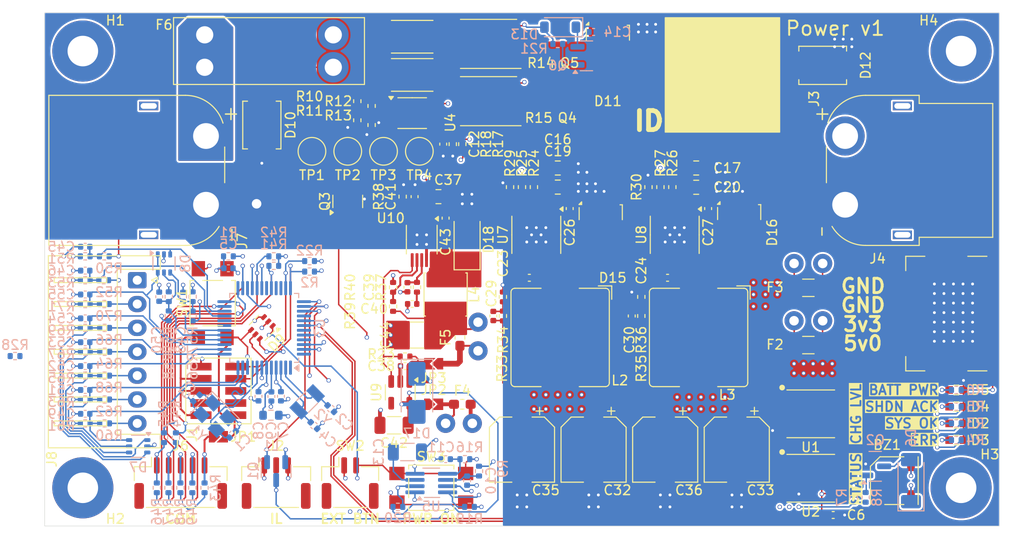
<source format=kicad_pcb>
(kicad_pcb (version 20240108) (generator "pcbnew") (generator_version "8.0")
  (layers (0 "F.Cu" signal) (1 "In1.Cu" signal) (2 "In2.Cu" signal) (3 "In3.Cu" signal) (4 "In4.Cu" signal) (31 "B.Cu" signal) (34 "B.Paste" user) (35 "F.Paste" user) (36 "B.SilkS" user "B.Silkscreen") (37 "F.SilkS" user "F.Silkscreen") (38 "B.Mask" user) (39 "F.Mask" user) (44 "Edge.Cuts" user))
  (net 0 "")
  (net 1 "GND")
  (net 2 "/mcu/NRST")
  (net 3 "+5V_LOCAL")
  (net 4 "+3.3V_LOCAL")
  (net 5 "Net-(U5-V_{in})")
  (net 6 "Net-(U5-~{PB})")
  (net 7 "Net-(U4-TIMER)")
  (net 8 "Net-(U5-TMR)")
  (net 9 "+BATT")
  (net 10 "~{PB}")
  (net 11 "Net-(U7-SS)")
  (net 12 "Net-(U8-SS)")
  (net 14 "Net-(U7-BOOT)")
  (net 15 "Net-(D13-K)")
  (net 16 "Net-(U8-BOOT)")
  (net 19 "Net-(U7-FB)")
  (net 20 "Net-(C29-Pad2)")
  (net 21 "Net-(C30-Pad2)")
  (net 22 "Net-(U8-FB)")
  (net 23 "+3.3V_LOCAL_ALWAYS_ON")
  (net 24 "/mcu/BATT_PRE")
  (net 26 "Net-(U3-VREF+)")
  (net 27 "Net-(D2-A)")
  (net 28 "Net-(D3-A)")
  (net 29 "Net-(D4-A)")
  (net 30 "Net-(D5-A)")
  (net 31 "/mcu/BATT_POST")
  (net 32 "/mcu/PWR_BTN_~{INT}")
  (net 33 "/mcu/5v0")
  (net 34 "/mcu/3v3")
  (net 35 "+V_{batt_fused}")
  (net 36 "/power_protection/GATE")
  (net 37 "+5V")
  (net 38 "+3.3V")
  (net 39 "+V_{batt_raw}")
  (net 40 "/mcu/SWDIO")
  (net 44 "/mcu/SWCLK")
  (net 45 "/mcu/LED_SHUTDOWN_ACK_PWR")
  (net 46 "/power_protection/EN_UVLO_OVRR")
  (net 47 "/power_protection/~{EN}")
  (net 48 "/mcu/LED_GREEN")
  (net 49 "/mcu/LED_RED")
  (net 50 "Net-(U4-OVLO)")
  (net 51 "/mcu/LOAD_SW_PGOOD")
  (net 52 "Net-(U4-PWR)")
  (net 53 "/mcu/PWR_~{KILL}")
  (net 54 "Net-(U7-EN)")
  (net 55 "/mcu/PWR_5v0_EN")
  (net 56 "Net-(U8-EN)")
  (net 57 "/mcu/PWR_3v3_EN")
  (net 58 "Net-(U7-RT{slash}SYNC)")
  (net 59 "Net-(U8-RT{slash}SYNC)")
  (net 60 "/mcu/SCK")
  (net 61 "/mcu/RX")
  (net 62 "/mcu/TX")
  (net 63 "/mcu/MOSI")
  (net 64 "/mcu/MISO")
  (net 65 "/mcu/NSS")
  (net 66 "Net-(U1-CKO)")
  (net 67 "/mcu/DOTSTAR_MOSI")
  (net 68 "/mcu/DOTSTAR_SCK")
  (net 69 "Net-(U1-SDO)")
  (net 76 "Net-(BZ1-+)")
  (net 77 "/mcu/CELL_6")
  (net 78 "/mcu/CELL_5")
  (net 79 "/mcu/CELL_4")
  (net 80 "/mcu/CELL_3")
  (net 81 "/mcu/CELL_2")
  (net 82 "/mcu/CELL_1")
  (net 83 "/input_connectors/BATT_BALANCE.CELL_4")
  (net 84 "/input_connectors/BATT_BALANCE.CELL_2")
  (net 85 "/input_connectors/BATT_BALANCE.CELL_1")
  (net 86 "/input_connectors/BATT_BALANCE.CELL_3")
  (net 87 "/input_connectors/BATT_BALANCE.CELL_6")
  (net 88 "/input_connectors/BATT_BALANCE.CELL_5")
  (net 89 "/mcu/~{LED_SHUTDOWN_ACK}")
  (net 90 "/mcu/BUZZER")
  (net 93 "Net-(D15-K)")
  (net 94 "Net-(D16-K)")
  (net 95 "Net-(U10-COMP)")
  (net 96 "Net-(C40-Pad1)")
  (net 97 "Net-(U10-SS{slash}TR)")
  (net 98 "Net-(U10-BOOT)")
  (net 99 "Net-(D18-K)")
  (net 100 "Net-(C44-Pad1)")
  (net 101 "Net-(JP2-B)")
  (net 102 "Net-(JP3-A)")
  (net 103 "Net-(J6-Pin_1)")
  (net 104 "Net-(J6-Pin_3)")
  (net 105 "Net-(J6-Pin_4)")
  (net 106 "Net-(J6-Pin_2)")
  (net 107 "Net-(Q2-G)")
  (net 108 "Net-(Q4-D)")
  (net 109 "Net-(Q6-B)")
  (net 110 "Net-(U10-RT{slash}CLK)")
  (net 111 "Net-(U10-VSENSE)")
  (net 114 "/power_regulation/3v3L_EN")
  (net 115 "/mcu/RCC_OSC_P")
  (net 116 "/mcu/RCC_OSC32_P")
  (net 117 "/mcu/RCC_OSC_N")
  (net 118 "/mcu/RCC_OSC32_N")
  (net 119 "Net-(J8-Pin_7)")
  (footprint "AT-Discrete:PowerFLAT_5x6" (layer "F.Cu") (at 133.5 84.25 180)
    (property "Reference" "Q4")
    (property "Value" "STL90N10F7")
  )
  (footprint "AT-Connectors:JST_PA_S04B-PASS_1x04_P2.00mm_Horizontal" (layer "F.Cu") (at 181.7 106.5 -90)
    (property "Reference" "J4")
    (property "Value" "SM04B-PASS")
  )
  (footprint "Package_SO:SOIC-8-1EP_3.9x4.9mm_P1.27mm_EP2.29x3mm" (layer "F.Cu") (at 153 98.25 -90)
    (property "Reference" "U8")
    (property "Value" "LMR14050")
  )
  (footprint "Capacitor_SMD:CP_Elec_6.3x7.7" (layer "F.Cu") (at 152 120.75 -90)
    (property "Reference" "C36")
    (property "Value" "330u")
  )
  (footprint "Capacitor_SMD:C_0402_1005Metric" (layer "F.Cu") (at 124.75 112 180)
    (property "Reference" "C38")
    (property "Value" "100n 50V")
  )
  (footprint "Connector_JST:JST_GH_SM02B-GHS-TB_1x02-1MP_P1.25mm_Horizontal" (layer "F.Cu") (at 119 124.25)
    (property "Reference" "SW2")
    (property "Value" "SM02B-GHS")
  )
  (footprint "TestPoint:TestPoint_Pad_D2.5mm" (layer "F.Cu") (at 122.5 89.5 180)
    (property "Reference" "TP3")
    (property "Value" "OVLO")
  )
  (footprint "AT-Fuses:3557-2" (layer "F.Cu") (at 110.5 79)
    (property "Reference" "F6")
    (property "Value" "15A")
  )
  (footprint "Package_SO:SOIC-8-1EP_3.9x4.9mm_P1.27mm_EP2.29x3mm" (layer "F.Cu") (at 138.5 98.25 -90)
    (property "Reference" "U7")
    (property "Value" "LMR14050")
  )
  (footprint "Diode_SMD:D_SOD-128" (layer "F.Cu") (at 131.25 98.75 90)
    (property "Reference" "D18")
    (property "Value" "RBR5LAM60ATR")
  )
  (footprint "Resistor_SMD:R_0402_1005Metric" (layer "F.Cu") (at 121.25 86.75 -90)
    (property "Reference" "R13")
    (property "Value" "8.66k")
  )
  (footprint "Resistor_SMD:R_0402_1005Metric" (layer "F.Cu") (at 124.5 94.25 90)
    (property "Reference" "R38")
    (property "Value" "165k")
  )
  (footprint "MountingHole:MountingHole_3.2mm_M3_Pad_TopBottom" (layer "F.Cu") (at 183 124.75)
    (property "Reference" "H3")
    (property "Value" "M3")
  )
  (footprint "Resistor_SMD:R_2512_6332Metric" (layer "F.Cu") (at 125.5 77.5)
    (property "Reference" "R14")
    (property "Value" "1.5m")
  )
  (footprint "Inductor_SMD:L_Bourns_SRP1038C_10.0x10.0mm" (layer "F.Cu") (at 141 109 -90)
    (property "Reference" "L2")
    (property "Value" "FXL1040-8R2-M")
  )
  (footprint "Fuse:Fuse_1206_3216Metric_Pad1.42x1.75mm_HandSolder" (layer "F.Cu") (at 167 109.8)
    (property "Reference" "F2")
    (property "Value" "0466005.NRHF")
  )
  (footprint "Capacitor_SMD:C_0805_2012Metric" (layer "F.Cu") (at 128.25 94.25)
    (property "Reference" "C37")
    (property "Value" "4.7u 50V")
  )
  (footprint "MountingHole:MountingHole_3.2mm_M3_Pad_TopBottom" (layer "F.Cu") (at 91 79)
    (property "Reference" "H1")
    (property "Value" "M3")
  )
  (footprint "Package_TO_SOT_SMD:SOT-363_SC-70-6" (layer "F.Cu") (at 109.75 108 -135)
    (property "Reference" "D9")
    (property "Value" "PESD3V3L5UY")
  )
  (footprint "AT-Discrete:PowerFLAT_5x6" (layer "F.Cu") (at 133.5 78.25 180)
    (property "Reference" "Q5")
    (property "Value" "STL90N10F7")
  )
  (footprint "Resistor_SMD:R_0402_1005Metric" (layer "F.Cu") (at 151.5 93.25 -90)
    (property "Reference" "R27")
    (property "Value" "0")
  )
  (footprint "Capacitor_SMD:C_0402_1005Metric" (layer "F.Cu") (at 125.5 105.49 180)
    (property "Reference" "C40")
    (property "Value" "2.7n")
  )
  (footprint "Capacitor_SMD:C_0402_1005Metric" (layer "F.Cu") (at 134 106.75 -90)
    (property "Reference" "C29")
    (property "Value" "1n")
  )
  (footprint "AT-Connectors:Samtec-2x5pin-0.5mm" (layer "F.Cu") (at 105.2 114.6 -90)
    (property "Reference" "J1")
    (property "Value" "FTSH-105-01-L-DV-K-TR")
  )
  (footprint "Button_Switch_SMD:SW_SPST_TL3305A" (layer "F.Cu") (at 127.5 124.75 180)
    (property "Reference" "SW3")
    (property "Value" "CPG151101D91")
  )
  (footprint "Resistor_SMD:R_0402_1005Metric" (layer "F.Cu") (at 149.5 106.75 -90)
    (property "Reference" "R35")
    (property "Value" "34k")
  )
  (footprint "AT-BoardFeatures:SolderJumper-2_2.0x1.2mm_Closed" (layer "F.Cu") (at 127.75 111.75 180)
    (property "Reference" "JP3")
    (property "Value" "SB_{+5V}")
  )
  (footprint "Package_SO:HVSSOP-10-1EP_3x3mm_P0.5mm_EP1.57x1.88mm" (layer "F.Cu") (at 126.5 98.75 -90)
    (property "Reference" "U10")
    (property "Value" "TPS54260DGQ")
  )
  (footprint "Capacitor_SMD:CP_Elec_6.3x5.8" (layer "F.Cu") (at 144.5 120.75 -90)
    (property "Reference" "C32")
    (property "Value" "220u")
  )
  (footprint "Capacitor_SMD:C_0402_1005Metric" (layer "F.Cu") (at 156.5 95.5 -90)
    (property "Reference" "C27")
    (property "Value" "100n 50V")
  )
  (footprint "Capacitor_SMD:C_0402_1005Metric" (layer "F.Cu") (at 125 103.74 -90)
    (property "Reference" "C39")
    (property "Value" "5.6pF")
  )
  (footprint "Capacitor_SMD:C_0805_2012Metric" (layer "F.Cu") (at 155.25 91.25)
    (property "Reference" "C17")
    (property "Value" "4.7u 50V")
  )
  (footprint "Capacitor_SMD:C_0805_2012Metric" (layer "F.Cu") (at 140.75 91.25)
    (property "Reference" "C16")
    (property "Value" "4.7u 50V")
  )
  (footprint "Connector_JST:JST_XH_S7B-XH-A_1x07_P2.50mm_Horizontal" (layer "F.Cu") (at 96.7 103 -90)
    (property "Reference" "J8")
    (property "Value" "Conn_01x07")
  )
  (footprint "Package_TO_SOT_SMD:TO-277A" (layer "F.Cu") (at 145.25 98.265)
    (property "Reference" "D15")
    (property "Value" "V25PN60")
  )
  (footprint "Resistor_SMD:R_0402_1005Metric" (layer "F.Cu") (at 149.5 104.75 -90)
    (property "Reference" "R36")
    (property "Value" "10k")
  )
  (footprint "Capacitor_SMD:C_0402_1005Metric" (layer "F.Cu") (at 152.25 102.75)
    (property "Reference" "C24")
    (property "Value" "8.2n")
  )
  (footprint "Resistor_SMD:R_0402_1005Metric" (layer "F.Cu") (at 138.25 93.25 -90)
    (property "Reference" "R24")
    (property "Value" "0")
  )
  (footprint "Resistor_SMD:R_0402_1005Metric" (layer "F.Cu") (at 119.75 86.25 -90)
    (property "Reference" "R11")
    (property "Value" "9.53k")
  )
  (footprint "Package_TO_SOT_SMD:SOT-23-5" (layer "F.Cu") (at 124.25 114.75 -90)
    (property "Reference" "U9")
    (property "Value" "TLV70033_SOT23-5")
  )
  (footprint "Resistor_SMD:R_0402_1005Metric" (layer "F.Cu") (at 137 93.25 -90)
    (property "Reference" "R25")
    (property "Value" "0")
  )
  (footprint "Connector_AMASS:AMASS_XT60PW-M_1x02_P7.20mm_Horizontal" (layer "F.Cu") (at 103.9 95.1 90)
    (property "Reference" "J7")
    (property "Value" "XT60L-M")
  )
  (footprint "Capacitor_SMD:C_0402_1005Metric" (layer "F.Cu") (at 128.75 88.75 -90)
    (property "Reference" "C12")
    (property "Value" "33n 50V")
  )
  (footprint "Inductor_SMD:L_Changjiang_FNR4030S" (layer "F.Cu") (at 129 104.5 -90)
    (property "Reference" "L4")
    (property "Value" "FNR4030S470MT")
  )
  (footprint "Capacitor_SMD:C_0402_1005Metric" (layer "F.Cu") (at 142 95.5 -90)
    (property "Reference" "C26")
    (property "Value" "100n 50V")
  )
  (footprint "Fuse:Fuse_0603_1608Metric_Pad1.05x0.95mm_HandSolder" (layer "F.Cu") (at 130.75 116)
    (property "Reference" "F4")
    (property "Value" "0467.250NRHF")
  )
  (footprint "AT-LED:SK9822" (layer "F.Cu") (at 167.25 117 180)
    (property "Reference" "U1")
    (property "Value" "SK9822")
  )
  (footprint "Resistor_SMD:R_0402_1005Metric" (layer "F.Cu") (at 119.75 84.25 -90)
    (property "Reference" "R10")
    (property "Value" "47.5k")
  )
  (footprint "Resistor_SMD:R_0402_1005Metric" (layer "F.Cu") (at 121.25 84.75 -90)
    (property "Reference" "R12")
    (property "Value" "95.3k")
  )
  (footprint "Connector_JST:JST_GH_SM03B-GHS-TB_1x03-1MP_P1.25mm_Horizontal" (layer "F.Cu") (at 111.25 124.25)
    (property "Reference" "J2")
    (property "Value" "SM03B-GHS")
  )
  (footprint "AT-Buzzer:MLT-5020" (layer "F.Cu") (at 176 124 90)
    (property "Reference" "BZ1")
    (property "Value" "MLT-5020")
  )
  (footprint "Resistor_SMD:R_0402_1005Metric" (layer "F.Cu") (at 126 103.74 -90)
    (property "Reference" "R37")
    (property "Value" "76.8k")
  )
  (footprint "Resistor_SMD:R_0402_1005Metric" (layer "F.Cu") (at 152.75 93.25 -90)
    (property "Reference" "R26")
    (property "Value" "0")
  )
  (footprint "Capacitor_SMD:C_0402_1005Metric" (layer "F.Cu") (at 129 96.5 -90)
    (property "Reference" "C43")
    (property "Value" "100n 50V")
  )
  (footprint "Capacitor_SMD:CP_Elec_6.3x5.8" (layer "F.Cu") (at 137 120.75 -90)
    (property "Reference" "C35")
    (property "Value" "220u")
  )
  (footprint "AT-BoardFeatures:SolderJumper-2_2.0x1.2mm_Closed" (layer "F.Cu") (at 127.75 116)
    (property "Reference" "JP2")
    (property "Value" "3v3 Local Enable")
  )
  (footprint "AT-LED:LED0603" (layer "F.Cu") (at 182.5 114.5 180)
    (property "Reference" "D5")
    (property "Value" "XL-1608UWC-04")
  )
  (footprint "Package_TO_SOT_SMD:TO-277A" (layer "F.Cu") (at 159.75 98.25)
    (property "Reference" "D16")
    (property "Value" "V25PN60")
  )
  (footprint "Fuse:Fuse_1206_3216Metric_Pad1.42x1.75mm_HandSolder" (layer "F.Cu") (at 167 103.8)
    (property "Reference" "F3")
    (property "Value" "0466005.NRHF")
  )
  (footprint "Capacitor_SMD:C_0402_1005Metric" (layer "F.Cu") (at 148.5 106.75 -90)
    (property "Reference" "C30")
    (property "Value" "1.5n")
  )
  (footprint "Resistor_SMD:R_0402_1005Metric" (layer "F.Cu") (at 135 104.75 -90)
    (property "Reference" "R34")
    (property "Value" "12k")
  )
  (footprint "Connector_AMASS:AMASS_XT60PW-F_1x02_P7.20mm_Horizontal" (layer "F.Cu") (at 170.85 95.1 -90)
    (property "Reference" "J3")
    (property "Value" "XT60L-F")
  )
  (footprint "Capacitor_SMD:C_0402_1005Metric" (layer "F.Cu") (at 137.77 102.75)
    (property "Reference" "C23")
    (property "Value" "8.2n")
  )
  (footprint "AT-Discrete:D_SMB_Non-Polar" (layer "F.Cu") (at 168.5 80.5 180)
    (property "Reference" "D12")
    (property "Value" "SMBJ28CA")
  )
  (footprint "AT-BoardFeatures:SolderJumper-2_2.0x1.2mm_Open" (layer "F.Cu") (at 105.2 119.4)
    (property "Reference" "JP1")
    (property "Value" "Disable Micro")
  )
  (footprint "Package_TO_SOT_SMD:SOT-23" (layer "F.Cu") (at 118.75 94.75 90)
    (property "Reference" "Q3")
    (property "Value" "2N7002")
  )
  (footprint "AT-Discrete:D_SMB_Non-Polar" (layer "F.Cu") (at 109.75 86.75 90)
    (property "Reference" "D10")
    (property "Value" "SMBJ28CA")
  )
  (footprint "MountingHole:MountingHole_3.2mm_M3_Pad_TopBottom" (layer "F.Cu") (at 183 79)
    (property "Reference" "H4")
    (property "Value" "M3")
  )
  (footprint "Capacitor_SMD:C_0805_2012Metric" (layer "F.Cu") (at 140.75 93.25)
    (property "Reference" "C19")
    (property "Value" "4.7u 50V")
  )
  (footprint "AT-LED:LED0603" (layer "F.Cu") (at 182.5 118 180)
    (property "Reference" "D2")
    (property "Value" "XL-1608UGC-04")
  )
  (footprint "Resistor_SMD:R_0402_1005Metric" (layer "F.Cu") (at 130.75 88.75 90)
    (property "Reference" "R17")
    (property "Value" "1.5M")
  )
  (footprint "Resistor_SMD:R_0402_1005Metric" (layer "F.Cu") (at 135 106.75 -90)
    (property "Reference" "R33")
    (property "Value" "68k")
  )
  (footprint "Resistor_SMD:R_0402_1005Metric" (layer "F.Cu") (at 123.5 105.75 90)
    (property "Reference" "R39")
    (property "Value" "52.3k")
  )
  (footprint "Connector_JST:JST_GH_SM05B-GHS-TB_1x05-1MP_P1.25mm_Horizontal" (layer "F.Cu") (at 101.25 124.25)
    (property "Reference" "J6")
    (property "Value" "SM05B-GHS")
  )
  (footprint "TestPoint:TestPoint_Pad_D2.5mm" (layer "F.Cu") (at 126.25 89.5)
    (property "Reference" "TP4")
    (property "Value" "GATE/dVdt")
  )
  (footprint "Resistor_SMD:R_0402_1005Metric" (layer "F.Cu") (at 150.25 93.25 -90)
    (property "Reference" "R30")
    (property "Value" "68.1k")
  )
  (footprint "MountingHole:MountingHole_3.2mm_M3_Pad_TopBottom" (layer "F.Cu") (at 91 124.75)
    (property "Reference" "H2")
    (property "Value" "M3")
  )
  (footprint "Button_Switch_SMD:SW_SPST_TL3305A" (layer "F.Cu") (at 104.6 105.4 90)
    (property "Reference" "SW1")
    (property "Value" "RST")
  )
  (footprint "Capacitor_SMD:C_1210_3225Metric" (layer "F.Cu") (at 126 108.75 180)
    (property "Reference" "C44")
    (property "Value" "47u 10V")
  )
  (footprint "Resistor_SMD:R_0402_1005Metric" (layer "F.Cu") (at 129.75 88.75 -90)
    (property "Reference" "R18")
    (property "Value" "16.2k")
  )
  (footprint "Capacitor_SMD:C_0402_1005Metric" (layer "F.Cu") (at 125.75 94.25 90)
    (property "Reference" "C41")
    (property "Value" "10n")
  )
  (footprint "Resistor_SMD:R_0402_1005Metric" (layer "F.Cu") (at 124.75 111 180)
    (property "Reference" "R23")
    (property "Value" "10k")
  )
  (footprint "AT-LED:LED0603" (layer "F.Cu") (at 182.5 116.25 180)
    (property "Reference" "D4")
    (property "Value" "XL-1608UOC-06")
  )
  (footprint "Resistor_SMD:R_0402_1005Metric" (layer "F.Cu") (at 123.5 103.75 90)
    (property "Reference" "R40")
    (property "Value" "10k")
  )
  (footprint "TestPoint:TestPoint_Pad_D2.5mm" (layer "F.Cu") (at 118.75 89.5 180)
    (property "Reference" "TP2")
    (property "Value" "EN/UVLO")
  )
  (footprint "Capacitor_SMD:C_1206_3216Metric" (layer "F.Cu") (at 123.6 118.2 180)
    (property "Reference" "C42")
    (property "Value" "1u")
  )
  (footprint "Capacitor_SMD:CP_Elec_6.3x7.7" (layer "F.Cu") (at 159.5 120.75 -90)
    (property "Reference" "C33")
    (property "Value" "330u")
  )
  (footprint "TestPoint:TestPoint_Pad_D2.5mm" (layer "F.Cu") (at 115 89.5)
    (property "Reference" "TP1")
    (property "Value" "~{EN}")
  )
  (footprint "Inductor_SMD:L_Bourns_SRP1038C_10.0x10.0mm" (layer "F.Cu") (at 155.5 109 -90)
    (property "Reference" "L3")
    (property "Value" "FXL1040-8R2-M")
  )
  (footprint "AT-LED:LED0603" (layer "F.Cu") (at 182.5 119.75 180)
    (property "Reference" "D3")
    (property "Value" "XL-1608SURC-06")
  )
  (footprint "Capacitor_SMD:C_0402_1005Metric" (layer "F.Cu") (at 169.6 127.6 180)
    (property "Reference" "C6")
    (property "Value" "4.7u 10V")
  )
  (footprint "Resistor_SMD:R_2512_6332Metric" (layer "F.Cu") (at 125.5 81.5)
    (property "Reference" "R15")
    (property "Value" "1.5m")
  )
  (footprint "Capacitor_SMD:C_0805_2012Metric" (layer "F.Cu") (at 155.25 93.27)
    (property "Reference" "C20")
    (property "Value" "4.7u 50V")
  )
  (footprint "Fuse:Fuse_0603_1608Metric_Pad1.05x0.95mm_HandSolder" (layer "F.Cu") (at 130.5 109 -90)
    (property "Reference" "F5")
    (property "Value" "0467.500NRHF")
  )
  (footprint "AT-LED:SK9822" (layer "F.Cu") (at 167.25 123.75 180)
    (property "Reference" "U2")
    (property "Value" "SK9822")
  )
  (footprint "Package_TO_SOT_SMD:TO-277A" (layer "F.Cu") (at 146 79.46)
    (property "Reference" "D11")
    (property "Value" "V25PN60")
  )
  (footprint "Package_SO:VSSOP-10_3x3mm_P0.5mm" (layer "F.Cu") (at 125.5 85.5)
    (property "Reference" "U4")
    (property "Value" "LM5069")
  )
  (footprint "Resistor_SMD:R_0402_1005Metric" (layer "F.Cu") (at 135.75 93.25 -90)
    (property "Reference" "R29")
    (property "Value" "69.8k")
  )
  (footprint "Resistor_SMD:R_0402_1005Metric" (layer "B.Cu") (at 102.47 124.75 90)
    (property "Reference" "R49")
    (property "Value" "330")
  )
  (footprint "Diode_SMD:D_SOD-128" (layer "B.Cu") (at 177.75 124 90)
    (property "Reference" "D6")
    (property "Value" "RBR5LAM60ATR")
  )
  (footprint "Resistor_SMD:R_0402_1005Metric" (layer "B.Cu") (at 124 126.75)
    (property "Reference" "R20")
    (property "Value" "1.5M")
  )
  (footprint "Package_TO_SOT_SMD:SOT-23" (layer "B.Cu") (at 174 122.5)
    (property "Reference" "Q2")
    (property "Value" "SI2310-TP")
  )
  (footprint "Capacitor_SMD:C_0402_1005Metric" (layer "B.Cu") (at 109.4 115.1625 -90)
    (property "Reference" "C8")
    (property "Value" "100n 50V")
  )
  (footprint "Resistor_SMD:R_0402_1005Metric" (layer "B.Cu") (at 98.75 124.75 90)
    (property "Reference" "R46")
    (property "Value" "330")
  )
  (footprint "Capacitor_SMD:C_0402_1005Metric" (layer "B.Cu") (at 110.75 115.1825 -90)
    (property "Reference" "C9")
    (property "Value" "100n 50V")
  )
  (footprint "Resistor_SMD:R_0402_1005Metric" (layer "B.Cu") (at 182.5 114.5 180)
    (property "Reference" "R6")
    (property "Value" "23.7k")
  )
  (footprint "Resistor_SMD:R_0402_1005Metric" (layer "B.Cu") (at 99.97 124.75 90)
    (property "Reference" "R47")
    (property "Value" "330")
  )
  (footprint "Resistor_SMD:R_0402_1005Metric" (layer "B.Cu") (at 91.25 103 180)
    (property "Reference" "R53")
    (property "Value" "4.99k")
  )
  (footprint "Package_TO_SOT_SMD:SOT-363_SC-70-6" (layer "B.Cu") (at 96.8 120.4 180)
    (property "Reference" "D7")
    (property "Value" "PESD3V3L5UY")
  )
  (footprint "Resistor_SMD:R_0402_1005Metric" (layer "B.Cu") (at 93.278 113 180)
    (property "Reference" "R64")
    (property "Value" "3.6M")
  )
  (footprint "Diode_SMD:D_SMA" (layer "B.Cu") (at 126 114.8 -90)
    (property "Reference" "D17")
    (property "Value" "1N4001")
  )
  (footprint "Resistor_SMD:R_0402_1005Metric" (layer "B.Cu") (at 100 104.73 90)
    (property "Reference" "R59")
    (property "Value" "4.99k")
  )
  (footprint "Resistor_SMD:R_0402_1005Metric" (layer "B.Cu") (at 93.278 118 180)
    (property "Reference" "R60")
    (property "Value" "5.6M")
  )
  (footprint "Resistor_SMD:R_0402_1005Metric" (layer "B.Cu") (at 182.5 118 180)
    (property "Reference" "R3")
    (property "Value" "10k")
  )
  (footprint "Capacitor_SMD:C_0402_1005Metric" (layer "B.Cu") (at 91.25 112 180)
    (property "Reference" "C52")
    (property "Value" "220n")
  )
  (footprint "Resistor_SMD:R_0402_1005Metric" (layer "B.Cu") (at 106.25 100.500001 180)
    (property "Reference" "R1")
    (property "Value" "10k")
  )
  (footprint "Package_TO_SOT_SMD:TSOT-23-8_HandSoldering" (layer "B.Cu") (at 127.5 124.25)
    (property "Reference" "U5")
    (property "Value" "LTC2955-2")
  )
  (footprint "Resistor_SMD:R_0402_1005Metric" (layer "B.Cu") (at 111 100.5 180)
    (property "Reference" "R42")
    (property "Value" "1.5M")
  )
  (footprint "Capacitor_SMD:C_0402_1005Metric" (layer "B.Cu") (at 101.5 104.75 90)
    (property "Reference" "C48")
    (property "Value" "100p")
  )
  (footprint "Resistor_SMD:R_0402_1005Metric" (layer "B.Cu") (at 102.5 104.73 90)
    (property "Reference" "R57")
    (property "Value" "4.99k")
  )
  (footprint "Capacitor_SMD:C_0402_1005Metric" (layer "B.Cu") (at 91.25 104.5 180)
    (property "Reference" "C55")
    (property "Value" "220n")
  )
  (footprint "Capacitor_SMD:C_0402_1005Metric" (layer "B.Cu") (at 115.207107 118.224874 -45)
    (property "Reference" "C4")
    (property "Value" "15pF")
  )
  (footprint "Crystal:Crystal_SMD_3215-2Pin_3.2x1.5mm" (layer "B.Cu") (at 114.5 115.75 45)
    (property "Reference" "Y2")
    (property "Value" "Q13FC13500005")
  )
  (footprint "Resistor_SMD:R_0402_1005Metric" (layer "B.Cu") (at 101.22 124.75 90)
    (property "Reference" "R48")
    (property "Value" "330")
  )
  (footprint "Capacitor_SMD:C_0402_1005Metric" (layer "B.Cu") (at 111.75 115.1625 -90)
    (property "Reference" "C7")
    (property "Value" "4.7u 10V")
  )
  (footprint "Package_QFP:LQFP-48_7x7mm_P0.5mm" (layer "B.Cu") (at 110 108 90)
    (property "Reference" "U3")
    (property "Value" "STM32G030C8Tx")
  )
  (footprint "Capacitor_SMD:C_0402_1005Metric" (layer "B.Cu") (at 144.5 77)
    (property "Reference" "C14")
    (property "Value" "100n 50V")
  )
  (footprint "Resistor_SMD:R_0402_1005Metric" (layer "B.Cu") (at 103.75 124.75 90)
    (property "Reference" "R43")
    (property "Value" "1.5M")
  )
  (footprint "Resistor_SMD:R_0402_1005Metric" (layer "B.Cu") (at 91.25 100.5 180)
    (property "Reference" "R51")
    (property "Value" "499k")
  )
  (footprint "Diode_SMD:D_SOD-123" (layer "B.Cu") (at 141 76.5 180)
    (property "Reference" "D13")
    (property "Value" "1N4148W")
  )
  (footprint "Capacitor_SMD:C_0402_1005Metric" (layer "B.Cu") (at 106.7 119.15 45)
    (property "Reference" "C1")
    (property "Value" "11pF")
  )
  (footprint "Capacitor_SMD:C_0402_1005Metric" (layer "B.Cu") (at 91.25 109.5 180)
    (property "Reference" "C53")
    (property "Value" "220n")
  )
  (footprint "Capacitor_SMD:C_0402_1005Metric" (layer "B.Cu") (at 116.974874 116.457107 -45)
    (property "Reference" "C2")
    (property "Value" "15pF")
  )
  (footprint "Resistor_SMD:R_0402_1005Metric" (layer "B.Cu") (at 93.278 108 180)
    (property "Reference" "R68")
    (property "Value" "1.6M")
  )
  (footprint "Resistor_SMD:R_0402_1005Metric" (layer "B.Cu") (at 114.75 101)
    (property "Reference" "R22")
    (property "Value" "1.5M")
  )
  (footprint "Resistor_SMD:R_0402_1005Metric" (layer "B.Cu") (at 93.25 100.5 180)
    (property "Reference" "R50")
    (property "Value" "5.6M")
  )
  (footprint "Resistor_SMD:R_0402_1005Metric" (layer "B.Cu") (at 91.25 115.5 180)
    (property "Reference" "R63")
    (property "Value" "499k")
  )
  (footprint "Resistor_SMD:R_0402_1005Metric" (layer "B.Cu") (at 131.015 121.75)
    (property "Reference" "R16")
    (property "Value" "1k")
  )
  (footprint "Resistor_SMD:R_0402_1005Metric" (layer "B.Cu") (at 93.25 105.5 180)
    (property "Reference" "R70")
    (property "Value" "549k")
  )
  (footprint "Resistor_SMD:R_0402_1005Metric" (layer "B.Cu") (at 83.9 110.95 180)
    (property "Reference" "R28")
    (property "Value" "10k")
  )
  (footprint "Capacitor_SMD:C_0402_1005Metric" (layer "B.Cu") (at 131.25 124 -90)
    (property "Reference" "C10")
    (property "Value" "100n 63V")
  )
  (footprint "Resistor_SMD:R_0402_1005Metric" (layer "B.Cu") (at 91.25 105.5 180)
    (property "Reference" "R71")
    (property "Value" "499k")
  )
  (footprint "Capacitor_SMD:C_0402_1005Metric" (layer "B.Cu") (at 99 104.73 90)
    (property "Reference" "C50")
    (property "Value" "100p")
  )
  (footprint "Resistor_SMD:R_0402_1005Metric" (layer "B.Cu") (at 91.25 118 180)
    (property "Reference" "R61")
    (property "Value" "499k")
  )
  (footprint "Resistor_SMD:R_0402_1005Metric" (layer "B.Cu") (at 173 125.75 90)
    (property "Reference" "R8")
    (property "Value" "10")
  )
  (footprint "Resistor_SMD:R_0402_1005Metric" (layer "B.Cu") (at 182.5 119.75 180)
    (property "Reference" "R4")
    (property "Value" "10k")
  )
  (footprint "Package_TO_SOT_SMD:SOT-23" (layer "B.Cu") (at 143.75 79.5)
    (property "Reference" "Q6")
    (property "Value" "MMBT5401LT1G")
  )
  (footprint "Resistor_SMD:R_0402_1005Metric" (layer "B.Cu") (at 91.26 110.5 180)
    (property "Reference" "R67")
    (property "Value" "499k")
  )
  (footprint "Resistor_SMD:R_0402_1005Metric" (layer "B.Cu") (at 132.5 123 90)
    (property "Reference" "R9")
    (property "Value" "1k")
  )
  (footprint "Resistor_SMD:R_0402_1005Metric" (layer "B.Cu") (at 99.5 119.5 -90)
    (property "Reference" "R45")
    (property "Value" "330")
  )
  (footprint "Resistor_SMD:R_0402_1005Metric" (layer "B.Cu") (at 91.25 108 180)
    (property "Reference" "R69")
    (property "Value" "499k")
  )
  (footprint "Capacitor_SMD:C_0402_1005Metric" (layer "B.Cu") (at 91.25 102 180)
    (property "Reference" "C46")
    (property "Value" "100p")
  )
  (footprint "Resistor_SMD:R_0402_1005Metric" (layer "B.Cu") (at 140.75 78.25)
    (property "Reference" "R21")
    (property "Value" "1k")
  )
  (footprint "Capacitor_SMD:C_0402_1005Metric" (layer "B.Cu") (at 91.25 114.5 180)
    (property "Reference" "C51")
    (property "Value" "220n")
  )
  (footprint "Resistor_SMD:R_0402_1005Metric" (layer "B.Cu") (at 91.25 113 180)
    (property "Reference" "R65")
    (property "Value" "499k")
  )
  (footprint "Capacitor_SMD:C_1206_3216Metric" (layer "B.Cu") (at 125 121)
    (property "Reference" "C13")
    (property "Value" "1u 63V")
  )
  (footprint "Resistor_SMD:R_0402_1005Metric" (layer "B.Cu") (at 100.75 119.5 -90)
    (property "Reference" "R44")
    (property "Value" "330")
  )
  (footprint "Resistor_SMD:R_0402_1005Metric" (layer "B.Cu") (at 100 106.730001 90)
    (property "Reference" "R58")
    (property "Value" "4.42k")
  )
  (footprint "Resistor_SMD:R_0402_1005Metric" (layer "B.Cu") (at 93.185476 103 180)
    (property "Reference" "R52")
    (property "Value" "56k")
  )
  (footprint "Capacitor_SMD:C_0402_1005Metric" (layer "B.Cu") (at 102.9 115.35 -135)
    (property "Reference" "C3")
    (property "Value" "11pF")
  )
  (footprint "Crystal:Crystal_SMD_3225-4Pin_3.2x2.5mm" (layer "B.Cu") (at 104.8 117.25 -45)
    (property "Reference" "Y1")
    (property "Value" "TAXM8M4RDBCCT2T")
  )
  (footprint "Package_TO_SOT_SMD:SOT-23" (layer "B.Cu") (at 111.25 123 -90)
    (property "Reference" "Q1")
    (property "Value" "BSS84")
  )
  (footprint "Resistor_SMD:R_0603_1608Metric" (layer "B.Cu") (at 110.7 117.15)
    (property "Reference" "L1")
    (property "Value" "650 @100MHz")
  )
  (footprint "Resistor_SMD:R_0402_1005Metric" (layer "B.Cu") (at 114.75 102.100001)
    (property "Reference" "R2")
    (property "Value" "1.5M")
  )
  (footprint "Capacitor_SMD:C_0402_1005Metric" (layer "B.Cu") (at 129.015 121.75 180)
    (property "Reference" "C11")
    (property "Value" "100n 50V")
  )
  (footprint "Capacitor_SMD:C_0402_1005Metric" (layer "B.Cu") (at 91.25 99.5 180)
    (property "Reference" "C45")
    (property "Value" "220n")
  )
  (footprint "Capacitor_SMD:C_0402_1005Metric" (layer "B.Cu") (at 91.25 117 180)
    (property "Reference" "C49")
    (property "Value" "220n")
  )
  (footprint "Capacitor_SMD:C_0402_1005Metric" (layer "B.Cu") (at 106.25 101.75)
    (property "Reference" "C5")
    (property "Value" "100n 50V")
  )
  (footprint "Package_TO_SOT_SMD:SOT-363_SC-70-6" (layer "B.Cu") (at 99.5 101.25 -90)
    (property "Reference" "D8")
    (property "Value" "PESD3V3L5UY")
  )
  (footprint "Capacitor_SMD:C_0402_1005Metric" (layer "B.Cu") (at 91.25 107 180)
    (property "Reference" "C54")
    (property "Value" "220n")
  )
  (footprint "Resistor_SMD:R_0402_1005Metric" (layer "B.Cu") (at 111 101.5 180)
    (property "Reference" "R41")
    (property "Value" "1.5M")
  )
  (footprint "Resistor_SMD:R_0402_1005Metric" (layer "B.Cu") (at 182.5 116.25 180)
    (property "Reference" "R5")
    (property "Value" "10k")
  )
  (footprint "Resistor_SMD:R_0402_1005Metric" (layer "B.Cu") (at 131.5 126.75 180)
    (property "Reference" "R19")
    (property "Value" "1.5M")
  )
  (footprint "Resistor_SMD:R_0402_1005Metric" (layer "B.Cu") (at 93.288 110.5 180)
    (property "Reference" "R66")
    (property "Value" "2.67M")
  )
  (footprint "Resistor_SMD:R_0402_1005Metric" (layer "B.Cu") (at 171.75 125.75 90)
    (property "Reference" "R7")
    (property "Value" "10k")
  )
  (footprint "Resistor_SMD:R_0402_1005Metric" (layer "B.Cu") (at 93.278 115.5 180)
    (property "Reference" "R62")
    (property "Value" "4.75M")
  )
  (footprint "Resistor_SMD:R_0402_1005Metric" (layer "B.Cu") (at 102.5 106.75 90)
    (property "Reference" "R56")
    (property "Value" "9.31k")
  )
  (gr_rect (start 152 75.5) (end 164 87.5) (stroke (width 0.1)) (fill solid) (layer "F.SilkS"))
  (gr_rect (start 87 75) (end 187 128.75) (stroke (width 0.05)) (fill none) (layer "Edge.Cuts"))
  (gr_text "BATT PWR" (at 180.75 114.5 0) (layer "F.SilkS" knockout) (effects (font (size 1 1) (thickness 0.2) (bold yes)) (justify right)))
  (gr_text "GND" (at 170.25 106.5 0) (layer "F.SilkS") (effects (font (size 1.5 1.5) (thickness 0.3) (bold yes)) (justify left bottom)))
  (gr_text "IL" (at 111.25 128 0) (layer "F.SilkS") (effects (font (size 1 1) (thickness 0.2) (bold yes))))
  (gr_text "5v0" (at 170.5 110.5 0) (layer "F.SilkS") (effects (font (size 1.5 1.5) (thickness 0.3) (bold yes)) (justify left bottom)))
  (gr_text "STATUS" (at 172 121 90) (layer "F.SilkS" knockout) (effects (font (size 1 1) (thickness 0.2) (bold yes)) (justify right)))
  (gr_text "3v3" (at 170.5 108.5 0) (layer "F.SilkS") (effects (font (size 1.5 1.5) (thickness 0.3) (bold yes)) (justify left bottom)))
  (gr_text "Power v1" (at 164.5 77.5 0) (layer "F.SilkS") (effects (font (size 1.5 1.5) (thickness 0.2)) (justify left bottom)))
  (gr_text "SHDN ACK" (at 180.75 116.25 0) (layer "F.SilkS" knockout) (effects (font (size 1 1) (thickness 0.2) (bold yes)) (justify right)))
  (gr_text "ID" (at 148.5 87.5 0) (layer "F.SilkS") (effects (font (size 2 2) (thickness 0.5) (bold yes)) (justify left bottom)))
  (gr_text "EXT BTN" (at 119 128 0) (layer "F.SilkS") (effects (font (size 1 1) (thickness 0.2) (bold yes))))
  (gr_text "COM" (at 101.25 128 0) (layer "F.SilkS") (effects (font (size 1 1) (thickness 0.2) (bold yes))))
  (gr_text "ERR\n" (at 180.75 119.75 0) (layer "F.SilkS" knockout) (effects (font (size 1 1) (thickness 0.2) (bold yes)) (justify right)))
  (gr_text "SYS OK" (at 180.75 118 0) (layer "F.SilkS" knockout) (effects (font (size 1 1) (thickness 0.2) (bold yes)) (justify right)))
  (gr_text "GND" (at 170.25 104.5 0) (layer "F.SilkS") (effects (font (size 1.5 1.5) (thickness 0.3) (bold yes)) (justify left bottom)))
  (gr_text "PWR ON\n" (at 127.5 128 0) (layer "F.SilkS") (effects (font (size 1 1) (thickness 0.2) (bold yes))))
  (gr_text "CHG LVL" (at 172 113.75 90) (layer "F.SilkS" knockout) (effects (font (size 1 1) (thickness 0.2) (bold yes)) (justify right)))
  (segment (start 153.635 100.725) (end 153.635 99.365) (width 0.153) (layer "F.Cu") (net 1))
  (segment (start 110.421751 107.328249) (end 109.75 108) (width 0.153) (layer "F.Cu") (net 1))
  (segment (start 123.25 125.25) (end 123.25 125.6) (width 0.153) (layer "F.Cu") (net 1))
  (segment (start 123.25 125.6) (end 123.9 126.25) (width 0.153) (layer "F.Cu") (net 1))
  (segment (start 101.25 113.75) (end 101.25 113.25) (width 0.2) (layer "F.Cu") (net 1))
  (segment (start 153.635 99.365) (end 154 99) (width 0.153) (layer "F.Cu") (net 1))
  (segment (start 101.25 114.75) (end 101.25 113.75) (width 0.2) (layer "F.Cu") (net 1))
  (segment (start 124.5 93.1) (end 124.6 93) (width 0.153) (layer "F.Cu") (net 1))
  (segment (start 183.25 116.25) (end 183.25 114.5) (width 0.153) (layer "F.Cu") (net 1))
  (segment (start 152.73 102.75) (end 152.75 102.75) (width 0.153) (layer "F.Cu") (net 1))
  (segment (start 123.3 86.5) (end 122 86.5) (width 0.153) (layer "F.Cu") (net 1))
  (segment (start 170.08 127.6) (end 170.8 127.6) (width 0.153) (layer "F.Cu") (net 1))
  (segment (start 103.38 113.33) (end 101.33 113.33) (width 0.2) (layer "F.Cu") (net 1))
  (segment (start 163.4 118.6) (end 163.25 118.75) (width 0.153) (layer "F.Cu") (net 1))
  (segment (start 183.25 118) (end 183.25 116.25) (width 0.153) (layer "F.Cu") (net 1))
  (segment (start 139.135 99.365) (end 139.5 99) (width 0.153) (layer "F.Cu") (net 1))
  (segment (start 135.06 92.74) (end 135 92.8) (width 0.153) (layer "F.Cu") (net 1))
  (segment (start 125.75 93.77) (end 125.75 93.05) (width 0.153) (layer "F.Cu") (net 1))
  (segment (start 125 104.22) (end 124.28 104.22) (width 0.2) (layer "F.Cu") (net 1))
  (segment (start 124.25 112.02) (end 124.27 112) (width 0.4) (layer "F.Cu") (net 1))
  (segment (start 103.75 119.75) (end 104.1 119.4) (width 0.2) (layer "F.Cu") (net 1))
  (segment (start 122.125 118.2) (end 122.125 116.675) (width 0.4) (layer "F.Cu") (net 1))
  (segment (start 183.25 114.5) (end 183.25 113.5) (width 0.153) (layer "F.Cu") (net 1))
  (segment (start 119.75 86.76) (end 118.99 86.76) (width 0.153) (layer "F.Cu") (net 1))
  (segment (start 118.375 123.625) (end 118.5 123.75) (width 0.153) (layer "F.Cu") (net 1))
  (segment (start 123.9 126.25) (end 124.25 126.25) (width 0.153) (layer "F.Cu") (net 1))
  (segment (start 150.25 92.74) (end 150.25 92.05) (width 0.153) (layer "F.Cu") (net 1))
  (segment (start 129.75 89.26) (end 129.75 90) (width 0.153) (layer "F.Cu") (net 1))
  (segment (start 124.5 126.5) (end 130.85 126.5) (width 0.153) (layer "F.Cu") (net 1))
  (segment (start 103.1 101.8) (end 103.95 101.8) (width 0.153) (layer "F.Cu") (net 1))
  (segment (start 124.5 93.74) (end 124.5 93.1) (width 0.153) (layer "F.Cu") (net 1))
  (segment (start 101.25 109.5) (end 101.75 109) (width 0.2) (layer "F.Cu") (net 1))
  (segment (start 103.38 114.6) (end 101.4 114.6) (width 0.2) (layer "F.Cu") (net 1))
  (segment (start 119.7 95.6875) (end 119.7 95.3) (width 0.153) (layer "F.Cu") (net 1))
  (segment (start 104.1 119.4) (end 104.35 119.4) (width 0.2) (layer "F.Cu") (net 1))
  (segment (start 150.25 92.05) (end 150.2 92) (width 0.153) (layer "F.Cu") (net 1))
  (segment (start 101.25 116.5) (end 101.25 114.75) (width 0.2) (layer "F.Cu") (net 1))
  (segment (start 103.75 121.25) (end 103.75 119.75) (width 0.2) (layer "F.Cu") (net 1))
  (segment (start 101.89 117.14) (end 101.25 116.5) (width 0.2) (layer "F.Cu") (net 1))
  (segment (start 149.5 104.24) (end 148.51 104.24) (width 0.153) (layer "F.Cu") (net 1))
  (segment (start 103.75 122.4) (end 103.75 121.25) (width 0.2) (layer "F.Cu") (net 1))
  (segment (start 128.75 89.23) (end 128.75 90) (width 0.153) (layer "F.Cu") (net 1))
  (segment (start 124.25 113.6125) (end 124.25 112.02) (width 0.4) (layer "F.Cu") (net 1))
  (segment (start 121.25 87.26) (end 121.24 87.26) (width 0.153) (layer "F.Cu") (net 1))
  (segment (start 125.75 93.05) (end 125.8 93) (width 0.153) (layer "F.Cu") (net 1))
  (segment (start 118.375 122.4) (end 118.375 123.625) (width 0.153) (layer "F.Cu") (net 1))
  (segment (start 109.75 88.9) (end 109.75 90.75) (width 0.153) (layer "F.Cu") (net 1))
  (segment (start 183.25 119.75) (end 183.25 118) (width 0.153) (layer "F.Cu") (net 1))
  (segment (start 165.95 125.35) (end 166 125.4) (width 0.153) (layer "F.Cu") (net 1))
  (segment (start 152.75 102.75) (end 153.635 101.865) (width 0.153) (layer "F.Cu") (net 1))
  (segment (start 101.25 110) (end 101.25 109.5) (width 0.2) (layer "F.Cu") (net 1))
  (segment (start 125.02 105.49) (end 125.02 106.23) (width 0.2) (layer "F.Cu") (net 1))
  (segment (start 127 100.9) (end 127 99.25) (width 0.3) (layer "F.Cu") (net 1))
  (segment (start 124.28 104.22) (end 124.25 104.25) (width 0.2) (layer "F.Cu") (net 1))
  (segment (start 139.135 101.865) (end 139.135 100.725) (width 0.153) (layer "F.Cu") (net 1))
  (segment (start 101.75 109) (end 103.1 109) (width 0.2) (layer "F.Cu") (net 1))
  (segment (start 124.25 126.25) (end 124.5 126.5) (width 0.153) (layer "F.Cu") (net 1))
  (segment (start 101.25 113.25) (end 101.25 110) (width 0.2) (layer "F.Cu") (net 1))
  (segment (start 101.4 114.6) (end 101.25 114.75) (width 0.2) (layer "F.Cu") (net 1))
  (segment (start 122.125 116.675) (end 122.2 116.6) (width 0.4) (layer "F.Cu") (net 1))
  (segment (start 121.24 87.26) (end 120.75 87.75) (width 0.153) (layer "F.Cu") (net 1))
  (segment (start 138.25 102.75) (end 139.135 101.865) (width 0.153) (layer "F.Cu") (net 1))
  (segment (start 130.85 126.5) (end 131.1 126.25) (width 0.153) (layer "F.Cu") (net 1))
  (segment (start 164.8 125.35) (end 165.95 125.35) (width 0.153) (layer "F.Cu") (net 1))
  (segment (start 164.8 118.6) (end 163.4 118.6) (width 0.153) (layer "F.Cu") (net 1))
  (segment (start 112.5 122.4) (end 112.5 123.75) (width 0.2) (layer "F.Cu") (net 1))
  (segment (start 103.38 117.14) (end 101.89 117.14) (width 0.2) (layer "F.Cu") (net 1))
  (segment (start 139.135 100.725) (end 139.135 99.365) (width 0.153) (layer "F.Cu") (net 1))
  (segment (start 101.33 113.33) (end 101.25 113.25) (width 0.2) (layer "F.Cu") (net 1))
  (segment (start 119.7 95.3) (end 120.5 94.5) (width 0.153) (layer "F.Cu") (net 1))
  (segment (start 148.51 104.24) (end 148.5 104.25) (width 0.153) (layer "F.Cu") (net 1))
  (segment (start 125.02 106.23) (end 125 106.25) (width 0.2) (layer "F.Cu") (net 1))
  (segment (start 103.95 101.8) (end 104.25 101.5) (width 0.153) (layer "F.Cu") (net 1))
  (segment (start 135.75 92.74) (end 135.06 92.74) (width 0.153) (layer "F.Cu") (net 1))
  (segment (start 118.99 86.76) (end 118.75 87) (width 0.153) (layer "F.Cu") (net 1))
  (segment (start 153.635 101.865) (end 153.635 100.725) (width 0.153) (layer "F.Cu") (net 1))
  (segment (start 135 104.24) (end 135 103.5) (width 0.153) (layer "F.Cu") (net 1))
  (segment (start 123.5 103.24) (end 123.5 102.5) (width 0.2) (layer "F.Cu") (net 1))
  (via (at 181.2 105.4) (size 0.45) (drill 0.3) (layers "F.Cu" "B.Cu") (net 1))
  (via (at 180.2 104.4) (size 0.45) (drill 0.3) (layers "F.Cu" "B.Cu") (net 1))
  (via (at 143.8 93.7) (size 0.45) (drill 0.3) (layers "F.Cu" "B.Cu") (net 1))
  (via (at 101.9 115.15) (size 0.45) (drill 0.3) (layers "F.Cu" "B.Cu") (net 1))
  (via (at 181.2 103.4) (size 0.45) (drill 0.3) (layers "F.Cu" "B.Cu") (net 1))
  (via (at 108.6 115.35) (size 0.45) (drill 0.3) (layers "F.Cu" "B.Cu") (net 1))
  (via (at 184.2 106.4) (size 0.45) (drill 0.3) (layers "F.Cu" "B.Cu") (net 1))
  (via (at 103.75 121.25) (size 0.45) (drill 0.3) (layers "F.Cu" "B.Cu") (net 1))
  (via (at 117.8 116.25) (size 0.45) (drill 0.3) (layers "F.Cu" "B.Cu") (net 1))
  (via (at 151 76.2) (size 0.45) (drill 0.3) (layers "F.Cu" "B.Cu") (net 1))
  (via (at 170.65 77.75) (size 0.45) (drill 0.3) (layers "F.Cu" "B.Cu") (net 1))
  (via (at 157.4 92.9) (size 0.45) (drill 0.3) (layers "F.Cu" "B.Cu") (net 1))
  (via (at 90 104.5) (size 0.45) (drill 0.3) (layers "F.Cu" "B.Cu") (net 1))
  (via (at 182.2 105.4) (size 0.45) (drill 0.3) (layers "F.Cu" "B.Cu") (net 1))
  (via (at 159 126.75) (size 0.45) (drill 0.3) (layers "F.Cu" "B.Cu") (net 1))
  (via (at 136.5 126.75) (size 0.45) (drill 0.3) (layers "F.Cu" "B.Cu") (net 1))
  (via (at 132.25 124.5) (size 0.45) (drill 0.3) (layers "F.Cu" "B.Cu") (net 1))
  (via (at 137.5 97.5) (size 0.45) (drill 0.3) (layers "F.Cu" "B.Cu") (net 1))
  (via (at 181.2 104.4) (size 0.45) (drill 0.3) (layers "F.Cu" "B.Cu") (net 1))
  (via (at 145.6 93.7) (size 0.45) (drill 0.3) (layers "F.Cu" "B.Cu") (net 1))
  (via (at 90 103) (size 0.45) (drill 0.3) (layers "F.Cu" "B.Cu") (net 1))
  (via (at 126.002516 98.255385) (size 0.45) (drill 0.3) (layers "F.Cu" "B.Cu") (net 1))
  (via (at 184.2 103.4) (size 0.45) (drill 0.3) (layers "F.Cu" "B.Cu") (net 1))
  (via (at 122 86.5) (size 0.45) (drill 0.3) (layers "F.Cu" "B.Cu") (net 1))
  (via (at 112.5 123.75) (size 0.45) (drill 0.3) (layers "F.Cu" "B.Cu") (net 1))
  (via (at 184.2 109.4) (size 0.45) (drill 0.3) (layers "F.Cu" "B.Cu") (net 1))
  (via (at 183.2 108.4) (size 0.45) (drill 0.3) (layers "F.Cu" "B.Cu") (net 1))
  (via (at 107.25 102.25) (size 0.45) (drill 0.3) (layers "F.Cu" "B.Cu") (net 1))
  (via (at 123.25 109.75) (size 0.45) (drill 0.3) (layers "F.Cu" "B.Cu") (net 1))
  (via (at 144.7 93.7) (size 0.45) (drill 0.3) (layers "F.Cu" "B.Cu") (net 1))
  (via (at 125.75 126) (size 0.45) (drill 0.3) (layers "F.Cu" "B.Cu") (net 1))
  (via (at 90 114.5) (size 0.45) (drill 0.3) (layers "F.Cu" "B.Cu") (net 1))
  (via (at 157.4 91.7) (size 0.45) (drill 0.3) (layers "F.Cu" "B.Cu") (net 1))
  (via (at 152.5 98.25) (size 0.45) (drill 0.3) (layers "F.Cu" "B.Cu") (net 1))
  (via (at 90 115.5) (size 0.45) (drill 0.3) (layers "F.Cu" "B.Cu") (net 1))
  (via (at 118.5 123.75) (size 0.45) (drill 0.3) (layers "F.Cu" "B.Cu") (net 1))
  (via (at 144 125.5) (size 0.45) (drill 0.3) (layers "F.Cu" "B.Cu") (net 1))
  (via (at 159.2 92.9) (size 0.45) (drill 0.3) (layers "F.Cu" "B.Cu") (net 1))
  (via (at 144.7 92.9) (size 0.45) (drill 0.3) (layers "F.Cu" "B.Cu") (net 1))
  (via (at 142.9 92.9) (size 0.45) (drill 0.3) (layers "F.Cu" "B.Cu") (net 1))
  (via (at 90 102) (size 0.45) (drill 0.3) (layers "F.Cu" "B.Cu") (net 1))
  (via (at 180.2 108.4) (size 0.45) (drill 0.3) (layers "F.Cu" "B.Cu") (net 1))
  (via (at 144 126.75) (size 0.45) (drill 0.3) (layers "F.Cu" "B.Cu") (net 1))
  (via (at 135 92.8) (size 0.45) (drill 0.3) (layers "F.Cu" "B.Cu") (net 1))
  (via (at 98.5 120.25) (size 0.45) (drill 0.3) (layers "F.Cu" "B.Cu") (net 1))
  (via (at 109.2 95) (size 2) (drill 1) (layers "F.Cu" "B.Cu") (net 1))
  (via (at 90 100.5) (size 0.45) (drill 0.3) (layers "F.Cu" "B.Cu") (net 1))
  (via (at 110.7 116.25) (size 0.45) (drill 0.3) (layers "F.Cu" "B.Cu") (net 1))
  (via (at 173 122.25) (size 0.45) (drill 0.3) (layers "F.Cu" "B.Cu") (net 1))
  (via (at 137.5 126.75) (size 0.45) (drill 0.3) (layers "F.Cu" "B.Cu") (net 1))
  (via (at 160 126.75) (size 0.45) (drill 0.3) (layers "F.Cu" "B.Cu") (net 1))
  (via (at 120.5 94.5) (size 0.45) (drill 0.3) (layers "F.Cu" "B.Cu") (net 1))
  (via (at 127 98.25) (size 0.45) (drill 0.3) (layers "F.Cu" "B.Cu") (net 1))
  (via (at 183.2 109.4) (size 0.45) (drill 0.3) (layers "F.Cu" "B.Cu") (net 1))
  (via (at 184.2 108.4) (size 0.45) (drill 0.3) (layers "F.Cu" "B.Cu") (net 1))
  (via (at 127.765 121.75) (size 0.45) (drill 0.3) (layers "F.Cu" "B.Cu") (net 1))
  (via (at 183.25 113.5) (size 0.45) (drill 0.3) (layers "F.Cu" "B.Cu") (net 1))
  (via (at 102.5 103.5) (size 0.45) (drill 0.3) (layers "F.Cu" "B.Cu") (net 1))
  (via (at 109.75 113.25) (size 0.45) (drill 0.3) (layers "F.Cu" "B.Cu") (net 1))
  (via (at 143.8 91.7) (size 0.45) (drill 0.3) (layers "F.Cu" "B.Cu") (net 1))
  (via (at 107.4 118.05) (size 0.45) (drill 0.3) (layers "F.Cu" "B.Cu") (net 1))
  (via (at 150.1 77) (size 0.45) (drill 0.3) (layers "F.Cu" "B.Cu") (net 1))
  (via (at 152 97.5) (size 0.45) (drill 0.3) (layers "F.Cu" "B.Cu") (net 1))
  (via (at 116 102) (size 0.45) (drill 0.3) (layers "F.Cu" "B.Cu") (net 1))
  (via (at 169.75 77.75) (size 0.45) (drill 0.3) (layers "F.Cu" "B.Cu") (net 1))
  (via (at 183.2 106.4) (size 0.45) (drill 0.3) (layers "F.Cu" "B.Cu") (net 1))
  (via (at 180.2 105.4) (size 0.45) (drill 0.3) (layers "F.Cu" "B.Cu") (net 1))
  (via (at 145 125.5) (size 0.45) (drill 0.3) (layers "F.Cu" "B.Cu") (net 1))
  (via (at 120.75 87.75) (size 0.45) (drill 0.3) (layers "F.Cu" "B.Cu") (net 1))
  (via (at 180.2 109.4) (size 0.45) (drill 0.3) (layers "F.Cu" "B.Cu") (net 1))
  (via (at 157.4 93.7) (size 0.45) (drill 0.3) (layers "F.Cu" "B.Cu") (net 1))
  (via (at 160.1 93.7) (size 0.45) (drill 0.3) (layers "F.Cu" "B.Cu") (net 1))
  (via (at 131.75 94) (size 0.45) (drill 0.3) (layers "F.Cu" "B.Cu") (net 1))
  (via (at 124.6 93) (size 0.45) (drill 0.3) (layers "F.Cu" "B.Cu") (net 1))
  (via (at 153.5 98.25) (size 0.45) (drill 0.3) (layers "F.Cu" "B.Cu") (net 1))
  (via (at 151.5 125.5) (size 0.45) (drill 0.3) (layers "F.Cu" "B.Cu") (net 1))
  (via (at 99.45 101) (size 0.45) (drill 0.3) (layers "F.Cu" "B.Cu") (net 1))
  (via (at 170.8 127.6) (size 0.45) (drill 0.3) (layers "F.Cu" "B.Cu") (net 1))
  (via (at 101.25 110) (size 0.45) (drill 0.3) (layers "F.Cu" "B.Cu") (net 1))
  (via (at 171.55 77.75) (size 0.45) (drill 0.3) (layers "F.Cu" "B.Cu") (net 1))
  (via (at 184.2 107.4) (size 0.45) (drill 0.3) (layers "F.Cu" "B.Cu") (net 1))
  (via (at 137.5 125.5) (size 0.45) (drill 0.3) (layers "F.Cu" "B.Cu") (net 1))
  (via (at 131.75 95) (size 0.45) (drill 0.3) (layers "F.Cu" "B.Cu") (net 1))
  (via (at 150.1 76.2) (size 0.45) (drill 0.3) (layers "F.Cu" "B.Cu") (net 1))
  (via (at 158.3 92.9) (size 0.45) (drill 0.3) (layers "F.Cu" "B.Cu") (net 1))
  (via (at 130.75 95) (size 0.45) (drill 0.3) (layers "F.Cu" "B.Cu") (net 1))
  (via (at 145 126.75) (size 0.45) (drill 0.3) (layers "F.Cu" "B.Cu") (net 1))
  (via (at 123.25 125.25) (size 0.45) (drill 0.3) (layers "F.Cu" "B.Cu") (net 1))
  (via (at 159 125.5) (size 0.45) (drill 0.3) (layers "F.Cu" "B.Cu") (net 1))
  (via (at 142.9 90.8) (size 0.45) (drill 0.3) (layers "F.Cu" "B.Cu") (net 1))
  (via (at 127 99.25) (size 0.45) (drill 0.3) (layers "F.Cu" "B.Cu") (net 1))
  (via (at 171.55 78.55) (size 0.45) (drill 0.3) (layers "F.Cu" "B.Cu") (net 1))
  (via (at 152 99) (size 0.45) (drill 0.3) (layers "F.Cu" "B.Cu") (net 1))
  (via (at 182.2 108.4) (size 0.45) (drill 0.3) (layers "F.Cu" "B.Cu") (net 1))
  (via (at 152.997484 98.994615) (size 0.45) (drill 0.3) (layers "F.Cu" "B.Cu") (net 1))
  (via (at 183.2 103.4) (size 0.45) (drill 0.3) (layers "F.Cu" "B.Cu") (net 1))
  (via (at 180.2 106.4) (size 0.45) (drill 0.3) (layers "F.Cu" "B.Cu") (net 1))
  (via (at 124.27 112) (size 0.45) (drill 0.3) (layers "F.Cu" "B.Cu") (net 1))
  (via (at 163.25 118.75) (size 0.45) (drill 0.3) (layers "F.Cu" "B.Cu") (net 1))
  (via (at 118.75 87) (size 0.45) (drill 0.3) (layers "F.Cu" "B.Cu") (net 1))
  (via (at 160 125.5) (size 0.45) (drill 0.3) (layers "F.Cu" "B.Cu") (net 1))
  (via (at 135 103.5) (size 0.45) (drill 0.3) (layers "F.Cu" "B.Cu") (net 1))
  (via (at 104.25 101.5) (size 0.45) (drill 0.3) (layers "F.Cu" "B.Cu") (net 1))
  (via (at 124.25 104.25) (size 0.45) (drill 0.3) (layers "F.Cu" "B.Cu") (net 1))
  (via (at 125.75 122.5) (size 0.45) (drill 0.3) (layers "F.Cu" "B.Cu") (net 1))
  (via (at 148.5 104.25) (size 0.45) (drill 0.3) (layers "F.Cu" "B.Cu") (net 1))
  (via (at 143.8 92.9) (size 0.45) (drill 0.3) (layers "F.Cu" "B.Cu") (net 1))
  (via (at 142.9 91.7) (size 0.45) (drill 0.3) (layers "F.Cu" "B.Cu") (net 1))
  (via (at 150.2 92) (size 0.45) (drill 0.3) (layers "F.Cu" "B.Cu") (net 1))
  (via (at 99 103.5) (size 0.45) (drill 0.3) (layers "F.Cu" "B.Cu") (net 1))
  (via (at 183.2 104.4) (size 0.45) (drill 0.3) (layers "F.Cu" "B.Cu") (net 1))
  (via (at 182.2 103.4) (size 0.45) (drill 0.3) (layers "F.Cu" "B.Cu") (net 1))
  (via (at 90 112) (size 0.45) (drill 0.3) (layers "F.Cu" "B.Cu") (net 1))
  (via (at 149.2 77) (size 0.45) (drill 0.3) (layers "F.Cu" "B.Cu") (net 1))
  (via (at 152.5 126.75) (size 0.45) (drill 0.3) (layers "F.Cu" "B.Cu") (net 1))
  (via (at 128 119.75) (size 0.45) (drill 0.3) (layers "F.Cu" "B.Cu") (net 1))
  (via (at 122.2 116.6) (size 0.45) (drill 0.3) (layers "F.Cu" "B.Cu") (net 1))
  (via (at 181.2 109.4) (size 0.45) (drill 0.3) (layers "F.Cu" "B.Cu") (net 1))
  (via (at 138.497484 98.994615) (size 0.45) (drill 0.3) (layers "F.Cu" "B.Cu") (net 1))
  (via (at 142.9 93.7) (size 0.45) (drill 0.3) (layers "F.Cu" "B.Cu") (net 1))
  (via (at 116 101) (size 0.45) (drill 0.3) (layers "F.Cu" "B.Cu") (net 1))
  (via (at 139.5 99) (size 0.45) (drill 0.3) (layers "F.Cu" "B.Cu") (net 1))
  (via (at 152.5 125.5) (size 0.45) (drill 0.3) (layers "F.Cu" "B.Cu") (net 1))
  (via (at 151 77) (size 0.45) (drill 0.3) (layers "F.Cu" "B.Cu") (net 1))
  (via (at 125.8 93) (size 0.45) (drill 0.3) (layers "F.Cu" "B.Cu") (net 1))
  (via (at 109.75 108) (size 0.45) (drill 0.3) (layers "F.Cu" "B.Cu") (net 1))
  (via (at 128.75 90) (size 0.45) (drill 0.3) (layers "F.Cu" "B.Cu") (net 1))
  (via (at 182.2 109.4) (size 0.45) (drill 0.3) (layers "F.Cu" "B.Cu") (net 1))
  (via (at 90 105.5) (size 0.45) (drill 0.3) (layers "F.Cu" "B.Cu") (net 1))
  (via (at 100 103.5) (size 0.45) (drill 0.3) (layers "F.Cu" "B.Cu") (net 1))
  (via (at 181.2 108.4) (size 0.45) (drill 0.3) (layers "F.Cu" "B.Cu") (net 1))
  (via (at 170.65 78.55) (size 0.45) (drill 0.3) (layers "F.Cu" "B.Cu") (net 1))
  (via (at 181.2 107.4) (size 0.45) (drill 0.3) (layers "F.Cu" "B.Cu") (net 1))
  (via (at 89 100.5) (size 0.45) (drill 0.3) (layers "F.Cu" "B.Cu") (net 1))
  (via (at 138 98.25) (size 0.45) (drill 0.3) (layers "F.Cu" "B.Cu") (net 1))
  (via (at 183.2 107.4) (size 0.45) (drill 0.3) (layers "F.Cu" "B.Cu") (net 1))
  (via (at 90 107) (size 0.45) (drill 0.3) (layers "F.Cu" "B.Cu") (net 1))
  (via (at 112.5 115.45) (size 0.45) (drill 0.3) (layers "F.Cu" "B.Cu") (net 1))
  (via (at 90 108) (size 0.45) (drill 0.3) (layers "F.Cu" "B.Cu") (net 1))
  (via (at 157.4 90.8) (size 0.45) (drill 0.3) (layers "F.Cu" "B.Cu") (net 1))
  (via (at 171.75 124.5) (size 0.45) (drill 0.3) (layers "F.Cu" "B.Cu") (net 1))
  (via (at 139.5 97.5) (size 0.45) (drill 0.3) (layers "F.Cu" "B.Cu") (net 1))
  (via (at 154 97.5) (size 0.45) (drill 0.3) (layers "F.Cu" "B.Cu") (net 1))
  (via (at 90 113) (size 0.45) (drill 0.3) (layers "F.Cu" "B.Cu") (net 1))
  (via (at 138.5 97.5) (size 0.45) (drill 0.3) (layers "F.Cu" "B.Cu") (net 1))
  (via (at 101.5 103.5) (size 0.45) (drill 0.3) (layers "F.Cu" "B.Cu") (net 1))
  (via (at 123.25 107.75) (size 0.45) (drill 0.3) (layers "F.Cu" "B.Cu") (net 1))
  (via (at 159.2 93.7) (size 0.45) (drill 0.3) (layers "F.Cu" "B.Cu") (net 1))
  (via (at 169.75 78.55) (size 0.45) (drill 0.3) (layers "F.Cu" "B.Cu") (net 1))
  (via (at 181.2 106.4) (size 0.45) (drill 0.3) (layers "F.Cu" "B.Cu") (net 1))
  (via (at 184.2 104.4) (size 0.45) (drill 0.3) (layers "F.Cu" "B.Cu") (net 1))
  (via (at 166 125.4) (size 0.45) (drill 0.3) (layers "F.Cu" "B.Cu") (net 1))
  (via (at 182.2 107.4) (size 0.45) (drill 0.3) (layers "F.Cu" "B.Cu") (net 1))
  (via (at 109.75 90.75) (size 0.45) (drill 0.3) (layers "F.Cu" "B.Cu") (net 1))
  (via (at 183.2 105.4) (size 0.45) (drill 0.3) (layers "F.Cu" "B.Cu") (net 1))
  (via (at 90 117) (size 0.45) (drill 0.3) (layers "F.Cu" "B.Cu") (net 1))
  (via (at 137.5 99) (size 0.45) (drill 0.3) (layers "F.Cu" "B.Cu") (net 1))
  (via (at 139 98.25) (size 0.45) (drill 0.3) (layers "F.Cu" "B.Cu") (net 1))
  (via (at 158.3 93.7) (size 0.45) (drill 0.3) (layers "F.Cu" "B.Cu") (net 1))
  (via (at 158.3 91.7) (size 0.45) (drill 0.3) (layers "F.Cu" "B.Cu") (net 1))
  (via (at 149.2 76.2) (size 0.45) (drill 0.3) (layers "F.Cu" "B.Cu") (net 1))
  (via (at 90 118) (size 0.45) (drill 0.3) (layers "F.Cu" "B.Cu") (net 1))
  (via (at 184.2 105.4) (size 0.45) (drill 0.3) (layers "F.Cu" "B.Cu") (net 1))
  (via (at 182.2 104.4) (size 0.45) (drill 0.3) (layers "F.Cu" "B.Cu") (net 1))
  (via (at 125 106.25) (size 0.45) (drill 0.3) (layers "F.Cu" "B.Cu") (net 1))
  (via (at 126.002516 99.255385) (size 0.45) (drill 0.3) (layers "F.Cu" "B.Cu") (net 1))
  (via (at 180.2 103.4) (size 0.45) (drill 0.3) (layers "F.Cu" "B.Cu") (net 1))
  (via (at 180.2 107.4) (size 0.45) (drill 0.3) (layers "F.Cu" "B.Cu") (net 1))
  (via (at 123.5 102.5) (size 0.45) (drill 0.3) (layers "F.Cu" "B.Cu") (net 1))
  (via (at 151.5 126.75) (size 0.45) (drill 0.3) (layers "F.Cu" "B.Cu") (net 1))
  (via (at 182.2 106.4) (size 0.45) (drill 0.3) (layers "F.Cu" "B.Cu") (net 1))
  (via (at 123.25 108.75) (size 0.45) (drill 0.3) (layers "F.Cu" "B.Cu") (net 1))
  (via (at 154 99) (size 0.45) (drill 0.3) (layers "F.Cu" "B.Cu") (net 1))
  (via (at 90 109.5) (size 0.45) (drill 0.3) (layers "F.Cu" "B.Cu") (net 1))
  (via (at 129.75 90) (size 0.45) (drill 0.3) (layers "F.Cu" "B.Cu") (net 1))
  (via (at 116.1 117.95) (size 0.45) (drill 0.3) (layers "F.Cu" "B.Cu") (net 1))
  (via (at 153 97.5) (size 0.45) (drill 0.3) (layers "F.Cu" "B.Cu") (net 1))
  (via (at 130.75 94) (size 0.45) (drill 0.3) (layers "F.Cu" "B.Cu") (net 1))
  (via (at 136.5 125.5) (size 0.45) (drill 0.3) (layers "F.Cu" "B.Cu") (net 1))
  (via (at 90 110.5) (size 0.45) (drill 0.3) (layers "F.Cu" "B.Cu") (net 1))
  (segment (start 110.75 116.2) (end 110.7 116.25) (width 0.153) (layer "B.Cu") (net 1))
  (segment (start 106.75 101.75) (end 107.25 102.25) (width 0.153) (layer "B.Cu") (net 1))
  (segment (start 109.75 112.1625) (end 109.75 113.25) (width 0.153) (layer "B.Cu") (net 1))
  (segment (start 125.79 123.28) (end 125.79 122.54) (width 0.153) (layer "B.Cu") (net 1))
  (segment (start 132.25 124.5) (end 132.23 124.48) (width 0.153) (layer "B.Cu") (net 1))
  (segment (start 102.439411 115.689411) (end 101.9 115.15) (width 0.153) (layer "B.Cu") (net 1))
  (segment (start 106.178858 117.426777) (end 106.776777 117.426777) (width 0.153) (layer "B.Cu") (net 1))
  (segment (start 90.77 112) (end 90 112) (width 0.153) (layer "B.Cu") (net 1))
  (segment (start 128.535 121.75) (end 127.765 121.75) (width 0.153) (layer "B.Cu") (net 1))
  (segment (start 90.77 102) (end 90 102) (width 0.153) (layer "B.Cu") (net 1))
  (segment (start 99.5 100.95) (end 99.45 101) (width 0.153) (layer "B.Cu") (net 1))
  (segment (start 103.75 124.240001) (end 103.75 121.25) (width 0.2) (layer "B.Cu") (net 1))
  (segment (start 90.74 100.5) (end 90 100.5) (width 0.153) (layer "B.Cu") (net 1))
  (segment (start 108.8925 115.6425) (end 108.6 115.35) (width 0.153) (layer "B.Cu") (net 1))
  (segment (start 115.259999 102.100001) (end 115.899999 102.100001) (width 0.153) (layer "B.Cu") (net 1))
  (segment (start 90.74 105.5) (end 90 105.5) (width 0.153) (layer "B.Cu") (net 1))
  (segment (start 107.4 118.05) (end 107.4 118.45) (width 0.153) (layer "B.Cu") (net 1))
  (segment (start 102.5 104.220001) (end 102.5 103.5) (width 0.153) (layer "B.Cu") (net 1))
  (segment (start 100 104.220001) (end 100 103.5) (width 0.153) (layer "B.Cu") (net 1))
  (segment (start 90.77 114.5) (end 90 114.5) (width 0.153) (layer "B.Cu") (net 1))
  (segment (start 90.74 115.5) (end 90 115.5) (width 0.153) (layer "B.Cu") (net 1))
  (segment (start 106.776777 117.426777) (end 107.4 118.05) (width 0.153) (layer "B.Cu") (net 1))
  (segment (start 132.23 124.48) (end 131.25 124.48) (width 0.153) (layer "B.Cu") (net 1))
  (segment (start 97.749999 120.4) (end 98.35 120.4) (width 0.153) (layer "B.Cu") (net 1))
  (segment (start 90.77 109.5) (end 90 109.5) (width 0.153) (layer "B.Cu") (net 1))
  (segment (start 110.75 115.6625) (end 110.75 116.2) (width 0.153) (layer "B.Cu") (net 1))
  (segment (start 90.77 99.5) (end 90 99.5) (width 0.153) (layer "B.Cu") (net 1))
  (segment (start 115.546518 118.564285) (end 115.546518 118.503482) (width 0.153) (layer "B.Cu") (net 1))
  (segment (start 90.77 117) (end 90 117) (width 0.153) (layer "B.Cu") (net 1))
  (segment (start 115.899999 102.100001) (end 116 102) (width 0.153) (layer "B.Cu") (net 1))
  (segment (start 90 99.5) (end 89 100.5) (width 0.153) (layer "B.Cu") (net 1))
  (segment (start 99 104.25) (end 99 103.5) (width 0.153) (layer "B.Cu") (net 1))
  (segment (start 127.725 119.75) (end 128 119.75) (width 0.153) (layer "B.Cu") (net 1))
  (segment (start 102.560589 116.21267) (end 103.421142 117.073223) (width 0.153) (layer "B.Cu") (net 1))
  (segment (start 90.74 108) (end 90 108) (width 0.153) (layer "B.Cu") (net 1))
  (segment (start 171.75 125.24) (end 171.75 124.5) (width 0.153) (layer "B.Cu") (net 1))
  (segment (start 99.5 100.300001) (end 99.5 100.95) (width 0.153) (layer "B.Cu") (net 1))
  (segment (start 125.79 125.96) (end 125.75 126) (width 0.153) (layer "B.Cu") (net 1))
  (segment (start 102.560589 115.689411) (end 102.439411 115.689411) (width 0.153) (layer "B.Cu") (net 1))
  (segment (start 90 110.5) (end 90.75 110.5) (width 0.153) (layer "B.Cu") (net 1))
  (segment (start 112.3075 115.6425) (end 112.5 115.45) (width 0.153) (layer "B.Cu") (net 1))
  (segment (start 99.5 100.300001) (end 99.5 100.5) (width 0.153) (layer "B.Cu") (net 1))
  (segment (start 125.79 122.54) (end 125.75 122.5) (width 0.153) (layer "B.Cu") (net 1))
  (segment (start 115.546518 118.503482) (end 116.1 117.95) (width 0.153) (layer "B.Cu") (net 1))
  (segment (start 173.0625 121.55) (end 173.0625 122.1875) (width 0.153) (layer "B.Cu") (net 1))
  (segment (start 173.0625 122.1875) (end 173 122.25) (width 0.153) (layer "B.Cu") (net 1))
  (segment (start 109.4 115.6425) (end 108.8925 115.6425) (width 0.153) (layer "B.Cu") (net 1))
  (segment (start 115.259999 101) (end 116 101) (width 0.153) (layer "B.Cu") (net 1))
  (segment (start 90.77 104.5) (end 90 104.5) (width 0.153) (layer "B.Cu") (net 1))
  (segment (start 106.73 101.75) (end 106.75 101.75) (width 0.153) (layer "B.Cu") (net 1))
  (segment (start 125.79 125.22) (end 125.79 125.96) (width 0.153) (layer "B.Cu") (net 1))
  (segment (start 90.74 118) (end 90 118) (width 0.153) (layer "B.Cu") (net 1))
  (segment (start 126.475 121) (end 127.725 119.75) (width 0.153) (layer "B.Cu") (net 1))
  (segment (start 111.75 115.6425) (end 112.3075 115.6425) (width 0.153) (layer "B.Cu") (net 1))
  (segment (start 107.4 118.45) (end 107.039411 118.810589) (width 0.153) (layer "B.Cu") (net 1))
  (segment (start 90.74 113) (end 90 113) (width 0.153) (layer "B.Cu") (net 1))
  (segment (start 117.314285 116.735715) (end 117.8 116.25) (width 0.153) (layer "B.Cu") (net 1))
  (segment (start 101.5 104.27) (end 101.5 103.5) (width 0.153) (layer "B.Cu") (net 1))
  (segment (start 98.35 120.4) (end 98.5 120.25) (width 0.153) (layer "B.Cu") (net 1))
  (segment (start 90.74 103) (end 90 103) (width 0.153) (layer "B.Cu") (net 1))
  (segment (start 117.314285 116.796518) (end 117.314285 116.735715) (width 0.153) (layer "B.Cu") (net 1))
  (segment (start 90.77 107) (end 90 107) (width 0.153) (layer "B.Cu") (net 1))
  (segment (start 102.560589 115.689411) (end 102.560589 116.21267) (width 0.153) (layer "B.Cu") (net 1))
  (segment (start 108.25 111) (end 108.25 110) (width 0.153) (layer "F.Cu") (net 2))
  (segment (start 107.5 109.25) (end 107.25 109) (width 0.153) (layer "F.Cu") (net 2))
  (segment (start 105.64 117.14) (end 105.25 116.75) (width 0.2) (layer "F.Cu") (net 2))
  (segment (start 107.580761 109.25) (end 107.5 109.25) (width 0.153) (layer "F.Cu") (net 2))
  (segment (start 105.25 110.75) (end 106.1 109.9) (width 0.2) (layer "F.Cu") (net 2))
  (segment (start 106.6 119.4) (end 106.896 119.104) (width 0.2) (layer "F.Cu") (net 2))
  (segment (start 105.2 101.8) (end 105 102) (width 0.2) (layer "F.Cu") (net 2))
  (segment (start 106.1 109.9) (end 106.1 109) (width 0.2) (layer "F.Cu") (net 2))
  (segment (start 105.25 116.75) (end 105.25 110.75) (width 0.2) (layer "F.Cu") (net 2))
  (segment (start 107.02 117.14) (end 105.64 117.14) (width 0.2) (layer "F.Cu") (net 2))
  (segment (start 106.05 119.4) (end 106.6 119.4) (width 0.2) (layer "F.Cu") (net 2))
  (segment (start 106.1 101.8) (end 105.2 101.8) (width 0.2) (layer "F.Cu") (net 2))
  (segment (start 106.896 119.104) (end 106.896 117.264) (width 0.2) (layer "F.Cu") (net 2))
  (segment (start 108.618629 108.212132) (end 107.580761 109.25) (width 0.153) (layer "F.Cu") (net 2))
  (segment (start 108.25 110) (end 107.5 109.25) (width 0.153) (layer "F.Cu") (net 2))
  (segment (start 106.896 117.264) (end 107.02 117.14) (width 0.2) (layer "F.Cu") (net 2))
  (segment (start 106.1 109) (end 107.25 109) (width 0.2) (layer "F.Cu") (net 2))
  (via (at 105 102) (size 0.45) (drill 0.3) (layers "F.Cu" "B.Cu") (net 2))
  (via (at 108.25 111) (size 0.45) (drill 0.3) (layers "F.Cu" "B.Cu") (net 2))
  (segment (start 105.25 101.75) (end 105 102) (width 0.153) (layer "B.Cu") (net 2))
  (segment (start 105.77 101.75) (end 105.25 101.75) (width 0.153) (layer "B.Cu") (net 2))
  (segment (start 105.77 100.529999) (end 105.740001 100.5) (width 0.2) (layer "B.Cu") (net 2))
  (segment (start 108.25 112.1625) (end 108.25 111) (width 0.153) (layer "B.Cu") (net 2))
  (segment (start 105.77 100.53) (end 105.740001 100.500001) (width 0.153) (layer "B.Cu") (net 2))
  (segment (start 105.77 101.75) (end 105.77 100.53) (width 0.153) (layer "B.Cu") (net 2))
  (segment (start 168.4 119) (end 168.4 125.4) (width 0.153) (layer "F.Cu") (net 3))
  (segment (start 125.2 113.6125) (end 125.2 112.03) (width 0.6) (layer "F.Cu") (net 3))
  (segment (start 169.7 125.35) (end 168.45 125.35) (width 0.153) (layer "F.Cu") (net 3))
  (segment (start 127.4 113.6) (end 126.025 113.6) (width 0.4) (layer "F.Cu") (net 3))
  (segment (start 126.0125 113.6125) (end 125.2 113.6125) (width 0.4) (layer "F.Cu") (net 3))
  (segment (start 168.45 125.35) (end 168.4 125.4) (width 0.153) (layer "F.Cu") (net 3))
  (segment (start 169.7 118.6) (end 168.8 118.6) (width 0.153) (layer "F.Cu") (net 3))
  (segment (start 126.025 113.6) (end 126.0125 113.6125) (width 0.4) (layer "F.Cu") (net 3))
  (segment (start 126.9 111.75) (end 126.1 111.75) (width 0.6) (layer "F.Cu") (net 3))
  (segment (start 125.48 111.75) (end 125.23 112) (width 0.6) (layer "F.Cu") (net 3))
  (segment (start 125.259999 111) (end 125.85 111) (width 0.153) (layer "F.Cu") (net 3))
  (segment (start 125.2 112.03) (end 125.23 112) (width 0.6) (layer "F.Cu") (net 3))
  (segment (start 168.4 127.4) (end 168.6 127.6) (width 0.153) (layer "F.Cu") (net 3))
  (segment (start 126.1 111.25) (end 126.1 111.75) (width 0.153) (layer "F.Cu") (net 3))
  (segment (start 125.85 111) (end 126.1 111.25) (width 0.153) (layer "F.Cu") (net 3))
  (segment (start 168.4 125.4) (end 168.4 127.4) (width 0.153) (layer "F.Cu") (net 3))
  (segment (start 168.6 127.6) (end 169.12 127.6) (width 0.153) (layer "F.Cu") (net 3))
  (segment (start 168.8 118.6) (end 168.4 119) (width 0.153) (layer "F.Cu") (net 3))
  (segment (start 126.1 111.75) (end 125.48 111.75) (width 0.6) (layer "F.Cu") (net 3))
  (via (at 127.4 113.6) (size 0.45) (drill 0.3) (layers "F.Cu" "B.Cu") (net 3))
  (via (at 168.4 125.4) (size 0.45) (drill 0.3) (layers "F.Cu" "B.Cu") (net 3))
  (segment (start 127.4 113.6) (end 126 112.2) (width 0.4) (layer "B.Cu") (net 3))
  (segment (start 103.38 112.06) (end 103.38 111.37) (width 0.2) (layer "F.Cu") (net 4))
  (segment (start 131.625 117.825) (end 131.8 118) (width 0.4) (layer "F.Cu") (net 4))
  (segment (start 131.625 116) (end 131.625 117.825) (width 0.4) (layer "F.Cu") (net 4))
  (segment (start 177.75 124.5) (end 177.75 125.9) (width 0.153) (layer "F.Cu") (net 4))
  (segment (start 103.38 111.37) (end 103.5 111.25) (width 0.2) (layer "F.Cu") (net 4))
  (via (at 111.25 113.6825) (size 0.45) (drill 0.3) (layers "F.Cu" "B.Cu") (net 4))
  (via (at 110.2 113.95) (size 0.45) (drill 0.3) (layers "F.Cu" "B.Cu") (net 4))
  (via (at 177.75 124.5) (size 0.45) (drill 0.3) (layers "F.Cu" "B.Cu") (net 4))
  (via (at 112.5 117.25) (size 0.45) (drill 0.3) (layers "F.Cu" "B.Cu") (net 4))
  (via (at 131.8 118) (size 2) (drill 1) (layers "F.Cu" "B.Cu") (net 4))
  (via (at 112.25 120.75) (size 0.45) (drill 0.3) (layers "F.Cu" "B.Cu") (net 4))
  (via (at 112.25 100.5) (size 0.45) (drill 0.3) (layers "F.Cu" "B.Cu") (net 4))
  (via (at 132.75 126.75) (size 0.45) (drill 0.3) (layers "F.Cu" "B.Cu") (net 4))
  (via (at 103.5 111.25) (size 0.45) (drill 0.3) (layers "F.Cu" "B.Cu") (net 4))
  (via (at 107.75 100.5) (size 0.45) (drill 0.3) (layers "F.Cu" "B.Cu") (net 4))
  (segment (start 112.2 120.8) (end 112.25 120.75) (width 0.2) (layer "B.Cu") (net 4))
  (segment (start 111.509999 100.5) (end 112.25 100.5) (width 0.153) (layer "B.Cu") (net 4))
  (segment (start 106.759999 100.500001) (end 107.749999 100.500001) (width 0.153) (layer "B.Cu") (net 4))
  (segment (start 111.75 114.6825) (end 111.75 114.1825) (width 0.153) (layer "B.Cu") (net 4))
  (segment (start 111.25 112.1625) (end 111.25 113.6825) (width 0.153) (layer "B.Cu") (net 4))
  (segment (start 110.25 113.9) (end 110.2 113.95) (width 0.153) (layer "B.Cu") (net 4))
  (segment (start 109.4 114.35) (end 109.8 113.95) (width 0.153) (layer "B.Cu") (net 4))
  (segment (start 112.2 122.0625) (end 112.2 120.8) (width 0.2) (layer "B.Cu") (net 4))
  (segment (start 111.525 117.15) (end 112.4 117.15) (width 0.2) (layer "B.Cu") (net 4))
  (segment (start 111.75 114.1825) (end 111.25 113.6825) (width 0.153) (layer "B.Cu") (net 4))
  (segment (start 112.4 117.15) (end 112.5 117.25) (width 0.2) (layer "B.Cu") (net 4))
  (segment (start 110.25 112.1625) (end 110.25 113.9) (width 0.153) (layer "B.Cu") (net 4))
  (segment (start 111.509999 101.5) (end 111.509999 100.5) (width 0.153) (layer "B.Cu") (net 4))
  (segment (start 109.4 114.6825) (end 109.4 114.35) (width 0.153) (layer "B.Cu") (net 4))
  (segment (start 109.8 113.95) (end 110.2 113.95) (width 0.153) (layer "B.Cu") (net 4))
  (segment (start 107.749999 100.500001) (end 107.75 100.5) (width 0.153) (layer "B.Cu") (net 4))
  (segment (start 177.75 126.2) (end 177.75 124.5) (width 0.153) (layer "B.Cu") (net 4))
  (segment (start 132.01 126.75) (end 132.75 126.75) (width 0.153) (layer "B.Cu") (net 4))
  (segment (start 132.49 123.52) (end 131.25 123.52) (width 0.153) (layer "B.Cu") (net 5))
  (segment (start 130.58 123.92) (end 129.21 123.92) (width 0.153) (layer "B.Cu") (net 5))
  (segment (start 132.5 123.51) (end 132.49 123.52) (width 0.153) (layer "B.Cu") (net 5))
  (segment (start 130.98 123.52) (end 130.58 123.92) (width 0.153) (layer "B.Cu") (net 5))
  (segment (start 131.25 123.52) (end 130.98 123.52) (width 0.153) (layer "B.Cu") (net 5))
  (segment (start 130.505 121.75) (end 129.495 121.75) (width 0.153) (layer "B.Cu") (net 6))
  (segment (start 130.22 123.28) (end 129.21 123.28) (width 0.153) (layer "B.Cu") (net 6))
  (segment (start 130.505 122.995) (end 130.22 123.28) (width 0.153) (layer "B.Cu") (net 6))
  (segment (start 130.505 121.75) (end 130.505 122.995) (width 0.153) (layer "B.Cu") (net 6))
  (segment (start 128.5 86.5) (end 128.75 86.75) (width 0.153) (layer "F.Cu") (net 7))
  (segment (start 128.75 86.75) (end 128.75 88.27) (width 0.153) (layer "F.Cu") (net 7))
  (segment (start 127.7 86.5) (end 128.5 86.5) (width 0.153) (layer "F.Cu") (net 7))
  (segment (start 123.525 123.025) (end 123.525 121) (width 0.153) (layer "B.Cu") (net 8))
  (segment (start 125.79 123.92) (end 124.42 123.92) (width 0.153) (layer "B.Cu") (net 8))
  (segment (start 124.42 123.92) (end 123.525 123.025) (width 0.153) (layer "B.Cu") (net 8))
  (segment (start 130.15598 87.25) (end 135.25 87.25) (width 0.153) (layer "F.Cu") (net 9))
  (segment (start 127.3 95.45) (end 127.3 94.25) (width 0.3) (layer "F.Cu") (net 9))
  (segment (start 185.1 99.4) (end 186.3 100.6) (width 0.153) (layer "F.Cu") (net 9))
  (segment (start 127 95.75) (end 127.3 95.45) (width 0.3) (layer "F.Cu") (net 9))
  (segment (start 127.7 85) (end 128.44799 85) (width 0.153) (layer "F.Cu") (net 9))
  (segment (start 129.117637 91.5) (end 132.75 91.5) (width 0.6) (layer "F.Cu") (net 9))
  (segment (start 127 96.6) (end 127 95.75) (width 0.3) (layer "F.Cu") (net 9))
  (segment (start 127.3 94.25) (end 127.3 93.317637) (width 0.6) (layer "F.Cu") (net 9))
  (segment (start 170.85 95.1) (end 180.8 95.1) (width 0.153) (layer "F.Cu") (net 9))
  (segment (start 152.75 92.74) (end 153.77 92.74) (width 0.153) (layer "F.Cu") (net 9))
  (segment (start 138.25 92.74) (end 139.29 92.74) (width 0.153) (layer "F.Cu") (net 9))
  (segment (start 129.59 86.14201) (end 129.59 86.68402) (width 0.153) (layer "F.Cu") (net 9))
  (segment (start 128.44799 85) (end 129.59 86.14201) (width 0.153) (layer "F.Cu") (net 9))
  (segment (start 139.29 92.74) (end 139.8 93.25) (width 0.153) (layer "F.Cu") (net 9))
  (segment (start 134 91.5) (end 135.75 89.75) (width 0.6) (layer "F.Cu") (net 9))
  (segment (start 110 122.4) (end 110 123.75) (width 0.2) (layer "F.Cu") (net 9))
  (segment (start 126.75 92.25) (end 127.433818 92.933818) (width 0.2) (layer "F.Cu") (net 9))
  (segment (start 135.25 87.25) (end 135.75 87.25) (width 0.153) (layer "F.Cu") (net 9))
  (segment (start 127.433818 92.933818) (end 127.683818 92.933818) (width 0.2) (layer "F.Cu") (net 9))
  (segment (start 127.683818 92.933818) (end 129.117637 91.5) (width 0.6) (layer "F.Cu") (net 9))
  (segment (start 132.75 91.5) (end 134 91.5) (width 0.6) (layer "F.Cu") (net 9))
  (segment (start 127.3 93.317637) (end 127.683818 92.933818) (width 0.6) (layer "F.Cu") (net 9))
  (segment (start 186.3 100.6) (end 186.3 114.5) (width 0.153) (layer "F.Cu") (net 9))
  (segment (start 129.59 86.68402) (end 130.15598 87.25) (width 0.153) (layer "F.Cu") (net 9))
  (segment (start 180.8 95.1) (end 185.1 99.4) (width 0.153) (layer "F.Cu") (net 9))
  (segment (start 153.77 92.74) (end 154.3 93.27) (width 0.153) (layer "F.Cu") (net 9))
  (via (at 126.75 92.25) (size 0.45) (drill 0.3) (layers "F.Cu" "B.Cu") (net 9))
  (via (at 186.3 114.5) (size 0.45) (drill 0.3) (layers "F.Cu" "B.Cu") (net 9))
  (via (at 110 123.75) (size 0.45) (drill 0.3) (layers "F.Cu" "B.Cu") (net 9))
  (via (at 94.75 103) (size 0.45) (drill 0.3) (layers "F.Cu" "B.Cu") (net 9))
  (segment (start 186.3 114.5) (end 183.01 114.5) (width 0.153) (layer "B.Cu") (net 9))
  (segment (start 93.695476 103) (end 94.75 103) (width 0.153) (layer "B.Cu") (net 9))
  (segment (start 131.1 122.15) (end 131.1 123.25) (width 0.153) (layer "F.Cu") (net 10))
  (segment (start 123.9 123.25) (end 131.1 123.25) (width 0.153) (layer "F.Cu") (net 10))
  (segment (start 110.881371 108.368629) (end 110.5 108.75) (width 0.153) (layer "F.Cu") (net 10))
  (segment (start 131.1 122.9) (end 131.1 123.5) (width 0.153) (layer "F.Cu") (net 10))
  (segment (start 110.881371 107.787868) (end 110.881371 108.368629) (width 0.153) (layer "F.Cu") (net 10))
  (segment (start 122.4 122.4) (end 119.625 122.4) (width 0.153) (layer "F.Cu") (net 10))
  (segment (start 123.5 123.5) (end 122.4 122.4) (width 0.153) (layer "F.Cu") (net 10))
  (segment (start 132.25 121.75) (end 131.5 121.75) (width 0.153) (layer "F.Cu") (net 10))
  (segment (start 119.75 122.525) (end 119.625 122.4) (width 0.153) (layer "F.Cu") (net 10))
  (segment (start 119.75 123.75) (end 119.75 122.525) (width 0.153) (layer "F.Cu") (net 10))
  (segment (start 131.5 121.75) (end 131.1 122.15) (width 0.153) (layer "F.Cu") (net 10))
  (segment (start 123.9 123.5) (end 123.5 123.5) (width 0.153) (layer "F.Cu") (net 10))
  (via (at 119.75 123.75) (size 0.45) (drill 0.3) (layers "F.Cu" "B.Cu") (net 10))
  (via (at 132.25 121.75) (size 0.45) (drill 0.3) (layers "F.Cu" "B.Cu") (net 10))
  (via (at 110.5 108.75) (size 0.45) (drill 0.3) (layers "F.Cu" "B.Cu") (net 10))
  (segment (start 110.92953 108.75) (end 114.17953 112) (width 0.153) (layer "B.Cu") (net 10))
  (segment (start 118.25 113.25) (end 119.75 114.75) (width 0.153) (layer "B.Cu") (net 10))
  (segment (start 132.25 121.75) (end 131.525 121.75) (width 0.153) (layer "B.Cu") (net 10))
  (segment (start 117 112) (end 118.25 113.25) (width 0.153) (layer "B.Cu") (net 10))
  (segment (start 119.75 114.75) (end 119.75 123.75) (width 0.153) (layer "B.Cu") (net 10))
  (segment (start 110.5 108.75) (end 110.92953 108.75) (width 0.153) (layer "B.Cu") (net 10))
  (segment (start 115 112) (end 117 112) (width 0.153) (layer "B.Cu") (net 10))
  (segment (start 114.17953 112) (end 115 112) (width 0.153) (layer "B.Cu") (net 10))
  (segment (start 137.29 102.75) (end 137.29 102.36) (width 0.153) (layer "F.Cu") (net 11))
  (segment (start 137.29 102.36) (end 137.865 101.785) (width 0.153) (layer "F.Cu") (net 11))
  (segment (start 137.865 101.785) (end 137.865 100.725) (width 0.153) (layer "F.Cu") (net 11))
  (segment (start 152.365 101.635) (end 151.77 102.23) (width 0.153) (layer "F.Cu") (net 12))
  (segment (start 151.77 102.23) (end 151.77 102.75) (width 0.153) (layer "F.Cu") (net 12))
  (segment (start 152.365 100.725) (end 152.365 101.635) (width 0.153) (layer "F.Cu") (net 12))
  (segment (start 142 95.02) (end 141.48 95.02) (width 0.4) (layer "F.Cu") (net 14))
  (segment (start 140.725 95.775) (end 140.405 95.775) (width 0.4) (layer "F.Cu") (net 14))
  (segment (start 141.48 95.02) (end 140.725 95.775) (width 0.4) (layer "F.Cu") (net 14))
  (segment (start 142.8125 78.55) (end 142.8125 77.5) (width 0.153) (layer "B.Cu") (net 15))
  (segment (start 142.8125 76.6625) (end 142.65 76.5) (width 0.153) (layer "B.Cu") (net 15))
  (segment (start 143.75 77) (end 143.25 77.5) (width 0.153) (layer "B.Cu") (net 15))
  (segment (start 144.02 77) (end 143.75 77) (width 0.153) (layer "B.Cu") (net 15))
  (segment (start 143.25 77.5) (end 142.8125 77.5) (width 0.153) (layer "B.Cu") (net 15))
  (segment (start 142.8125 77.5) (end 142.8125 76.6625) (width 0.153) (layer "B.Cu") (net 15))
  (segment (start 154.93 95.8) (end 154.905 95.775) (width 0.153) (layer "F.Cu") (net 16))
  (segment (start 156.5 95.02) (end 155.98 95.02) (width 0.4) (layer "F.Cu") (net 16))
  (segment (start 155.98 95.02) (end 155.225 95.775) (width 0.4) (layer "F.Cu") (net 16))
  (segment (start 155.225 95.775) (end 154.905 95.775) (width 0.4) (layer "F.Cu") (net 16))
  (segment (start 134 106.27) (end 134.97 106.27) (width 0.153) (layer "F.Cu") (net 19))
  (segment (start 135.5 105.26) (end 135.75 105.01) (width 0.153) (layer "F.Cu") (net 19))
  (segment (start 135.75 105.01) (end 135.75 103.5) (width 0.153) (layer "F.Cu") (net 19))
  (segment (start 135 105.26) (end 135.5 105.26) (width 0.153) (layer "F.Cu") (net 19))
  (segment (start 134.97 106.27) (end 135 106.24) (width 0.153) (layer "F.Cu") (net 19))
  (segment (start 135 106.24) (end 135 105.26) (width 0.153) (layer "F.Cu") (net 19))
  (segment (start 135.75 103.5) (end 136.595 102.655) (width 0.153) (layer "F.Cu") (net 19))
  (segment (start 136.595 102.655) (end 136.595 100.725) (width 0.153) (layer "F.Cu") (net 19))
  (segment (start 134.97 107.23) (end 135 107.26) (width 0.153) (layer "F.Cu") (net 20))
  (segment (start 135 113.75) (end 135 107.26) (width 0.153) (layer "F.Cu") (net 20))
  (segment (start 165.5 108.25) (end 165.5125 108.2625) (width 0.153) (layer "F.Cu") (net 20))
  (segment (start 165.5125 108.2625) (end 165.5125 109.8) (width 0.153) (layer "F.Cu") (net 20))
  (segment (start 141 113.475) (end 139.025 113.475) (width 0.153) (layer "F.Cu") (net 20))
  (segment (start 165.5 107.25) (end 165.5 108.25) (width 0.153) (layer "F.Cu") (net 20))
  (segment (start 134 107.23) (end 134.97 107.23) (width 0.153) (layer "F.Cu") (net 20))
  (segment (start 135.5 114.25) (end 135 113.75) (width 0.153) (layer "F.Cu") (net 20))
  (segment (start 138.25 114.25) (end 135.5 114.25) (width 0.153) (layer "F.Cu") (net 20))
  (segment (start 139.025 113.475) (end 138.25 114.25) (width 0.153) (layer "F.Cu") (net 20))
  (via (at 166.5 111.75) (size 0.45) (drill 0.3) (layers "F.Cu" "B.Cu") (net 20))
  (via (at 142 115) (size 0.45) (drill 0.3) (layers "F.Cu" "B.Cu") (net 20))
  (via (at 143.25 116.5) (size 0.45) (drill 0.3) (layers "F.Cu" "B.Cu") (net 20))
  (via (at 166.5 112.75) (size 0.45) (drill 0.3) (layers "F.Cu" "B.Cu") (net 20))
  (via (at 138.25 116.5) (size 0.45) (drill 0.3) (layers "F.Cu" "B.Cu") (net 20))
  (via (at 168.5 112.75) (size 0.45) (drill 0.3) (layers "F.Cu" "B.Cu") (net 20))
  (via (at 138.25 115) (size 0.45) (drill 0.3) (layers "F.Cu" "B.Cu") (net 20))
  (via (at 169.5 111.75) (size 0.45) (drill 0.3) (layers "F.Cu" "B.Cu") (net 20))
  (via (at 168.5 111.75) (size 0.45) (drill 0.3) (layers "F.Cu" "B.Cu") (net 20))
  (via (at 140.75 115) (size 0.45) (drill 0.3) (layers "F.Cu" "B.Cu") (net 20))
  (via (at 167.5 112.75) (size 0.45) (drill 0.3) (layers "F.Cu" "B.Cu") (net 20))
  (via (at 169.5 112.75) (size 0.45) (drill 0.3) (layers "F.Cu" "B.Cu") (net 20))
  (via (at 165.5 111.75) (size 0.45) (drill 0.3) (layers "F.Cu" "B.Cu") (net 20))
  (via (at 140.75 116.5) (size 0.45) (drill 0.3) (layers "F.Cu" "B.Cu") (net 20))
  (via (at 139.5 115) (size 0.45) (drill 0.3) (layers "F.Cu" "B.Cu") (net 20))
  (via (at 143.25 115) (size 0.45) (drill 0.3) (layers "F.Cu" "B.Cu") (net 20))
  (via (at 165.5 107.25) (size 2) (drill 1) (layers "F.Cu" "B.Cu") (net 20))
  (via (at 165.5 112.75) (size 0.45) (drill 0.3) (layers "F.Cu" "B.Cu") (net 20))
  (via (at 142 116.5) (size 0.45) (drill 0.3) (layers "F.Cu" "B.Cu") (net 20))
  (via (at 139.5 116.5) (size 0.45) (drill 0.3) (layers "F.Cu" "B.Cu") (net 20))
  (via (at 167.5 111.75) (size 0.45) (drill 0.3) (layers "F.Cu" "B.Cu") (net 20))
  (segment (start 152.75 114.25) (end 150 114.25) (width 0.153) (layer "F.Cu") (net 21))
  (segment (start 150 114.25) (end 149.5 113.75) (width 0.153) (layer "F.Cu") (net 21))
  (segment (start 149.47 107.23) (end 149.5 107.26) (width 0.153) (layer "F.Cu") (net 21))
  (segment (start 153.525 113.475) (end 152.75 114.25) (width 0.153) (layer "F.Cu") (net 21))
  (segment (start 149.5 113.75) (end 149.5 107.26) (width 0.153) (layer "F.Cu") (net 21))
  (segment (start 148.5 107.23) (end 149.47 107.23) (width 0.153) (layer "F.Cu") (net 21))
  (segment (start 165.5125 101.2625) (end 165.5125 103.8) (width 0.153) (layer "F.Cu") (net 21))
  (segment (start 165.5 101.25) (end 165.5125 101.2625) (width 0.153) (layer "F.Cu") (net 21))
  (segment (start 155.5 113.475) (end 153.525 113.475) (width 0.153) (layer "F.Cu") (net 21))
  (via (at 155.75 115.25) (size 0.45) (drill 0.3) (layers "F.Cu" "B.Cu") (net 21))
  (via (at 154.5 116.5) (size 0.45) (drill 0.3) (layers "F.Cu" "B.Cu") (net 21))
  (via (at 157 116.5) (size 0.45) (drill 0.3) (layers "F.Cu" "B.Cu") (net 21))
  (via (at 161.25 103.25) (size 0.45) (drill 0.3) (layers "F.Cu" "B.Cu") (net 21))
  (via (at 157 115.25) (size 0.45) (drill 0.3) (layers "F.Cu" "B.Cu") (net 21))
  (via (at 154.5 115.25) (size 0.45) (drill 0.3) (layers "F.Cu" "B.Cu") (net 21))
  (via (at 153.25 115.25) (size 0.45) (drill 0.3) (layers "F.Cu" "B.Cu") (net 21))
  (via (at 155.75 116.5) (size 0.45) (drill 0.3) (layers "F.Cu" "B.Cu") (net 21))
  (via (at 163.75 104.5) (size 0.45) (drill 0.3) (layers "F.Cu" "B.Cu") (net 21))
  (via (at 162.5 104.5) (size 0.45) (drill 0.3) (layers "F.Cu" "B.Cu") (net 21))
  (via (at 158.25 116.5) (size 0.45) (drill 0.3) (layers "F.Cu" "B.Cu") (net 21))
  (via (at 158.25 115.25) (size 0.45) (drill 0.3) (layers "F.Cu" "B.Cu") (net 21))
  (via (at 163.75 103.25) (size 0.45) (drill 0.3) (layers "F.Cu" "B.Cu") (net 21))
  (via (at 161.25 104.5) (size 0.45) (drill 0.3) (layers "F.Cu" "B.Cu") (net 21))
  (via (at 153.25 116.5) (size 0.45) (drill 0.3) (layers "F.Cu" "B.Cu") (net 21))
  (via (at 162.5 105.75) (size 0.45) (drill 0.3) (layers "F.Cu" "B.Cu") (net 21))
  (via (at 165.5 101.25) (size 2) (drill 1) (layers "F.Cu" "B.Cu") (net 21))
  (via (at 162.5 103.25) (size 0.45) (drill 0.3) (layers "F.Cu" "B.Cu") (net 21))
  (via (at 161.25 105.75) (size 0.45) (drill 0.3) (layers "F.Cu" "B.Cu") (net 21))
  (segment (start 150.25 105) (end 150.25 103.25) (width 0.153) (layer "F.Cu") (net 22))
  (segment (start 149.99 105.26) (end 150.25 105) (width 0.153) (layer "F.Cu") (net 22))
  (segment (start 149.47 106.27) (end 149.5 106.24) (width 0.153) (layer "F.Cu") (net 22))
  (segment (start 151.095 102.405) (end 151.095 100.725) (width 0.153) (layer "F.Cu") (net 22))
  (segment (start 149.5 105.26) (end 149.99 105.26) (width 0.153) (layer "F.Cu") (net 22))
  (segment (start 148.5 106.27) (end 149.47 106.27) (width 0.153) (layer "F.Cu") (net 22))
  (segment (start 149.5 105.26) (end 149.5 106.24) (width 0.153) (layer "F.Cu") (net 22))
  (segment (start 150.25 103.25) (end 151.095 102.405) (width 0.153) (layer "F.Cu") (net 22))
  (segment (start 124.5125 115.8875) (end 124.4 116) (width 0.4) (layer "F.Cu") (net 23))
  (segment (start 125.2 118.075) (end 125.075 118.2) (width 0.4) (layer "F.Cu") (net 23))
  (segment (start 125.2 115.8875) (end 124.5125 115.8875) (width 0.4) (layer "F.Cu") (net 23))
  (segment (start 126.7875 115.8875) (end 126.9 116) (width 0.4) (layer "F.Cu") (net 23))
  (segment (start 130.6 90.4) (end 130.8 90.2) (width 0.153) (layer "F.Cu") (net 23))
  (segment (start 130.8 90.2) (end 130.8 89.31) (width 0.153) (layer "F.Cu") (net 23))
  (segment (start 130.8 89.31) (end 130.75 89.26) (width 0.153) (layer "F.Cu") (net 23))
  (segment (start 125.2 115.8875) (end 126.7875 115.8875) (width 0.4) (layer "F.Cu") (net 23))
  (segment (start 125.2 115.8875) (end 125.2 118.075) (width 0.4) (layer "F.Cu") (net 23))
  (segment (start 125.2 115.8875) (end 125.2 114.8) (width 0.153) (layer "F.Cu") (net 23))
  (via (at 130.6 90.4) (size 0.45) (drill 0.3) (layers "F.Cu" "B.Cu") (net 23))
  (via (at 124.4 116) (size 0.45) (drill 0.3) (layers "F.Cu" "B.Cu") (net 23))
  (via (at 125.2 114.8) (size 0.45) (drill 0.3) (layers "F.Cu" "B.Cu") (net 23))
  (segment (start 125.8 116) (end 126 116.2) (width 0.4) (layer "B.Cu") (net 23))
  (segment (start 131.3 114.8) (end 125.2 114.8) (width 0.153) (layer "B.Cu") (net 23))
  (segment (start 125.562454 126.5) (end 129.60402 126.5) (width 0.153) (layer "B.Cu") (net 23))
  (segment (start 123.49 126.75) (end 123.49 127.24) (width 0.153) (layer "B.Cu") (net 23))
  (segment (start 123.75 127.5) (end 124.562454 127.5) (width 0.153) (layer "B.Cu") (net 23))
  (segment (start 134.4805 126.0195) (end 134.4805 117.9805) (width 0.153) (layer "B.Cu") (net 23))
  (segment (start 124.4 116) (end 125.8 116) (width 0.4) (layer "B.Cu") (net 23))
  (segment (start 123.49 127.24) (end 123.75 127.5) (width 0.153) (layer "B.Cu") (net 23))
  (segment (start 133.2265 127.2735) (end 134.4805 126.0195) (width 0.153) (layer "B.Cu") (net 23))
  (segment (start 124.562454 127.5) (end 125.562454 126.5) (width 0.153) (layer "B.Cu") (net 23))
  (segment (start 130.37752 127.2735) (end 133.2265 127.2735) (width 0.153) (layer "B.Cu") (net 23))
  (segment (start 129.60402 126.5) (end 130.37752 127.2735) (width 0.153) (layer "B.Cu") (net 23))
  (segment (start 134.4805 117.9805) (end 131.3 114.8) (width 0.153) (layer "B.Cu") (net 23))
  (segment (start 100.15 100.3) (end 100.15 99.75) (width 0.153) (layer "B.Cu") (net 24))
  (segment (start 105.8375 106.25) (end 104.5 106.25) (width 0.153) (layer "B.Cu") (net 24))
  (segment (start 104.03 105.78) (end 104.03 102.53) (width 0.153) (layer "B.Cu") (net 24))
  (segment (start 93.49 99.75) (end 92.74 100.5) (width 0.153) (layer "B.Cu") (net 24))
  (segment (start 100.15 99.75) (end 93.49 99.75) (width 0.153) (layer "B.Cu") (net 24))
  (segment (start 104.03 102.53) (end 101.25 99.75) (width 0.153) (layer "B.Cu") (net 24))
  (segment (start 91.73 99.5) (end 91.73 100.47) (width 0.153) (layer "B.Cu") (net 24))
  (segment (start 104.5 106.25) (end 104.03 105.78) (width 0.153) (layer "B.Cu") (net 24))
  (segment (start 91.73 100.47) (end 91.76 100.5) (width 0.153) (layer "B.Cu") (net 24))
  (segment (start 92.74 100.5) (end 91.76 100.5) (width 0.153) (layer "B.Cu") (net 24))
  (segment (start 101.25 99.75) (end 100.15 99.75) (width 0.153) (layer "B.Cu") (net 24))
  (segment (start 110.3475 114.7025) (end 110.1 114.95) (width 0.153) (layer "B.Cu") (net 26))
  (segment (start 110.1 114.95) (end 110.1 116.25) (width 0.153) (layer "B.Cu") (net 26))
  (segment (start 109.875 116.475) (end 109.875 117.15) (width 0.153) (layer "B.Cu") (net 26))
  (segment (start 110.75 114.7025) (end 110.3475 114.7025) (width 0.153) (layer "B.Cu") (net 26))
  (segment (start 110.1 116.25) (end 109.875 116.475) (width 0.153) (layer "B.Cu") (net 26))
  (segment (start 110.75 112.1625) (end 110.75 114.7025) (width 0.153) (layer "B.Cu") (net 26))
  (segment (start 181.75 118) (end 181 118) (width 0.2) (layer "F.Cu") (net 27))
  (via (at 181 118) (size 0.45) (drill 0.3) (layers "F.Cu" "B.Cu") (net 27))
  (segment (start 181.99 118) (end 181 118) (width 0.2) (layer "B.Cu") (net 27))
  (segment (start 181.75 119.75) (end 181 119.75) (width 0.2) (layer "F.Cu") (net 28))
  (via (at 181 119.75) (size 0.45) (drill 0.3) (layers "F.Cu" "B.Cu") (net 28))
  (segment (start 181 119.75) (end 181.99 119.75) (width 0.2) (layer "B.Cu") (net 28))
  (segment (start 181 116.25) (end 181.75 116.25) (width 0.2) (layer "F.Cu") (net 29))
  (via (at 181 116.25) (size 0.45) (drill 0.3) (layers "F.Cu" "B.Cu") (net 29))
  (segment (start 181.99 116.25) (end 181 116.25) (width 0.2) (layer "B.Cu") (net 29))
  (segment (start 181 114.5) (end 181.75 114.5) (width 0.2) (layer "F.Cu") (net 30))
  (via (at 181 114.5) (size 0.45) (drill 0.3) (layers "F.Cu" "B.Cu") (net 30))
  (segment (start 181.99 114.5) (end 181 114.5) (width 0.2) (layer "B.Cu") (net 30))
  (segment (start 103.75 104.07047) (end 103.75 105.89598) (width 0.153) (layer "B.Cu") (net 31))
  (segment (start 104.60402 106.75) (end 105.8375 106.75) (width 0.153) (layer "B.Cu") (net 31))
  (segment (start 103.75 105.89598) (end 104.60402 106.75) (width 0.153) (layer "B.Cu") (net 31))
  (segment (start 92.675476 103) (end 91.76 103) (width 0.153) (layer "B.Cu") (net 31))
  (segment (start 94 101.53) (end 98.85 101.53) (width 0.153) (layer "B.Cu") (net 31))
  (segment (start 93.72 101.53) (end 94 101.53) (width 0.153) (layer "B.Cu") (net 31))
  (segment (start 91.73 102) (end 91.73 102.97) (width 0.153) (layer "B.Cu") (net 31))
  (segment (start 98.85 101.53) (end 101.20953 101.53) (width 0.153) (layer "B.Cu") (net 31))
  (segment (start 101.20953 101.53) (end 103.75 104.07047) (width 0.153) (layer "B.Cu") (net 31))
  (segment (start 93.25 102) (end 93.72 101.53) (width 0.153) (layer "B.Cu") (net 31))
  (segment (start 93.25 102.425476) (end 93.25 102) (width 0.153) (layer "B.Cu") (net 31))
  (segment (start 91.73 102.97) (end 91.76 103) (width 0.153) (layer "B.Cu") (net 31))
  (segment (start 98.85 100.3) (end 98.85 101.53) (width 0.153) (layer "B.Cu") (net 31))
  (segment (start 92.675476 103) (end 93.25 102.425476) (width 0.153) (layer "B.Cu") (net 31))
  (via (at 132.5 125.5) (size 0.45) (drill 0.3) (layers "F.Cu" "B.Cu") (net 32))
  (via (at 110.5 105.75) (size 0.45) (drill 0.3) (layers "F.Cu" "B.Cu") (net 32))
  (segment (start 132.5 125.5) (end 132.2695 125.7305) (width 0.153) (layer "B.Cu") (net 32))
  (segment (start 130.25 126.75) (end 129.7205 126.2205) (width 0.153) (layer "B.Cu") (net 32))
  (segment (start 108.25 104.574999) (end 108.25 103.8375) (width 0.153) (layer "B.Cu") (net 32))
  (segment (start 109.425001 105.75) (end 108.25 104.574999) (width 0.153) (layer "B.Cu") (net 32))
  (segment (start 129.7205 126.2205) (end 129.7205 125.7305) (width 0.153) (layer "B.Cu") (net 32))
  (segment (start 132.2695 125.7305) (end 129.7205 125.7305) (width 0.153) (layer "B.Cu") (net 32))
  (segment (start 110.5 105.75) (end 109.425001 105.75) (width 0.153) (layer "B.Cu") (net 32))
  (segment (start 130.99 126.75) (end 130.25 126.75) (width 0.153) (layer "B.Cu") (net 32))
  (segment (start 129.21 125.22) (end 129.7205 125.7305) (width 0.153) (layer "B.Cu") (net 32))
  (segment (start 101.75 108) (end 102 108.25) (width 0.153) (layer "B.Cu") (net 33))
  (segment (start 100.9865 103.0365) (end 100.15 102.2) (width 0.153) (layer "B.Cu") (net 33))
  (segment (start 100.9865 104.7165) (end 100.9865 103.0365) (width 0.153) (layer "B.Cu") (net 33))
  (segment (start 102.490001 105.23) (end 102.5 105.239999) (width 0.153) (layer "B.Cu") (net 33))
  (segment (start 102 108.25) (end 105.8375 108.25) (width 0.153) (layer "B.Cu") (net 33))
  (segment (start 102.5 105.239999) (end 102.5 106.240001) (width 0.153) (layer "B.Cu") (net 33))
  (segment (start 102.5 106.240001) (end 102.259999 106.240001) (width 0.153) (layer "B.Cu") (net 33))
  (segment (start 101.75 106.75) (end 101.75 108) (width 0.153) (layer "B.Cu") (net 33))
  (segment (start 102.259999 106.240001) (end 101.75 106.75) (width 0.153) (layer "B.Cu") (net 33))
  (segment (start 101.5 105.23) (end 100.9865 104.7165) (width 0.153) (layer "B.Cu") (net 33))
  (segment (start 101.5 105.23) (end 102.490001 105.23) (width 0.153) (layer "B.Cu") (net 33))
  (segment (start 100.75 106.970002) (end 100.75 108) (width 0.153) (layer "B.Cu") (net 34))
  (segment (start 100 105.239999) (end 100 106.220002) (width 0.153) (layer "B.Cu") (net 34))
  (segment (start 100.75 108) (end 101.5 108.75) (width 0.153) (layer "B.Cu") (net 34))
  (segment (start 99.5 102.5) (end 99.5 102.199999) (width 0.153) (layer "B.Cu") (net 34))
  (segment (start 99.970001 105.21) (end 100 105.239999) (width 0.153) (layer "B.Cu") (net 34))
  (segment (start 100.510001 104.739999) (end 100.7065 104.5435) (width 0.153) (layer "B.Cu") (net 34))
  (segment (start 100 106.220002) (end 100.75 106.970002) (width 0.153) (layer "B.Cu") (net 34))
  (segment (start 99 105.21) (end 99.970001 105.21) (width 0.153) (layer "B.Cu") (net 34))
  (segment (start 100.7065 104.5435) (end 100.7065 103.25) (width 0.153) (layer "B.Cu") (net 34))
  (segment (start 101.5 108.75) (end 105.8375 108.75) (width 0.153) (layer "B.Cu") (net 34))
  (segment (start 100.7065 103.25) (end 100.4565 103) (width 0.153) (layer "B.Cu") (net 34))
  (segment (start 100 105.239999) (end 100.5 104.739999) (width 0.153) (layer "B.Cu") (net 34))
  (segment (start 100.5 104.739999) (end 100.510001 104.739999) (width 0.153) (layer "B.Cu") (net 34))
  (segment (start 100.4565 103) (end 100 103) (width 0.153) (layer "B.Cu") (net 34))
  (segment (start 100 103) (end 99.5 102.5) (width 0.153) (layer "B.Cu") (net 34))
  (segment (start 122.5375 77.5) (end 124.5 77.5) (width 0.153) (layer "F.Cu") (net 35))
  (segment (start 109.75 83) (end 112.05 80.7) (width 0.153) (layer "F.Cu") (net 35))
  (segment (start 122.25 84.75) (end 122.5 85) (width 0.153) (layer "F.Cu") (net 35))
  (segment (start 122.25 84.25) (end 122.25 84.75) (width 0.153) (layer "F.Cu") (net 35))
  (segment (start 107.75 85) (end 107.75 90.75) (width 0.153) (layer "F.Cu") (net 35))
  (segment (start 124 84) (end 122.5 84) (width 0.153) (layer "F.Cu") (net 35))
  (segment (start 122.5 85) (end 123.3 85) (width 0.153) (layer "F.Cu") (net 35))
  (segment (start 125 78) (end 125 82) (width 0.153) (layer "F.Cu") (net 35))
  (segment (start 125 83) (end 124 84) (width 0.153) (layer "F.Cu") (net 35))
  (segment (start 106.5 92) (end 97.75 92) (width 0.153) (layer "F.Cu") (net 35))
  (segment (start 122.5 84) (end 122.25 84.25) (width 0.153) (layer "F.Cu") (net 35))
  (segment (start 94.75 95) (end 94.75 100.5) (width 0.153) (layer "F.Cu") (net 35))
  (segment (start 109.75 84.6) (end 109.75 83) (width 0.153) (layer "F.Cu") (net 35))
  (segment (start 124.5 81.5) (end 125 82) (width 0.153) (layer "F.Cu") (net 35))
  (segment (start 107.75 90.75) (end 106.75 91.75) (width 0.153) (layer "F.Cu") (net 35))
  (segment (start 112.05 80.7) (end 117.235 80.7) (width 0.153) (layer "F.Cu") (net 35))
  (segment (start 122.5375 81.5) (end 124.5 81.5) (width 0.153) (layer "F.Cu") (net 35))
  (segment (start 106.75 91.75) (end 106.5 92) (width 0.153) (layer "F.Cu") (net 35))
  (segment (start 120.99 84.24) (end 120.49 83.74) (width 0.153) (layer "F.Cu") (net 35))
  (segment (start 108.15 84.6) (end 107.75 85) (width 0.153) (layer "F.Cu") (net 35))
  (segment (start 120.49 83.74) (end 119.75 83.74) (width 0.153) (layer "F.Cu") (net 35))
  (segment (start 124.5 77.5) (end 125 78) (width 0.153) (layer "F.Cu") (net 35))
  (segment (start 119.75 83.74) (end 119.75 82.25) (width 0.153) (layer "F.Cu") (net 35))
  (segment (start 121.25 84.24) (end 120.99 84.24) (width 0.153) (layer "F.Cu") (net 35))
  (segment (start 97.75 92) (end 94.75 95) (width 0.153) (layer "F.Cu") (net 35))
  (segment (start 109.75 84.6) (end 108.15 84.6) (width 0.153) (layer "F.Cu") (net 35))
  (segment (start 125 82) (end 125 83) (width 0.153) (layer "F.Cu") (net 35))
  (via (at 134 122) (size 0.45) (drill 0.3) (layers "F.Cu" "B.Cu") (net 35))
  (via (at 94.75 100.5) (size 0.45) (drill 0.3) (layers "F.Cu" "B.Cu") (net 35))
  (segment (start 132.5 122.49) (end 133.51 122.49) (width 0.153) (layer "B.Cu") (net 35))
  (segment (start 133.51 122.49) (end 134 122) (width 0.153) (layer "B.Cu") (net 35))
  (segment (start 94.75 100.5) (end 93.76 100.5) (width 0.153) (layer "B.Cu") (net 35))
  (segment (start 126.25 89.5) (end 126.25 85) (width 0.153) (layer "F.Cu") (net 36))
  (segment (start 137.155 82.345) (end 137.25 82.25) (width 0.153) (layer "F.Cu") (net 36))
  (segment (start 129.25 84.5) (end 127.7 84.5) (width 0.153) (layer "F.Cu") (net 36))
  (segment (start 126.25 85) (end 126.75 84.5) (width 0.153) (layer "F.Cu") (net 36))
  (segment (start 136.225 82.345) (end 137.155 82.345) (width 0.153) (layer "F.Cu") (net 36))
  (segment (start 137.25 76.25) (end 137.155 76.345) (width 0.153) (layer "F.Cu") (net 36))
  (segment (start 137.155 76.345) (end 136.225 76.345) (width 0.153) (layer "F.Cu") (net 36))
  (segment (start 126.75 84.5) (end 127.7 84.5) (width 0.153) (layer "F.Cu") (net 36))
  (via (at 137.25 76.25) (size 0.45) (drill 0.3) (layers "F.Cu" "B.Cu") (net 36))
  (via (at 129.25 84.5) (size 0.45) (drill 0.3) (layers "F.Cu" "B.Cu") (net 36))
  (via (at 137.25 82.25) (size 0.45) (drill 0.3) (layers "F.Cu" "B.Cu") (net 36))
  (segment (start 140.24 77.74) (end 139.35 76.85) (width 0.153) (layer "B.Cu") (net 36))
  (segment (start 137.25 76.25) (end 137.5 76.5) (width 0.153) (layer "B.Cu") (net 36))
  (segment (start 140.24 78.25) (end 140.24 77.74) (width 0.153) (layer "B.Cu") (net 36))
  (segment (start 139.35 76.85) (end 139.35 76.5) (width 0.153) (layer "B.Cu") (net 36))
  (segment (start 137.5 76.5) (end 139.35 76.5) (width 0.153) (layer "B.Cu") (net 36))
  (segment (start 168.4875 107.2625) (end 168.4875 109.8) (width 0.153) (layer "F.Cu") (net 37))
  (segment (start 168.5 107.25) (end 168.4875 107.2625) (width 0.153) (layer "F.Cu") (net 37))
  (via (at 168.5 107.25) (size 2) (drill 1) (layers "F.Cu" "B.Cu") (net 37))
  (via (at 120 127.25) (size 0.45) (drill 0.3) (layers "F.Cu" "B.Cu") (net 37))
  (via (at 103.25 105.25) (size 0.45) (drill 0.3) (layers "F.Cu" "B.Cu") (net 37))
  (via (at 164 126.75) (size 0.45) (drill 0.3) (layers "F.Cu" "B.Cu") (net 37))
  (segment (start 102.990001 107.259999) (end 102.5 107.259999) (width 0.153) (layer "B.Cu") (net 37))
  (segment (start 103.25 105.25) (end 103.25 107) (width 0.153) (layer "B.Cu") (net 37))
  (segment (start 103.25 107) (end 102.990001 107.259999) (width 0.153) (layer "B.Cu") (net 37))
  (segment (start 168.4875 101.2625) (end 168.4875 103.8) (width 0.153) (layer "F.Cu") (net 38))
  (segment (start 168.5 101.25) (end 168.4875 101.2625) (width 0.153) (layer "F.Cu") (net 38))
  (via (at 99.25 106.75) (size 0.45) (drill 0.3) (layers "F.Cu" "B.Cu") (net 38))
  (via (at 165 126.75) (size 0.45) (drill 0.3) (layers "F.Cu" "B.Cu") (net 38))
  (via (at 119 127.25) (size 0.45) (drill 0.3) (layers "F.Cu" "B.Cu") (net 38))
  (via (at 168.5 101.25) (size 2) (drill 1) (layers "F.Cu" "B.Cu") (net 38))
  (segment (start 99.25 107) (end 99.49 107.24) (width 0.153) (layer "B.Cu") (net 38))
  (segment (start 99.25 106.75) (end 99.25 107) (width 0.153) (layer "B.Cu") (net 38))
  (segment (start 99.49 107.24) (end 100 107.24) (width 0.153) (layer "B.Cu") (net 38))
  (segment (start 108.75 110) (end 110.125 111.375) (width 0.153) (layer "F.Cu") (net 40))
  (segment (start 109.078249 108.671751) (end 108.5 109.25) (width 0.153) (layer "F.Cu") (net 40))
  (segment (start 109.44 112.06) (end 107.02 112.06) (width 0.153) (layer "F.Cu") (net 40))
  (segment (start 112.25 109.25) (end 110.125 111.375) (width 0.153) (layer "F.Cu") (net 40))
  (segment (start 108.75 109.75) (end 108.75 110) (width 0.153) (layer "F.Cu") (net 40))
  (segment (start 108.5 109.5) (end 108.75 109.75) (width 0.153) (layer "F.Cu") (net 40))
  (segment (start 110.125 111.375) (end 109.44 112.06) (width 0.153) (layer "F.Cu") (net 40))
  (segment (start 108.5 109.25) (end 108.5 109.5) (width 0.153) (layer "F.Cu") (net 40))
  (segment (start 112.25 102.25) (end 112.25 109.25) (width 0.153) (layer "F.Cu") (net 40))
  (via (at 112.25 102.25) (size 0.45) (drill 0.3) (layers "F.Cu" "B.Cu") (net 40))
  (segment (start 114.240001 101) (end 112.57047 101) (width 0.153) (layer "B.Cu") (net 40))
  (segment (start 112.57047 101) (end 112.25 101.32047) (width 0.153) (layer "B.Cu") (net 40))
  (segment (start 112.25 103.8375) (end 112.25 102.25) (width 0.153) (layer "B.Cu") (net 40))
  (segment (start 112.25 101.32047) (end 112.25 102.25) (width 0.153) (layer "B.Cu") (net 40))
  (segment (start 112.75 109.14598) (end 111.69799 110.19799) (width 0.153) (layer "F.Cu") (net 44))
  (segment (start 112.75 101.5) (end 112.75 109.14598) (width 0.153) (layer "F.Cu") (net 44))
  (segment (start 109.537868 109.131371) (end 109.537868 109.787868) (width 0.153) (layer "F.Cu") (net 44))
  (segment (start 108.56598 113.33) (end 107.02 113.33) (width 0.153) (layer "F.Cu") (net 44))
  (segment (start 112 110.5) (end 111.69799 110.19799) (width 0.153) (layer "F.Cu") (net 44))
  (segment (start 111.69799 110.19799) (end 108.56598 113.33) (width 0.153) (layer "F.Cu") (net 44))
  (segment (start 109.537868 109.787868) (end 110.25 110.5) (width 0.153) (layer "F.Cu") (net 44))
  (via (at 112 110.5) (size 0.45) (drill 0.3) (layers "F.Cu" "B.Cu") (net 44))
  (via (at 110.25 110.5) (size 0.45) (drill 0.3) (layers "F.Cu" "B.Cu") (net 44))
  (via (at 112.75 101.5) (size 0.45) (drill 0.3) (layers "F.Cu" "B.Cu") (net 44))
  (segment (start 110.25 110.5) (end 112 110.5) (width 0.153) (layer "B.Cu") (net 44))
  (segment (start 112.75 102.1) (end 112.75 101.5) (width 0.153) (layer "B.Cu") (net 44))
  (segment (start 112.750001 102.100001) (end 112.75 102.1) (width 0.153) (layer "B.Cu") (net 44))
  (segment (start 112.75 103.8375) (end 112.75 102.1) (width 0.153) (layer "B.Cu") (net 44))
  (segment (start 114.240001 102.100001) (end 112.750001 102.100001) (width 0.153) (layer "B.Cu") (net 44))
  (segment (start 109.381371 106.868629) (end 109 107.25) (width 0.153) (layer "F.Cu") (net 45))
  (segment (start 111.25 125) (end 111.25 122.4) (width 0.153) (layer "F.Cu") (net 45))
  (segment (start 109.962132 106.868629) (end 109.381371 106.868629) (width 0.153) (layer "F.Cu") (net 45))
  (via (at 109 107.25) (size 0.45) (drill 0.3) (layers "F.Cu" "B.Cu") (net 45))
  (via (at 180.5 117) (size 0.45) (drill 0.3) (layers "F.Cu" "B.Cu") (net 45))
  (via (at 129.125 127.125) (size 0.45) (drill 0.3) (layers "F.Cu" "B.Cu") (net 45))
  (via (at 111.25 125) (size 0.45) (drill 0.3) (layers "F.Cu" "B.Cu") (net 45))
  (segment (start 112.75 128) (end 111.25 126.5) (width 0.153) (layer "B.Cu") (net 45))
  (segment (start 128.25 128) (end 112.75 128) (width 0.153) (layer "B.Cu") (net 45))
  (segment (start 111.25 126.5) (end 111.25 125) (width 0.153) (layer "B.Cu") (net 45))
  (segment (start 183.01 116.49) (end 182.5 117) (width 0.153) (layer "B.Cu") (net 45))
  (segment (start 183.01 116.25) (end 183.01 116.49) (width 0.153) (layer "B.Cu") (net 45))
  (segment (start 129.125 127.125) (end 128.25 128) (width 0.153) (layer "B.Cu") (net 45))
  (segment (start 111.25 123.937501) (end 111.25 125) (width 0.2) (layer "B.Cu") (net 45))
  (segment (start 182.5 117) (end 180.5 117) (width 0.153) (layer "B.Cu") (net 45))
  (segment (start 118.75 88.75) (end 120.5 87) (width 0.153) (layer "F.Cu") (net 46))
  (segment (start 122.292454 85.5) (end 123.3 85.5) (width 0.153) (layer "F.Cu") (net 46))
  (segment (start 121.552454 84.76) (end 122.292454 85.5) (width 0.153) (layer "F.Cu") (net 46))
  (segment (start 120.5 87) (end 120.5 86) (width 0.153) (layer "F.Cu") (net 46))
  (segment (start 123.29 85.51) (end 123.3 85.5) (width 0.153) (layer "F.Cu") (net 46))
  (segment (start 120.5 86) (end 120.24 85.74) (width 0.153) (layer "F.Cu") (net 46))
  (segment (start 118.75 93.8125) (end 118.75 89.5) (width 0.153) (layer "F.Cu") (net 46))
  (segment (start 120.24 85.74) (end 119.75 85.74) (width 0.153) (layer "F.Cu") (net 46))
  (segment (start 118.75 89.5) (end 118.75 88.75) (width 0.153) (layer "F.Cu") (net 46))
  (segment (start 119.75 84.76) (end 119.75 85.74) (width 0.153) (layer "F.Cu") (net 46))
  (segment (start 119.75 84.76) (end 121.552454 84.76) (width 0.153) (layer "F.Cu") (net 46))
  (segment (start 117.8 105.55) (end 117.8 95.6875) (width 0.153) (layer "F.Cu") (net 47))
  (segment (start 115 93.5) (end 115 89.5) (width 0.153) (layer "F.Cu") (net 47))
  (segment (start 117.1875 95.6875) (end 115 93.5) (width 0.153) (layer "F.Cu") (net 47))
  (segment (start 120.75 109) (end 120.75 108.5) (width 0.153) (layer "F.Cu") (net 47))
  (segment (start 120.75 108.5) (end 117.8 105.55) (width 0.153) (layer "F.Cu") (net 47))
  (segment (start 117.8 95.6875) (end 117.1875 95.6875) (width 0.153) (layer "F.Cu") (net 47))
  (via (at 120.75 109) (size 0.45) (drill 0.3) (layers "F.Cu" "B.Cu") (net 47))
  (via (at 131.7 125.1) (size 0.45) (drill 0.3) (layers "F.Cu" "B.Cu") (net 47))
  (segment (start 130.494986 124.58) (end 129.21 124.58) (width 0.153) (layer "B.Cu") (net 47))
  (segment (start 131.7 125.1) (end 131.014986 125.1) (width 0.153) (layer "B.Cu") (net 47))
  (segment (start 131.014986 125.1) (end 130.494986 124.58) (width 0.153) (layer "B.Cu") (net 47))
  (segment (start 116.75 113.5) (end 115.2695 112.0195) (width 0.153) (layer "F.Cu") (net 48))
  (segment (start 115.2695 106.7305) (end 115.75 106.25) (width 0.153) (layer "F.Cu") (net 48))
  (segment (start 115.2695 112.0195) (end 115.2695 106.7305) (width 0.153) (layer "F.Cu") (net 48))
  (via (at 180.5 118.75) (size 0.45) (drill 0.3) (layers "F.Cu" "B.Cu") (net 48))
  (via (at 116.75 113.5) (size 0.45) (drill 0.3) (layers "F.Cu" "B.Cu") (net 48))
  (via (at 115.75 106.25) (size 0.45) (drill 0.3) (layers "F.Cu" "B.Cu") (net 48))
  (segment (start 183.01 118) (end 182.26 118.75) (width 0.153) (layer "B.Cu") (net 48))
  (segment (start 114.1625 106.25) (end 115.75 106.25) (width 0.153) (layer "B.Cu") (net 48))
  (segment (start 182.26 118.75) (end 180.5 118.75) (width 0.153) (layer "B.Cu") (net 48))
  (segment (start 114.75 113) (end 114.75 106.57047) (width 0.153) (layer "F.Cu") (net 49))
  (segment (start 115.57047 105.75) (end 116.5 105.75) (width 0.153) (layer "F.Cu") (net 49))
  (segment (start 114.75 106.57047) (end 115.57047 105.75) (width 0.153) (layer "F.Cu") (net 49))
  (via (at 180.5 120.5) (size 0.45) (drill 0.3) (layers "F.Cu" "B.Cu") (net 49))
  (via (at 114.75 113) (size 0.45) (drill 0.3) (layers "F.Cu" "B.Cu") (net 49))
  (via (at 116.5 105.75) (size 0.45) (drill 0.3) (layers "F.Cu" "B.Cu") (net 49))
  (segment (start 182.26 120.5) (end 180.5 120.5) (width 0.153) (layer "B.Cu") (net 49))
  (segment (start 183.01 119.75) (end 182.26 120.5) (width 0.153) (layer "B.Cu") (net 49))
  (segment (start 114.1625 105.75) (end 116.5 105.75) (width 0.153) (layer "B.Cu") (net 49))
  (segment (start 121.25 85.26) (end 121.25 86.24) (width 0.153) (layer "F.Cu") (net 50))
  (segment (start 122.25 86) (end 123.3 86) (width 0.153) (layer "F.Cu") (net 50))
  (segment (start 121.25 85.26) (end 121.51 85.26) (width 0.153) (layer "F.Cu") (net 50))
  (segment (start 122.5 87.67953) (end 121.25 86.42953) (width 0.153) (layer "F.Cu") (net 50))
  (segment (start 121.25 86.42953) (end 121.25 86.24) (width 0.153) (layer "F.Cu") (net 50))
  (segment (start 123.29 86.01) (end 123.3 86) (width 0.153) (layer "F.Cu") (net 50))
  (segment (start 121.51 85.26) (end 122.25 86) (width 0.153) (layer "F.Cu") (net 50))
  (segment (start 122.5 89.5) (end 122.5 87.67953) (width 0.153) (layer "F.Cu") (net 50))
  (segment (start 127.7 85.5) (end 128.320936 85.5) (width 0.153) (layer "F.Cu") (net 51))
  (segment (start 130.75 88.24) (end 131.49 88.24) (width 0.153) (layer "F.Cu") (net 51))
  (segment (start 128.320936 85.5) (end 129.31 86.489064) (width 0.153) (layer "F.Cu") (net 51))
  (segment (start 129.31 86.8) (end 130.75 88.24) (width 0.153) (layer "F.Cu") (net 51))
  (segment (start 129.31 86.489064) (end 129.31 86.8) (width 0.153) (layer "F.Cu") (net 51))
  (segment (start 131.49 88.24) (end 131.5 88.25) (width 0.153) (layer "F.Cu") (net 51))
  (via (at 131.5 88.25) (size 0.45) (drill 0.3) (layers "F.Cu" "B.Cu") (net 51))
  (via (at 116.5 107.25) (size 0.45) (drill 0.3) (layers "F.Cu" "B.Cu") (net 51))
  (segment (start 114.1625 107.25) (end 116.5 107.25) (width 0.153) (layer "B.Cu") (net 51))
  (segment (start 129.03 86.63402) (end 129.03 87.52) (width 0.153) (layer "F.Cu") (net 52))
  (segment (start 129.03 87.52) (end 129.75 88.24) (width 0.153) (layer "F.Cu") (net 52))
  (segment (start 127.7 86) (end 128.39598 86) (width 0.153) (layer "F.Cu") (net 52))
  (segment (start 128.39598 86) (end 129.03 86.63402) (width 0.153) (layer "F.Cu") (net 52))
  (via (at 108.75 101.5) (size 0.45) (drill 0.3) (layers "F.Cu" "B.Cu") (net 53))
  (via (at 124 124.75) (size 0.45) (drill 0.3) (layers "F.Cu" "B.Cu") (net 53))
  (segment (start 124 125.5) (end 124 124.75) (width 0.153) (layer "B.Cu") (net 53))
  (segment (start 124.17 124.58) (end 124 124.75) (width 0.153) (layer "B.Cu") (net 53))
  (segment (start 125.79 124.58) (end 124.17 124.58) (width 0.153) (layer "B.Cu") (net 53))
  (segment (start 124.51 126.01) (end 124 125.5) (width 0.153) (layer "B.Cu") (net 53))
  (segment (start 124.51 126.75) (end 124.51 126.01) (width 0.153) (layer "B.Cu") (net 53))
  (segment (start 108.75 101.5) (end 108.75 103.8375) (width 0.153) (layer "B.Cu") (net 53))
  (segment (start 137 93.76) (end 137 93.8) (width 0.153) (layer "F.Cu") (net 54))
  (segment (start 138.25 93.76) (end 138.25 94.15) (width 0.153) (layer "F.Cu") (net 54))
  (segment (start 137.865 94.8) (end 137.865 95.775) (width 0.153) (layer "F.Cu") (net 54))
  (segment (start 137.865 94.535) (end 137.865 94.8) (width 0.153) (layer "F.Cu") (net 54))
  (segment (start 137 93.8) (end 137.865 94.665) (width 0.153) (layer "F.Cu") (net 54))
  (segment (start 138.25 94.15) (end 137.865 94.535) (width 0.153) (layer "F.Cu") (net 54))
  (segment (start 137.865 94.665) (end 137.865 94.8) (width 0.153) (layer "F.Cu") (net 54))
  (segment (start 137 92.74) (end 137 91.5) (width 0.153) (layer "F.Cu") (net 55))
  (via (at 137 91.5) (size 0.45) (drill 0.3) (layers "F.Cu" "B.Cu") (net 55))
  (via (at 116.25 109.5) (size 0.45) (drill 0.3) (layers "F.Cu" "B.Cu") (net 55))
  (segment (start 116.25 109.5) (end 116 109.75) (width 0.153) (layer "B.Cu") (net 55))
  (segment (start 116 109.75) (end 114.1625 109.75) (width 0.153) (layer "B.Cu") (net 55))
  (segment (start 152.365 94.635) (end 152.75 94.25) (width 0.153) (layer "F.Cu") (net 56))
  (segment (start 151.5 93.77) (end 152.365 94.635) (width 0.153) (layer "F.Cu") (net 56))
  (segment (start 152.365 95.775) (end 152.365 94.635) (width 0.153) (layer "F.Cu") (net 56))
  (segment (start 152.75 94.25) (end 152.75 93.76) (width 0.153) (layer "F.Cu") (net 56))
  (segment (start 151.5 93.76) (end 151.5 93.77) (width 0.153) (layer "F.Cu") (net 56))
  (segment (start 151.5 92.74) (end 151.5 91.25) (width 0.153) (layer "F.Cu") (net 57))
  (via (at 115.75 110.25) (size 0.45) (drill 0.3) (layers "F.Cu" "B.Cu") (net 57))
  (via (at 151.5 91.25) (size 0.45) (drill 0.3) (layers "F.Cu" "B.Cu") (net 57))
  (segment (start 114.1625 110.25) (end 115.75 110.25) (width 0.153) (layer "B.Cu") (net 57))
  (segment (start 136.595 94.795) (end 136.595 95.775) (width 0.153) (layer "F.Cu") (net 58))
  (segment (start 135.75 93.76) (end 135.75 93.95) (width 0.153) (layer "F.Cu") (net 58))
  (segment (start 135.75 93.95) (end 136.595 94.795) (width 0.153) (layer "F.Cu") (net 58))
  (segment (start 150.25 93.76) (end 150.25 94.25) (width 0.153) (layer "F.Cu") (net 59))
  (segment (start 150.25 94.25) (end 150.6 94.6) (width 0.153) (layer "F.Cu") (net 59))
  (segment (start 151.095 94.695) (end 151.095 95.775) (width 0.153) (layer "F.Cu") (net 59))
  (segment (start 150.6 94.6) (end 151 94.6) (width 0.153) (layer "F.Cu") (net 59))
  (segment (start 151 94.6) (end 151.095 94.695) (width 0.153) (layer "F.Cu") (net 59))
  (segment (start 101.7535 125.7465) (end 101.25 126.25) (width 0.153) (layer "F.Cu") (net 60))
  (segment (start 101.7535 121.2535) (end 101.7535 125.7465) (width 0.153) (layer "F.Cu") (net 60))
  (segment (start 107.25 106.5) (end 107.22 106.53) (width 0.153) (layer "F.Cu") (net 60))
  (segment (start 101.75 121) (end 101.75 121.25) (width 0.153) (layer "F.Cu") (net 60))
  (segment (start 100.97103 106.53) (end 99.82299 107.67804) (width 0.153) (layer "F.Cu") (net 60))
  (segment (start 107.22 106.53) (end 100.97103 106.53) (width 0.153) (layer "F.Cu") (net 60))
  (segment (start 99.82299 107.67804) (end 99.82299 119.07299) (width 0.153) (layer "F.Cu") (net 60))
  (segment (start 99.82299 119.07299) (end 101.75 121) (width 0.153) (layer "F.Cu") (net 60))
  (segment (start 101.75 121.25) (end 101.7535 121.2535) (width 0.153) (layer "F.Cu") (net 60))
  (via (at 107.25 106.5) (size 0.45) (drill 0.3) (layers "F.Cu" "B.Cu") (net 60))
  (via (at 101.25 126.25) (size 0.45) (drill 0.3) (layers "F.Cu" "B.Cu") (net 60))
  (segment (start 107.25 104.75) (end 108 105.5) (width 0.153) (layer "B.Cu") (net 60))
  (segment (start 108 105.5) (end 108 106) (width 0.153) (layer "B.Cu") (net 60))
  (segment (start 102 127) (end 102.5 127) (width 0.153) (layer "B.Cu") (net 60))
  (segment (start 103.75 125.75) (end 103.75 125.259999) (width 0.153) (layer "B.Cu") (net 60))
  (segment (start 107.25 103.8375) (end 107.25 104.75) (width 0.153) (layer "B.Cu") (net 60))
  (segment (start 101.25 125.289999) (end 101.22 125.259999) (width 0.153) (layer "B.Cu") (net 60))
  (segment (start 107.5 106.5) (end 107.25 106.5) (width 0.153) (layer "B.Cu") (net 60))
  (segment (start 108 106) (end 107.5 106.5) (width 0.153) (layer "B.Cu") (net 60))
  (segment (start 101.25 126.25) (end 101.25 125.289999) (width 0.153) (layer "B.Cu") (net 60))
  (segment (start 101.25 126.25) (end 102 127) (width 0.153) (layer "B.Cu") (net 60))
  (segment (start 102.5 127) (end 103.75 125.75) (width 0.153) (layer "B.Cu") (net 60))
  (segment (start 102.5 107.56) (end 101.12897 107.56) (width 0.153) (layer "F.Cu") (net 61))
  (segment (start 108.360745 106.860745) (end 107.66149 107.56) (width 0.153) (layer "F.Cu") (net 61))
  (segment (start 101.12897 107.56) (end 100.66299 108.02598) (width 0.153) (layer "F.Cu") (net 61))
  (segment (start 110.75 102.25) (end 110.75 104.47149) (width 0.153) (layer "F.Cu") (net 61))
  (segment (start 100.66299 108.02598) (end 100.66299 116.5) (width 0.153) (layer "F.Cu") (net 61))
  (segment (start 100.66299 116.91299) (end 101.75 118) (width 0.153) (layer "F.Cu") (net 61))
  (segment (start 100.66299 116.5) (end 100.66299 116.91299) (width 0.153) (layer "F.Cu") (net 61))
  (segment (start 110.75 104.47149) (end 108.360745 106.860745) (width 0.153) (layer "F.Cu") (net 61))
  (segment (start 107.66149 107.56) (end 102.5 107.56) (width 0.153) (layer "F.Cu") (net 61))
  (via (at 101.75 118) (size 0.45) (drill 0.3) (layers "F.Cu" "B.Cu") (net 61))
  (via (at 110.75 102.25) (size 0.45) (drill 0.3) (layers "F.Cu" "B.Cu") (net 61))
  (segment (start 110.490001 101.990001) (end 110.75 102.25) (width 0.153) (layer "B.Cu") (net 61))
  (segment (start 110.75 103.8375) (end 110.75 102.25) (width 0.153) (layer "B.Cu") (net 61))
  (segment (start 101.75 118.75) (end 101.509999 118.990001) (width 0.153) (layer "B.Cu") (net 61))
  (segment (start 110.490001 101.5) (end 110.490001 101.990001) (width 0.153) (layer "B.Cu") (net 61))
  (segment (start 101.509999 118.990001) (end 100.75 118.990001) (width 0.153) (layer "B.Cu") (net 61))
  (segment (start 101.75 118) (end 101.75 118.75) (width 0.153) (layer "B.Cu") (net 61))
  (segment (start 109.25 102.25) (end 109.25 105.57551) (width 0.153) (layer "F.Cu") (net 62))
  (segment (start 100.896495 107.396495) (end 100.38299 107.91) (width 0.153) (layer "F.Cu") (net 62))
  (segment (start 100.38299 117.5) (end 100.38299 117.63299) (width 0.153) (layer "F.Cu") (net 62))
  (segment (start 109.25 105.57551) (end 107.54551 107.28) (width 0.153) (layer "F.Cu") (net 62))
  (segment (start 107.54551 107.28) (end 101.01299 107.28) (width 0.153) (layer "F.Cu") (net 62))
  (segment (start 100.38299 107.91) (end 100.38299 117.5) (width 0.153) (layer "F.Cu") (net 62))
  (segment (start 101.01299 107.28) (end 100.896495 107.396495) (width 0.153) (layer "F.Cu") (net 62))
  (segment (start 100.38299 117.63299) (end 100.75 118) (width 0.153) (layer "F.Cu") (net 62))
  (via (at 100.75 118) (size 0.45) (drill 0.3) (layers "F.Cu" "B.Cu") (net 62))
  (via (at 109.25 102.25) (size 0.45) (drill 0.3) (layers "F.Cu" "B.Cu") (net 62))
  (segment (start 99.5 118.5) (end 99.5 118.990001) (width 0.153) (layer "B.Cu") (net 62))
  (segment (start 110.490001 100.5) (end 110.07047 100.5) (width 0.153) (layer "B.Cu") (net 62))
  (segment (start 109.25 103.8375) (end 109.25 102.25) (width 0.153) (layer "B.Cu") (net 62))
  (segment (start 100 118) (end 99.5 118.5) (width 0.153) (layer "B.Cu") (net 62))
  (segment (start 109.25 101.32047) (end 109.25 102.25) (width 0.153) (layer "B.Cu") (net 62))
  (segment (start 110.07047 100.5) (end 109.25 101.32047) (width 0.153) (layer "B.Cu") (net 62))
  (segment (start 100.75 118) (end 100 118) (width 0.153) (layer "B.Cu") (net 62))
  (segment (start 100.95907 105.75) (end 99.2535 107.45557) (width 0.153) (layer "F.Cu") (net 63))
  (segment (start 99.2535 125.7465) (end 98.75 126.25) (width 0.153) (layer "F.Cu") (net 63))
  (segment (start 104.75 105.75) (end 100.95907 105.75) (width 0.153) (layer "F.Cu") (net 63))
  (segment (start 99.2535 107.45557) (end 99.2535 125.7465) (width 0.153) (layer "F.Cu") (net 63))
  (via (at 98.75 126.25) (size 0.45) (drill 0.3) (layers "F.Cu" "B.Cu") (net 63))
  (via (at 104.75 105.75) (size 0.45) (drill 0.3) (layers "F.Cu" "B.Cu") (net 63))
  (segment (start 98.75 126.25) (end 98.75 125.259999) (width 0.153) (layer "B.Cu") (net 63))
  (segment (start 105.8375 105.75) (end 104.75 105.75) (width 0.153) (layer "B.Cu") (net 63))
  (segment (start 107.75 101.5) (end 107.75 103.75) (width 0.153) (layer "F.Cu") (net 64))
  (segment (start 105.25 106.25) (end 100.85505 106.25) (width 0.153) (layer "F.Cu") (net 64))
  (segment (start 100.5035 120.5035) (end 100.5035 125.7465) (width 0.153) (layer "F.Cu") (net 64))
  (segment (start 99.5335 119.5335) (end 100.5035 120.5035) (width 0.153) (layer "F.Cu") (net 64))
  (segment (start 100.85505 106.25) (end 99.5335 107.57155) (width 0.153) (layer "F.Cu") (net 64))
  (segment (start 100.5035 125.7465) (end 100 126.25) (width 0.153) (layer "F.Cu") (net 64))
  (segment (start 99.5335 107.57155) (end 99.5335 119.5335) (width 0.153) (layer "F.Cu") (net 64))
  (segment (start 107.75 103.75) (end 105.25 106.25) (width 0.153) (layer "F.Cu") (net 64))
  (via (at 107.75 101.5) (size 0.45) (drill 0.3) (layers "F.Cu" "B.Cu") (net 64))
  (via (at 100 126.25) (size 0.45) (drill 0.3) (layers "F.Cu" "B.Cu") (net 64))
  (segment (start 107.75 101.5) (end 107.75 103.8375) (width 0.153) (layer "B.Cu") (net 64))
  (segment (start 100 126.25) (end 100 125.289999) (width 0.153) (layer "B.Cu") (net 64))
  (segment (start 100 125.289999) (end 99.97 125.259999) (width 0.153) (layer "B.Cu") (net 64))
  (segment (start 100.89701 107) (end 100.10299 107.79402) (width 0.153) (layer "F.Cu") (net 65))
  (segment (start 107.75 106.67953) (end 107.42953 107) (width 0.153) (layer "F.Cu") (net 65))
  (segment (start 107.75 106) (end 107.75 106.67953) (width 0.153) (layer "F.Cu") (net 65))
  (segment (start 107.42953 107) (end 100.89701 107) (width 0.153) (layer "F.Cu") (net 65))
  (segment (start 103 121.25) (end 103.0035 121.2535) (width 0.153) (layer "F.Cu") (net 65))
  (segment (start 103 121) (end 103 121.25) (width 0.153) (layer "F.Cu") (net 65))
  (segment (start 103.0035 121.2535) (end 103.0035 125.7465) (width 0.153) (layer "F.Cu") (net 65))
  (segment (start 100.10299 107.79402) (end 100.10299 118.10299) (width 0.153) (layer "F.Cu") (net 65))
  (segment (start 100.10299 118.10299) (end 103 121) (width 0.153) (layer "F.Cu") (net 65))
  (segment (start 103.0035 125.7465) (end 102.5 126.25) (width 0.153) (layer "F.Cu") (net 65))
  (segment (start 107.25 105.5) (end 107.75 106) (width 0.153) (layer "F.Cu") (net 65))
  (via (at 102.5 126.25) (size 0.45) (drill 0.3) (layers "F.Cu" "B.Cu") (net 65))
  (via (at 107.25 105.5) (size 0.45) (drill 0.3) (layers "F.Cu" "B.Cu") (net 65))
  (segment (start 102.5 126.25) (end 102.5 125.289999) (width 0.153) (layer "B.Cu") (net 65))
  (segment (start 107 105.25) (end 107.25 105.5) (width 0.153) (layer "B.Cu") (net 65))
  (segment (start 102.5 125.289999) (end 102.47 125.259999) (width 0.153) (layer "B.Cu") (net 65))
  (segment (start 105.8375 105.25) (end 107 105.25) (width 0.153) (layer "B.Cu") (net 65))
  (segment (start 167.8 122) (end 166.05 123.75) (width 0.153) (layer "F.Cu") (net 66))
  (segment (start 166.05 123.75) (end 164.8 123.75) (width 0.153) (layer "F.Cu") (net 66))
  (segment (start 167.8 117.6) (end 167.8 122) (width 0.153) (layer "F.Cu") (net 66))
  (segment (start 169.7 117) (end 168.4 117) (width 0.153) (layer "F.Cu") (net 66))
  (segment (start 168.4 117) (end 167.8 117.6) (width 0.153) (layer "F.Cu") (net 66))
  (segment (start 162.25 128.25) (end 121.730746 128.25) (width 0.153) (layer "F.Cu") (net 67))
  (segment (start 163.25 121.75) (end 163.25 127.25) (width 0.153) (layer "F.Cu") (net 67))
  (segment (start 166.5 121.25) (end 163.75 121.25) (width 0.153) (layer "F.Cu") (net 67))
  (segment (start 119.22 111.61598) (end 116.35402 108.75) (width 0.153) (layer "F.Cu") (net 67))
  (segment (start 165.9 115.4) (end 167.22 116.72) (width 0.153) (layer "F.Cu") (net 67))
  (segment (start 117 123.519254) (end 117 121.35402) (width 0.153) (layer "F.Cu") (net 67))
  (segment (start 116.35402 108.75) (end 115.75 108.75) (width 0.153) (layer "F.Cu") (net 67))
  (segment (start 121.730746 128.25) (end 117 123.519254) (width 0.153) (layer "F.Cu") (net 67))
  (segment (start 167.22 120.53) (end 166.5 121.25) (width 0.153) (layer "F.Cu") (net 67))
  (segment (start 163.25 127.25) (end 162.25 128.25) (width 0.153) (layer "F.Cu") (net 67))
  (segment (start 117 121.35402) (end 119.22 119.13402) (width 0.153) (layer "F.Cu") (net 67))
  (segment (start 167.22 116.72) (end 167.22 120.53) (width 0.153) (layer "F.Cu") (net 67))
  (segment (start 163.75 121.25) (end 163.25 121.75) (width 0.153) (layer "F.Cu") (net 67))
  (segment (start 119.22 119.13402) (end 119.22 111.61598) (width 0.153) (layer "F.Cu") (net 67))
  (segment (start 164.8 115.4) (end 165.9 115.4) (width 0.153) (layer "F.Cu") (net 67))
  (via (at 115.75 108.75) (size 0.45) (drill 0.3) (layers "F.Cu" "B.Cu") (net 67))
  (segment (start 114.1625 108.75) (end 115.75 108.75) (width 0.153) (layer "B.Cu") (net 67))
  (segment (start 166.38402 120.97) (end 163.63402 120.97) (width 0.153) (layer "F.Cu") (net 68))
  (segment (start 117.28 123.403274) (end 117.28 121.47) (width 0.153) (layer "F.Cu") (net 68))
  (segment (start 163.63402 120.97) (end 162.97 121.63402) (width 0.153) (layer "F.Cu") (net 68))
  (segment (start 162.97 127.13402) (end 162.13402 127.97) (width 0.153) (layer "F.Cu") (net 68))
  (segment (start 119.5 111.5) (end 115.75 107.75) (width 0.153) (layer "F.Cu") (net 68))
  (segment (start 166.94 117.69) (end 166.94 120.41402) (width 0.153) (layer "F.Cu") (net 68))
  (segment (start 162.97 121.63402) (end 162.97 127.13402) (width 0.153) (layer "F.Cu") (net 68))
  (segment (start 166.94 120.41402) (end 166.38402 120.97) (width 0.153) (layer "F.Cu") (net 68))
  (segment (start 117.28 121.47) (end 119.5 119.25) (width 0.153) (layer "F.Cu") (net 68))
  (segment (start 162.13402 127.97) (end 121.846726 127.97) (width 0.153) (layer "F.Cu") (net 68))
  (segment (start 121.846726 127.97) (end 117.28 123.403274) (width 0.153) (layer "F.Cu") (net 68))
  (segment (start 166.25 117) (end 166.94 117.69) (width 0.153) (layer "F.Cu") (net 68))
  (segment (start 119.5 119.25) (end 119.5 111.5) (width 0.153) (layer "F.Cu") (net 68))
  (segment (start 164.8 117) (end 166.25 117) (width 0.153) (layer "F.Cu") (net 68))
  (via (at 115.75 107.75) (size 0.45) (drill 0.3) (layers "F.Cu" "B.Cu") (net 68))
  (segment (start 114.1625 107.75) (end 115.75 107.75) (width 0.153) (layer "B.Cu") (net 68))
  (segment (start 167.5 120.7) (end 166.05 122.15) (width 0.153) (layer "F.Cu") (net 69))
  (segment (start 168.85 115.4) (end 167.5 116.75) (width 0.153) (layer "F.Cu") (net 69))
  (segment (start 167.5 116.75) (end 167.5 120.7) (width 0.153) (layer "F.Cu") (net 69))
  (segment (start 166.05 122.15) (end 164.8 122.15) (width 0.153) (layer "F.Cu") (net 69))
  (segment (start 169.7 115.4) (end 168.85 115.4) (width 0.153) (layer "F.Cu") (net 69))
  (segment (start 177.75 123.5) (end 177.75 122.1) (width 0.153) (layer "F.Cu") (net 76))
  (via (at 177.75 123.5) (size 0.45) (drill 0.3) (layers "F.Cu" "B.Cu") (net 76))
  (segment (start 176 122.5) (end 176.7 121.8) (width 0.153) (layer "B.Cu") (net 76))
  (segment (start 177.75 121.8) (end 177.75 123.5) (width 0.153) (layer "B.Cu") (net 76))
  (segment (start 176.7 121.8) (end 177.75 121.8) (width 0.153) (layer "B.Cu") (net 76))
  (segment (start 174.9375 122.5) (end 176 122.5) (width 0.153) (layer "B.Cu") (net 76))
  (segment (start 91.76 118.76) (end 91.76 118) (width 0.153) (layer "B.Cu") (net 77))
  (segment (start 91.73 117) (end 91.73 117.97) (width 0.153) (layer "B.Cu") (net 77))
  (segment (start 91.73 117.97) (end 91.76 118) (width 0.153) (layer "B.Cu") (net 77))
  (segment (start 92.75 119.75) (end 91.76 118.76) (width 0.153) (layer "B.Cu") (net 77))
  (segment (start 107.75 113.199999) (end 107.75 112.1625) (width 0.153) (layer "B.Cu") (net 77))
  (segment (start 91.73 117) (end 91.98 116.75) (width 0.153) (layer "B.Cu") (net 77))
  (segment (start 91.98 116.75) (end 99.25 116.75) (width 0.153) (layer "B.Cu") (net 77))
  (segment (start 106.949999 114) (end 107.75 113.199999) (width 0.153) (layer "B.Cu") (net 77))
  (segment (start 99.25 116.75) (end 102 114) (width 0.153) (layer "B.Cu") (net 77))
  (segment (start 95.85 119.75) (end 92.75 119.75) (width 0.153) (layer "B.Cu") (net 77))
  (segment (start 91.76 118) (end 92.768 118) (width 0.153) (layer "B.Cu") (net 77))
  (segment (start 102 114) (end 106.949999 114) (width 0.153) (layer "B.Cu") (net 77))
  (segment (start 101.88402 113.72) (end 101.35402 114.25) (width 0.153) (layer "B.Cu") (net 78))
  (segment (start 106.78 113.72) (end 101.88402 113.72) (width 0.153) (layer "B.Cu") (net 78))
  (segment (start 101.35402 114.25) (end 91.98 114.25) (width 0.153) (layer "B.Cu") (net 78))
  (segment (start 91.73 114.5) (end 91.73 115.47) (width 0.153) (layer "B.Cu") (net 78))
  (segment (start 91.0235 118.5235) (end 89.84397 118.5235) (width 0.153) (layer "B.Cu") (net 78))
  (segment (start 107.25 112.1625) (end 107.25 113.25) (width 0.153) (layer "B.Cu") (net 78))
  (segment (start 89.84397 118.5235) (end 89.5 118.17953) (width 0.153) (layer "B.Cu") (net 78))
  (segment (start 91.76 115.5) (end 92.768 115.5) (width 0.153) (layer "B.Cu") (net 78))
  (segment (start 107.25 113.25) (end 106.78 113.72) (width 0.153) (layer "B.Cu") (net 78))
  (segment (start 91.98 114.25) (end 91.73 114.5) (width 0.153) (layer "B.Cu") (net 78))
  (segment (start 95.850001 120.4) (end 92.9 120.4) (width 0.153) (layer "B.Cu") (net 78))
  (segment (start 89.75 116.25) (end 91.01 116.25) (width 0.153) (layer "B.Cu") (net 78))
  (segment (start 91.73 115.47) (end 91.76 115.5) (width 0.153) (layer "B.Cu") (net 78))
  (segment (start 89.5 116.5) (end 89.75 116.25) (width 0.153) (layer "B.Cu") (net 78))
  (segment (start 91.01 116.25) (end 91.76 115.5) (width 0.153) (layer "B.Cu") (net 78))
  (segment (start 92.9 120.4) (end 91.0235 118.5235) (width 0.153) (layer "B.Cu") (net 78))
  (segment (start 89.5 118.17953) (end 89.5 116.5) (width 0.153) (layer "B.Cu") (net 78))
  (segment (start 90.90752 118.8035) (end 89.72799 118.8035) (width 0.153) (layer "B.Cu") (net 79))
  (segment (start 91.98 111.75) (end 101.75 111.75) (width 0.153) (layer "B.Cu") (net 79))
  (segment (start 91.73 112.97) (end 91.76 113) (width 0.153) (layer "B.Cu") (net 79))
  (segment (start 102.75 110.75) (end 105.8375 110.75) (width 0.153) (layer "B.Cu") (net 79))
  (segment (start 89.22 118.29551) (end 89.22 114.60047) (width 0.153) (layer "B.Cu") (net 79))
  (segment (start 89.72799 118.8035) (end 89.22 118.29551) (width 0.153) (layer "B.Cu") (net 79))
  (segment (start 93.15402 121.05) (end 90.90752 118.8035) (width 0.153) (layer "B.Cu") (net 79))
  (segment (start 91.73 112) (end 91.98 111.75) (width 0.153) (layer "B.Cu") (net 79))
  (segment (start 101.75 111.75) (end 102.75 110.75) (width 0.153) (layer "B.Cu") (net 79))
  (segment (start 90.07047 113.75) (end 91 113.75) (width 0.153) (layer "B.Cu") (net 79))
  (segment (start 91 113.75) (end 91.75 113) (width 0.153) (layer "B.Cu") (net 79))
  (segment (start 91.76 113) (end 92.768 113) (width 0.153) (layer "B.Cu") (net 79))
  (segment (start 91.73 112) (end 91.73 112.97) (width 0.153) (layer "B.Cu") (net 79))
  (segment (start 91.75 113) (end 91.76 113) (width 0.153) (layer "B.Cu") (net 79))
  (segment (start 95.85 121.05) (end 93.15402 121.05) (width 0.153) (layer "B.Cu") (net 79))
  (segment (start 89.22 114.60047) (end 90.07047 113.75) (width 0.153) (layer "B.Cu") (net 79))
  (segment (start 88.94 118.41149) (end 88.94 111.81) (width 0.153) (layer "B.Cu") (net 80))
  (segment (start 89.5 111.25) (end 91.02 111.25) (width 0.153) (layer "B.Cu") (net 80))
  (segment (start 93.20804 121.5) (end 90.79154 119.0835) (width 0.153) (layer "B.Cu") (net 80))
  (segment (start 96.5 121.156986) (end 96.156986 121.5) (width 0.153) (layer "B.Cu") (net 80))
  (segment (start 102.35402 110.75) (end 102.85402 110.25) (width 0.153) (layer "B.Cu") (net 80))
  (segment (start 97.75 119.75) (end 97.425001 119.75) (width 0.153) (layer "B.Cu") (net 80))
  (segment (start 97.25 109.25) (end 98.75 110.75) (width 0.153) (layer "B.Cu") (net 80))
  (segment (start 96.156986 121.5) (end 93.20804 121.5) (width 0.153) (layer "B.Cu") (net 80))
  (segment (start 88.94 111.81) (end 89.5 111.25) (width 0.153) (layer "B.Cu") (net 80))
  (segment (start 91.73 109.5) (end 91.73 110.46) (width 0.153) (layer "B.Cu") (net 80))
  (segment (start 97.425001 119.75) (end 96.5 120.675001) (width 0.153) (layer "B.Cu") (net 80))
  (segment (start 96.5 120.675001) (end 96.5 121.156986) (width 0.153) (layer "B.Cu") (net 80))
  (segment (start 91.73 110.46) (end 91.77 110.5) (width 0.153) (layer "B.Cu") (net 80))
  (segment (start 98.75 110.75) (end 102.35402 110.75) (width 0.153) (layer "B.Cu") (net 80))
  (segment (start 102.85402 110.25) (end 105.8375 110.25) (width 0.153) (layer "B.Cu") (net 80))
  (segment (start 91.73 109.5) (end 91.98 109.25) (width 0.153) (layer "B.Cu") (net 80))
  (segment (start 91.98 109.25) (end 97.25 109.25) (width 0.153) (layer "B.Cu") (net 80))
  (segment (start 91.77 110.5) (end 92.778 110.5) (width 0.153) (layer "B.Cu") (net 80))
  (segment (start 91.02 111.25) (end 91.77 110.5) (width 0.153) (layer "B.Cu") (net 80))
  (segment (start 89.61201 119.0835) (end 88.94 118.41149) (width 0.153) (layer "B.Cu") (net 80))
  (segment (start 90.79154 119.0835) (end 89.61201 119.0835) (width 0.153) (layer "B.Cu") (net 80))
  (segment (start 88.66 110.16047) (end 90.07047 108.75) (width 0.153) (layer "B.Cu") (net 81))
  (segment (start 88.66 118.52747) (end 88.66 110.16047) (width 0.153) (layer "B.Cu") (net 81))
  (segment (start 91.76 108) (end 92.768 108) (width 0.153) (layer "B.Cu") (net 81))
  (segment (start 97.30201 106.75) (end 100.07151 109.5195) (width 0.153) (layer "B.Cu") (net 81))
  (segment (start 90.67556 119.3635) (end 89.49603 119.3635) (width 0.153) (layer "B.Cu") (net 81))
  (segment (start 91.01 108.75) (end 91.76 108) (width 0.153) (layer "B.Cu") (net 81))
  (segment (start 90.07047 108.75) (end 91.01 108.75) (width 0.153) (layer "B.Cu") (net 81))
  (segment (start 91.73 107) (end 91.73 107.97) (width 0.153) (layer "B.Cu") (net 81))
  (segment (start 97.75 121.05) (end 97.02 121.78) (width 0.153) (layer "B.Cu") (net 81))
  (segment (start 101.67953 109.75) (end 105.8375 109.75) (width 0.153) (layer "B.Cu") (net 81))
  (segment (start 93.09206 121.78) (end 90.67556 119.3635) (width 0.153) (layer "B.Cu") (net 81))
  (segment (start 97.02 121.78) (end 93.09206 121.78) (width 0.153) (layer "B.Cu") (net 81))
  (segment (start 91.73 107.97) (end 91.76 108) (width 0.153) (layer "B.Cu") (net 81))
  (segment (start 89.49603 119.3635) (end 88.66 118.52747) (width 0.153) (layer "B.Cu") (net 81))
  (segment (start 101.44903 109.5195) (end 101.67953 109.75) (width 0.153) (layer "B.Cu") (net 81))
  (segment (start 91.73 107) (end 91.98 106.75) (width 0.153) (layer "B.Cu") (net 81))
  (segment (start 100.07151 109.5195) (end 101.44903 109.5195) (width 0.153) (layer "B.Cu") (net 81))
  (segment (start 91.98 106.75) (end 97.30201 106.75) (width 0.153) (layer "B.Cu") (net 81))
  (segment (start 97.641218 104.608782) (end 98 104.967563) (width 0.153) (layer "B.Cu") (net 82))
  (segment (start 98 107.05201) (end 100.18749 109.2395) (width 0.153) (layer "B.Cu") (net 82))
  (segment (start 98.85 102.9) (end 98.85 102.2) (width 0.153) (layer "B.Cu") (net 82))
  (segment (start 98 104.967563) (end 98 107.05201) (width 0.153) (layer "B.Cu") (net 82))
  (segment (start 91.73 105.47) (end 91.76 105.5) (width 0.153) (layer "B.Cu") (net 82))
  (segment (start 100.18749 109.2395) (end 105.827 109.2395) (width 0.153) (layer "B.Cu") (net 82))
  (segment (start 91.98 104.25) (end 97.282437 104.25) (width 0.153) (layer "B.Cu") (net 82))
  (segment (start 105.827 109.2395) (end 105.8375 109.25) (width 0.153) (layer "B.Cu") (net 82))
  (segment (start 97.641218 104.608782) (end 98.25 104) (width 0.153) (layer "B.Cu") (net 82))
  (segment (start 98.25 104) (end 98.25 103.5) (width 0.153) (layer "B.Cu") (net 82))
  (segment (start 91.76 105.5) (end 92.74 105.5) (width 0.153) (layer "B.Cu") (net 82))
  (segment (start 91.73 104.5) (end 91.98 104.25) (width 0.153) (layer "B.Cu") (net 82))
  (segment (start 98.25 103.5) (end 98.85 102.9) (width 0.153) (layer "B.Cu") (net 82))
  (segment (start 97.282437 104.25) (end 97.641218 104.608782) (width 0.153) (layer "B.Cu") (net 82))
  (segment (start 91.73 104.5) (end 91.73 105.47) (width 0.153) (layer "B.Cu") (net 82))
  (segment (start 93.788 113) (end 96.7 113) (width 0.153) (layer "B.Cu") (net 83))
  (segment (start 93.788 108) (end 96.7 108) (width 0.153) (layer "B.Cu") (net 84))
  (segment (start 93.76 105.5) (end 96.7 105.5) (width 0.153) (layer "B.Cu") (net 85))
  (segment (start 93.798 110.5) (end 96.7 110.5) (width 0.153) (layer "B.Cu") (net 86))
  (segment (start 93.788 118) (end 96.7 118) (width 0.153) (layer "B.Cu") (net 87))
  (segment (start 93.788 115.5) (end 96.7 115.5) (width 0.153) (layer "B.Cu") (net 88))
  (segment (start 114.2695 116.7305) (end 114.2695 106.65499) (width 0.153) (layer "F.Cu") (net 89))
  (segment (start 115.67449 105.25) (end 115.75 105.25) (width 0.153) (layer "F.Cu") (net 89))
  (segment (start 110.25 120.75) (end 114.2695 116.7305) (width 0.153) (layer "F.Cu") (net 89))
  (segment (start 114.2695 106.65499) (end 115.67449 105.25) (width 0.153) (layer "F.Cu") (net 89))
  (via (at 115.75 105.25) (size 0.45) (drill 0.3) (layers "F.Cu" "B.Cu") (net 89))
  (via (at 110.25 120.75) (size 0.45) (drill 0.3) (layers "F.Cu" "B.Cu") (net 89))
  (segment (start 114.1625 105.25) (end 115.75 105.25) (width 0.153) (layer "B.Cu") (net 89))
  (segment (start 110.3 120.8) (end 110.25 120.75) (width 0.153) (layer "B.Cu") (net 89))
  (segment (start 110.3 122.0625) (end 110.3 120.8) (width 0.153) (layer "B.Cu") (net 89))
  (via (at 109.75 101.5) (size 0.45) (drill 0.3) (layers "F.Cu" "B.Cu") (net 90))
  (via (at 166 126.75) (size 0.45) (drill 0.3) (layers "F.Cu" "B.Cu") (net 90))
  (segment (start 171.75 126.26) (end 171.26 126.75) (width 0.153) (layer "B.Cu") (net 90))
  (segment (start 173 126.26) (end 171.75 126.26) (width 0.153) (layer "B.Cu") (net 90))
  (segment (start 109.75 101.5) (end 109.75 103.8375) (width 0.153) (layer "B.Cu") (net 90))
  (segment (start 171.26 126.75) (end 166 126.75) (width 0.153) (layer "B.Cu") (net 90))
  (segment (start 126 103.23) (end 126 102.75) (width 0.2) (layer "F.Cu") (net 95))
  (segment (start 126.5 102.25) (end 126.5 100.9) (width 0.2) (layer "F.Cu") (net 95))
  (segment (start 126 103.23) (end 125.03 103.23) (width 0.2) (layer "F.Cu") (net 95))
  (segment (start 126 102.75) (end 126.5 102.25) (width 0.2) (layer "F.Cu") (net 95))
  (segment (start 125.03 103.23) (end 125 103.26) (width 0.2) (layer "F.Cu") (net 95))
  (segment (start 125.98 105.49) (end 125.98 104.27) (width 0.2) (layer "F.Cu") (net 96))
  (segment (start 125.98 104.27) (end 126 104.25) (width 0.2) (layer "F.Cu") (net 96))
  (segment (start 126 95.5) (end 125.75 95.25) (width 0.153) (layer "F.Cu") (net 97))
  (segment (start 125.75 95.25) (end 125.75 94.73) (width 0.153) (layer "F.Cu") (net 97))
  (segment (start 126 96.6) (end 126 95.5) (width 0.153) (layer "F.Cu") (net 97))
  (segment (start 124.5 106.5) (end 125 107) (width 0.153) (layer "F.Cu") (net 100))
  (segment (start 124.26 106.26) (end 124.5 106.5) (width 0.153) (layer "F.Cu") (net 100))
  (segment (start 132.4 107.4) (end 131.675 108.125) (width 0.2) (layer "F.Cu") (net 100))
  (segment (start 125 107) (end 127 107) (width 0.153) (layer "F.Cu") (net 100))
  (segment (start 131.675 108.125) (end 130.5 108.125) (width 0.2) (layer "F.Cu") (net 100))
  (segment (start 123.5 106.26) (end 124.26 106.26) (width 0.153) (layer "F.Cu") (net 100))
  (via (at 132.4 107.4) (size 2) (drill 1) (layers "F.Cu" "B.Cu") (net 100))
  (segment (start 129 118) (end 129.875 117.125) (width 0.2) (layer "F.Cu") (net 101))
  (segment (start 128.6 116) (end 129.875 116) (width 0.4) (layer "F.Cu") (net 101))
  (segment (start 129.875 117.125) (end 129.875 116) (width 0.2) (layer "F.Cu") (net 101))
  (via (at 129 118) (size 2) (drill 1) (layers "F.Cu" "B.Cu") (net 101))
  (segment (start 130.25 111.75) (end 128.6 111.75) (width 0.6) (layer "F.Cu") (net 102))
  (segment (start 130.5 109.875) (end 130.5 111.5) (width 0.6) (layer "F.Cu") (net 102))
  (segment (start 131.875 109.875) (end 130.5 109.875) (width 0.2) (layer "F.Cu") (net 102))
  (segment (start 132.4 110.4) (end 131.875 109.875) (width 0.2) (layer "F.Cu") (net 102))
  (segment (start 130.5 111.5) (end 130.25 111.75) (width 0.6) (layer "F.Cu") (net 102))
  (via (at 132.4 110.4) (size 2) (drill 1) (layers "F.Cu" "B.Cu") (net 102))
  (segment (start 98.75 122.4) (end 98.75 121.25) (width 0.2) (layer "F.Cu") (net 103))
  (via (at 98.75 121.25) (size 0.45) (drill 0.3) (layers "F.Cu" "B.Cu") (net 103))
  (segment (start 98.75 121.25) (end 98.75 124.240001) (width 0.153) (layer "B.Cu") (net 103))
  (segment (start 99.5 120.5) (end 98.75 121.25) (width 0.153) (layer "B.Cu") (net 103))
  (segment (start 99.5 120.009999) (end 99.5 120.5) (width 0.153) (layer "B.Cu") (net 103))
  (segment (start 101.25 122.4) (end 101.25 121.25) (width 0.2) (layer "F.Cu") (net 104))
  (via (at 101.25 121.25) (size 0.45) (drill 0.3) (layers "F.Cu" "B.Cu") (net 104))
  (segment (start 101.22 121.28) (end 101.22 124.240001) (width 0.2) (layer "B.Cu") (net 104))
  (segment (start 101.25 121.25) (end 101.22 121.28) (width 0.2) (layer "B.Cu") (net 104))
  (segment (start 102.5 122.4) (end 102.5 121.25) (width 0.2) (layer "F.Cu") (net 105))
  (via (at 102.5 121.25) (size 0.45) (drill 0.3) (layers "F.Cu" "B.Cu") (net 105))
  (segment (start 102.47 121.28) (end 102.47 124.240001) (width 0.2) (layer "B.Cu") (net 105))
  (segment (start 102.5 121.25) (end 102.47 121.28) (width 0.2) (layer "B.Cu") (net 105))
  (segment (start 100 122.4) (end 100 121.25) (width 0.2) (layer "F.Cu") (net 106))
  (via (at 100 121.25) (size 0.45) (drill 0.3) (layers "F.Cu" "B.Cu") (net 106))
  (segment (start 99.97 121.28) (end 99.97 124.240001) (width 0.2) (layer "B.Cu") (net 106))
  (segment (start 100 121.25) (end 99.97 121.28) (width 0.2) (layer "B.Cu") (net 106))
  (segment (start 100.75 120.009999) (end 100.75 120.5) (width 0.153) (layer "B.Cu") (net 106))
  (segment (start 100.75 120.5) (end 100 121.25) (width 0.153) (layer "B.Cu") (net 106))
  (segment (start 173.0625 123.45) (end 173.0625 125.1775) (width 0.153) (layer "B.Cu") (net 107))
  (segment (start 173.0625 125.1775) (end 173 125.24) (width 0.153) (layer "B.Cu") (net 107))
  (segment (start 126 83) (end 124.5 84.5) (width 0.153) (layer "F.Cu") (net 108))
  (segment (start 126.5 81.5) (end 126 82) (width 0.153) (layer "F.Cu") (net 108))
  (segment (start 128.4625 81.5) (end 126.5 81.5) (width 0.153) (layer "F.Cu") (net 108))
  (segment (start 126 82) (end 126 83) (width 0.153) (layer "F.Cu") (net 108))
  (segment (start 128.4625 77.5) (end 126.5 77.5) (width 0.153) (layer "F.Cu") (net 108))
  (segment (start 126 78) (end 126 82) (width 0.153) (layer "F.Cu") (net 108))
  (segment (start 124.5 84.5) (end 123.3 84.5) (width 0.153) (layer "F.Cu") (net 108))
  (segment (start 126.5 77.5) (end 126 78) (width 0.153) (layer "F.Cu") (net 108))
  (segment (start 141.26 78.25) (end 141.26 79.76) (width 0.153) (layer "B.Cu") (net 109))
  (segment (start 141.95 80.45) (end 142.8125 80.45) (width 0.153) (layer "B.Cu") (net 109))
  (segment (start 141.26 79.76) (end 141.95 80.45) (width 0.153) (layer "B.Cu") (net 109))
  (segment (start 125.5 95.75) (end 125.25 95.5) (width 0.153) (layer "F.Cu") (net 110))
  (segment (start 124.5 95.25) (end 124.5 94.76) (width 0.153) (layer "F.Cu") (net 110))
  (segment (start 125.5 96.6) (end 125.5 95.75) (width 0.153) (layer "F.Cu") (net 110))
  (segment (start 124.75 95.5) (end 124.5 95.25) (width 0.153) (layer "F.Cu") (net 110))
  (segment (start 125.25 95.5) (end 124.75 95.5) (width 0.153) (layer "F.Cu") (net 110))
  (segment (start 124.25 103.5) (end 124.25 102.75) (width 0.2) (layer "F.Cu") (net 111))
  (segment (start 125.5 102.5) (end 126 102) (width 0.2) (layer "F.Cu") (net 111))
  (segment (start 123.5 104.26) (end 123.5 104.25) (width 0.2) (layer "F.Cu") (net 111))
  (segment (start 124.25 102.75) (end 124.5 102.5) (width 0.2) (layer "F.Cu") (net 111))
  (segment (start 123.5 105.24) (end 123.5 104.26) (width 0.2) (layer "F.Cu") (net 111))
  (segment (start 123.5 104.25) (end 124.25 103.5) (width 0.2) (layer "F.Cu") (net 111))
  (segment (start 124.5 102.5) (end 125.5 102.5) (width 0.2) (layer "F.Cu") (net 111))
  (segment (start 126 102) (end 126 100.9) (width 0.2) (layer "F.Cu") (net 111))
  (segment (start 123.3 112.55) (end 123.3 113.6125) (width 0.153) (layer "F.Cu") (net 114))
  (segment (start 125.3035 102.1965) (end 124.1965 102.1965) (width 0.153) (layer "F.Cu") (net 114))
  (segment (start 125.5 102) (end 125.3035 102.1965) (width 0.153) (layer "F.Cu") (net 114))
  (segment (start 124.240001 111) (end 122.5 111) (width 0.153) (layer "F.Cu") (net 114))
  (segment (start 123.25 102) (end 122.5 102.75) (width 0.153) (layer "F.Cu") (net 114))
  (segment (start 124 102) (end 123.25 102) (width 0.153) (layer "F.Cu") (net 114))
  (segment (start 122.5 102.75) (end 122.5 111) (width 0.153) (layer "F.Cu") (net 114))
  (segment (start 125.5 100.9) (end 125.5 102) (width 0.153) (layer "F.Cu") (net 114))
  (segment (start 122.5 111) (end 122.5 111.75) (width 0.153) (layer "F.Cu") (net 114))
  (segment (start 124.1965 102.1965) (end 124 102) (width 0.153) (layer "F.Cu") (net 114))
  (segment (start 122.5 111.75) (end 123.3 112.55) (width 0.153) (layer "F.Cu") (net 114))
  (segment (start 105.83733 119.489411) (end 106.360589 119.489411) (width 0.153) (layer "B.Cu") (net 115))
  (segment (start 105.845962 116.304038) (end 104.4 117.75) (width 0.153) (layer "B.Cu") (net 115))
  (segment (start 104.4 117.75) (end 104.4 118.052081) (width 0.153) (layer "B.Cu") (net 115))
  (segment (start 106.745962 116.304038) (end 105.845962 116.304038) (width 0.153) (layer "B.Cu") (net 115))
  (segment (start 109.25 113.8) (end 106.745962 116.304038) (width 0.153) (layer "B.Cu") (net 115))
  (segment (start 109.25 112.1625) (end 109.25 113.8) (width 0.153) (layer "B.Cu") (net 115))
  (segment (start 104.976777 118.628858) (end 105.83733 119.489411) (width 0.153) (layer "B.Cu") (net 115))
  (segment (start 104.4 118.052081) (end 104.976777 118.628858) (width 0.153) (layer "B.Cu") (net 115))
  (segment (start 115.383884 114.866117) (end 115.383883 114.866117) (width 0.153) (layer "B.Cu") (net 116))
  (segment (start 112.25 113.1) (end 112.25 112.1625) (width 0.153) (layer "B.Cu") (net 116))
  (segment (start 116.635463 116.117696) (end 115.383884 114.866117) (width 0.153) (layer "B.Cu") (net 116))
  (segment (start 114.9 115.35) (end 114.5 115.35) (width 0.153) (layer "B.Cu") (net 116))
  (segment (start 114.5 115.35) (end 112.25 113.1) (width 0.153) (layer "B.Cu") (net 116))
  (segment (start 115.383883 114.866117) (end 114.9 115.35) (width 0.153) (layer "B.Cu") (net 116))
  (segment (start 107.976885 113.833546) (end 108.228975 114.085636) (width 0.153) (layer "B.Cu") (net 117))
  (segment (start 104.702081 115.95) (end 106.70402 115.95) (width 0.153) (layer "B.Cu") (net 117))
  (segment (start 107.804708 114.849313) (end 107.804708 114.849312) (width 0.153) (layer "B.Cu") (net 117))
  (segment (start 104.623223 115.871142) (end 104.702081 115.95) (width 0.153) (layer "B.Cu") (net 117))
  (segment (start 108.653238 114.000783) (end 108.67701 113.97701) (width 0.153) (layer "B.Cu") (net 117))
  (segment (start 108.75 113.90402) (end 108.75 112.1625) (width 0.153) (layer "B.Cu") (net 117))
  (segment (start 106.956179 115.35843) (end 106.704011 115.106262) (width 0.153) (layer "B.Cu") (net 117))
  (segment (start 107.719856 114.934167) (end 107.804708 114.849313) (width 0.153) (layer "B.Cu") (net 117))
  (segment (start 104.623223 115.871142) (end 103.76267 115.010589) (width 0.153) (layer "B.Cu") (net 117))
  (segment (start 107.55262 113.918399) (end 107.637473 113.833547) (width 0.153) (layer "B.Cu") (net 117))
  (segment (start 108.568387 114.085636) (end 108.653238 114.000783) (width 0.153) (layer "B.Cu") (net 117))
  (segment (start 108.67701 113.97701) (end 108.75 113.90402) (width 0.153) (layer "B.Cu") (net 117))
  (segment (start 107.128275 114.681999) (end 107.380444 114.934168) (width 0.153) (layer "B.Cu") (net 117))
  (segment (start 106.70401 114.766852) (end 106.788865 114.681998) (width 0.153) (layer "B.Cu") (net 117))
  (segment (start 106.70402 115.95) (end 106.956178 115.697842) (width 0.153) (layer "B.Cu") (net 117))
  (segment (start 107.804709 114.5099) (end 107.55262 114.257811) (width 0.153) (layer "B.Cu") (net 117))
  (segment (start 103.76267 115.010589) (end 103.239411 115.010589) (width 0.153) (layer "B.Cu") (net 117))
  (arc (start 106.788865 114.681998) (mid 106.95857 114.611704) (end 107.128275 114.681999) (width 0.153) (layer "B.Cu") (net 117))
  (arc (start 107.380444 114.934168) (mid 107.550149 115.004463) (end 107.719856 114.934167) (width 0.153) (layer "B.Cu") (net 117))
  (arc (start 106.956178 115.697842) (mid 107.026473 115.528136) (end 106.956179 115.35843) (width 0.153) (layer "B.Cu") (net 117))
  (arc (start 107.804708 114.849312) (mid 107.875003 114.679606) (end 107.804709 114.5099) (width 0.153) (layer "B.Cu") (net 117))
  (arc (start 106.704011 115.106262) (mid 106.633717 114.936556) (end 106.70401 114.766852) (width 0.153) (layer "B.Cu") (net 117))
  (arc (start 107.637473 113.833547) (mid 107.80718 113.763251) (end 107.976885 113.833546) (width 0.153) (layer "B.Cu") (net 117))
  (arc (start 107.55262 114.257811) (mid 107.482324 114.088106) (end 107.55262 113.918399) (width 0.153) (layer "B.Cu") (net 117))
  (arc (start 108.228975 114.085636) (mid 108.39868 114.155932) (end 108.568387 114.085636) (width 0.153) (layer "B.Cu") (net 117))
  (segment (start 114.867696 117.885463) (end 113.616117 116.633884) (width 0.153) (layer "B.Cu") (net 118))
  (segment (start 113.616117 116.633883) (end 114.1 116.15) (width 0.153) (layer "B.Cu") (net 118))
  (segment (start 114.1 115.75) (end 111.75 113.4) (width 0.153) (layer "B.Cu") (net 118))
  (segment (start 114.1 116.15) (end 114.1 115.75) (width 0.153) (layer "B.Cu") (net 118))
  (segment (start 111.75 113.4) (end 111.75 112.1625) (width 0.153) (layer "B.Cu") (net 118))
  (segment (start 113.616117 116.633884) (end 113.616117 116.633883) (width 0.153) (layer "B.Cu") (net 118))
  (zone (net 98) (net_name "Net-(U10-BOOT)") (layer "F.Cu") (priority 18) (connect_pads yes (clearance 0.2)) (min_thickness 0.2) (fill yes (thermal_gap 0.5) (thermal_bridge_width 0.5) (island_removal_mode 1) (island_area_min 10))
    (polygon (pts (xy 127.25 97.25) (xy 127.75 97.25) (xy 127.75 96.25) (xy 129.25 96.25) (xy 129.25 95.75) (xy 127.25 95.75)))
  )
  (zone (net 1) (net_name "GND") (layer "F.Cu") (priority 19) (connect_pads yes (clearance 0.2)) (min_thickness 0.2) (fill yes (thermal_gap 0.5) (thermal_bridge_width 0.5) (island_removal_mode 1) (island_area_min 10))
    (polygon (pts (xy 132.5 97.25) (xy 130 97.25) (xy 130 95.25) (xy 128.5 95.25) (xy 128.5 93.5) (xy 132.5 93.5)))
  )
  (zone (net 1) (net_name "GND") (layer "F.Cu") (name "GND") (priority 16) (connect_pads yes (clearance 0.5)) (min_thickness 0.25) (fill yes (thermal_gap 0.5) (thermal_bridge_width 0.5))
    (polygon (pts (xy 158.5 121.5) (xy 160.5 121.5) (xy 160.5 127.25) (xy 158.5 127.25)))
  )
  (zone (net 1) (net_name "GND") (layer "F.Cu") (priority 2) (connect_pads yes (clearance 0.2)) (min_thickness 0.2) (fill yes (thermal_gap 0.5) (thermal_bridge_width 0.5) (island_removal_mode 1) (island_area_min 10))
    (polygon (pts (xy 144 77.5) (xy 144 75.75) (xy 151.5 75.75) (xy 151.5 77.5)))
  )
  (zone (net 20) (net_name "Net-(C29-Pad2)") (layer "F.Cu") (priority 8) (connect_pads yes (clearance 0.2)) (min_thickness 0.2) (fill yes (thermal_gap 0.5) (thermal_bridge_width 0.5))
    (polygon (pts (xy 166.25 109.25) (xy 166.25 111.25) (xy 170.25 111.25) (xy 170.25 113.25) (xy 164.75 113.25) (xy 164.75 109.25)))
  )
  (zone (net 9) (net_name "+BATT") (layer "F.Cu") (priority 9) (connect_pads yes (clearance 0.5)) (min_thickness 0.25) (fill yes (thermal_gap 0.5) (thermal_bridge_width 0.5))
    (polygon (pts (xy 154.9 89.8) (xy 154.9 94) (xy 154.5 94.4) (xy 154.2 94.4) (xy 154 94.6) (xy 154 96.7) (xy 153.9 96.8) (xy 153.4 96.8) (xy 153.3 96.7) (xy 153.3 94.4) (xy 153.7 94) (xy 153.7 89.8)))
  )
  (zone (net 1) (net_name "GND") (layer "F.Cu") (name "GND") (priority 16) (connect_pads yes (clearance 0.5)) (min_thickness 0.25) (fill yes (thermal_gap 0.5) (thermal_bridge_width 0.5))
    (polygon (pts (xy 151 121.5) (xy 153 121.5) (xy 153 127.25) (xy 151 127.25)))
  )
  (zone (net 108) (net_name "Net-(Q4-D)") (layer "F.Cu") (priority 12) (connect_pads yes (clearance 0.2)) (min_thickness 0.2) (fill yes (thermal_gap 0.5) (thermal_bridge_width 0.5))
    (polygon (pts (xy 127.75 83.25) (xy 129.25 83.25) (xy 130 84) (xy 130 86.75) (xy 135 86.75) (xy 135 75.75) (xy 127.75 75.75)))
  )
  (zone (net 94) (net_name "Net-(D16-K)") (layer "F.Cu") (priority 11) (connect_pads yes (clearance 0.2)) (min_thickness 0.2) (fill yes (thermal_gap 0.5) (thermal_bridge_width 0.5))
    (polygon (pts (xy 153.6 103.7) (xy 157.4 103.7) (xy 157.4 102.3) (xy 157.7 102) (xy 157.7 96.8) (xy 156.9 96) (xy 156.9 95.7) (xy 156.1 95.7) (xy 156.1 96) (xy 155.7 96.4) (xy 155.7 99.3) (xy 155.4 99.6) (xy 154.6 99.6) (xy 154.5 99.7) (xy 154.5 101.9) (xy 153.9 102.5) (xy 153.7 102.5) (xy 153.6 102.6)))
  )
  (zone (net 35) (net_name "+V_{batt_fused}") (layer "F.Cu") (priority 13) (connect_pads yes (clearance 0.2)) (min_thickness 0.2) (fill yes (thermal_gap 0.5) (thermal_bridge_width 0.5))
    (polygon (pts (xy 115.5 75.5) (xy 115.5 82.5) (xy 121.25 82.5) (xy 122 83.25) (xy 122.5 83.25) (xy 122.5 75.5)))
  )
  (zone (net 9) (net_name "+BATT") (layer "F.Cu") (priority 9) (connect_pads yes (clearance 0.5)) (min_thickness 0.25) (fill yes (thermal_gap 0.5) (thermal_bridge_width 0.5))
    (polygon (pts (xy 140.4 89.8) (xy 140.4 94) (xy 140 94.4) (xy 139.7 94.4) (xy 139.5 94.6) (xy 139.5 96.7) (xy 139.4 96.8) (xy 138.9 96.8) (xy 138.8 96.7) (xy 138.8 94.4) (xy 139.2 94) (xy 139.2 89.8)))
  )
  (zone (net 1) (net_name "GND") (layer "F.Cu") (priority 2) (connect_pads yes (clearance 0.2)) (min_thickness 0.2) (fill yes (thermal_gap 0.5) (thermal_bridge_width 0.5) (island_removal_mode 1) (island_area_min 10))
    (polygon (pts (xy 169 82) (xy 169 77) (xy 172.5 77) (xy 172.5 82)))
  )
  (zone (net 1) (net_name "GND") (layer "F.Cu") (name "GND") (priority 16) (connect_pads yes (clearance 0.5)) (min_thickness 0.25) (fill yes (thermal_gap 0.5) (thermal_bridge_width 0.5))
    (polygon (pts (xy 143.5 121.5) (xy 145.5 121.5) (xy 145.5 127.25) (xy 143.5 127.25)))
  )
  (zone (net 93) (net_name "Net-(D15-K)") (layer "F.Cu") (priority 11) (connect_pads yes (clearance 0.2)) (min_thickness 0.2) (fill yes (thermal_gap 0.5) (thermal_bridge_width 0.5))
    (polygon (pts (xy 139.1 103.55) (xy 142.85 103.55) (xy 142.85 102.15) (xy 143.15 101.85) (xy 143.15 96.65) (xy 142.35 95.85) (xy 142.35 95.55) (xy 141.55 95.55) (xy 141.55 95.85) (xy 141.15 96.25) (xy 141.15 99.15) (xy 140.85 99.45) (xy 140.05 99.45) (xy 139.95 99.55) (xy 139.95 101.75) (xy 139.35 102.35) (xy 139.2 102.35) (xy 139.1 102.45)))
  )
  (zone (net 37) (net_name "+5V") (layer "F.Cu") (priority 6) (connect_pads yes (clearance 0.2)) (min_thickness 0.2) (fill yes (thermal_gap 0.5) (thermal_bridge_width 0.5))
    (polygon (pts (xy 167.6 110.8) (xy 174.6 110.8) (xy 175.2 110.2) (xy 178.6 110.2) (xy 178.6 108.8) (xy 173.4 108.8) (xy 167.6 108.8)))
  )
  (zone (net 1) (net_name "GND") (layer "F.Cu") (name "GND") (priority 16) (connect_pads yes (clearance 0.5)) (min_thickness 0.25) (fill yes (thermal_gap 0.5) (thermal_bridge_width 0.5))
    (polygon (pts (xy 136 121.5) (xy 138 121.5) (xy 138 127.25) (xy 136 127.25)))
  )
  (zone (net 9) (net_name "+BATT") (layer "F.Cu") (priority 3) (connect_pads yes (clearance 0.2)) (min_thickness 0.2) (fill yes (thermal_gap 0.5) (thermal_bridge_width 0.5))
    (polygon (pts (xy 168 78) (xy 137 78) (xy 137 77.25) (xy 135.5 77.25) (xy 135.5 89.999119) (xy 158.5 89.958612) (xy 166 97.5) (xy 173 97.5) (xy 173 90.5) (xy 169.5 90.5) (xy 168 89)))
  )
  (zone (net 1) (net_name "GND") (layer "F.Cu") (priority 10) (connect_pads yes (clearance 0.2)) (min_thickness 0.2) (fill yes (thermal_gap 0.5) (thermal_bridge_width 0.5))
    (polygon (pts (xy 155.6 90.4) (xy 155.6 94.1) (xy 157 94.1) (xy 157.9 94.9) (xy 157.9 96.199964) (xy 161.6 96.201299) (xy 161.6 94.1) (xy 157.9 90.4)))
  )
  (zone (net 100) (net_name "Net-(C44-Pad1)") (layer "F.Cu") (priority 20) (connect_pads yes (clearance 0.2)) (min_thickness 0.2) (fill yes (thermal_gap 0.5) (thermal_bridge_width 0.5) (island_removal_mode 1) (island_area_min 10))
    (polygon (pts (xy 126.75 110.25) (xy 128.5 110.25) (xy 130 108.75) (xy 131.25 108.75) (xy 131.25 105.25) (xy 126.75 105.25)))
  )
  (zone (net 1) (net_name "GND") (layer "F.Cu") (priority 10) (connect_pads yes (clearance 0.2)) (min_thickness 0.2) (fill yes (thermal_gap 0.5) (thermal_bridge_width 0.5))
    (polygon (pts (xy 141.1 90.4) (xy 141.1 94.1) (xy 142.5 94.1) (xy 143.4 94.9) (xy 143.4 96.199964) (xy 147.1 96.201299) (xy 147.1 94.1) (xy 143.4 90.4)))
  )
  (zone (net 99) (net_name "Net-(D18-K)") (layer "F.Cu") (priority 17) (connect_pads yes (clearance 0.2)) (min_thickness 0.2) (fill yes (thermal_gap 0.5) (thermal_bridge_width 0.5) (island_removal_mode 1) (island_area_min 10))
    (polygon (pts (xy 127.25 100) (xy 127.25 102) (xy 127 102.25) (xy 127 103.75) (xy 132.75 103.75) (xy 132.75 100) (xy 129.75 100) (xy 129.75 96.75) (xy 128.5 96.75) (xy 128.5 100)))
  )
  (zone (net 1) (net_name "GND") (layer "F.Cu") (priority 4) (connect_pads yes (clearance 0.5)) (min_thickness 0.25) (fill yes (thermal_gap 0.5) (thermal_bridge_width 0.5))
    (polygon (pts (xy 175.5 106.25) (xy 179.5 106.25) (xy 179.5 110) (xy 184.9 110) (xy 184.9 102.75) (xy 175.5 102.75)))
  )
  (zone (net 1) (net_name "GND") (layer "F.Cu") (priority 2) (connect_pads yes (clearance 0.2)) (min_thickness 0.2) (fill yes (thermal_gap 0.5) (thermal_bridge_width 0.5) (island_removal_mode 1) (island_area_min 10))
    (polygon (pts (xy 125.25 110.25) (xy 122.75 110.25) (xy 122.75 107.25) (xy 125.25 107.25)))
  )
  (zone (net 38) (net_name "+3.3V") (layer "F.Cu") (priority 5) (connect_pads yes (clearance 0.2)) (min_thickness 0.2) (fill yes (thermal_gap 0.5) (thermal_bridge_width 0.5))
    (polygon (pts (xy 167.6 104.8) (xy 170 104.8) (xy 173.4 108.2) (xy 178.6 108.2) (xy 178.6 106.8) (xy 175.2 106.8) (xy 171.2 102.8) (xy 167.6 102.8)))
  )
  (zone (net 20) (net_name "Net-(C29-Pad2)") (layers "F.Cu" "In1.Cu" "In2.Cu") (priority 14) (connect_pads yes (clearance 0.5)) (min_thickness 0.25) (fill yes (thermal_gap 0.5) (thermal_bridge_width 0.5))
    (polygon (pts (xy 136 117.25) (xy 145.5 117.25) (xy 145.5 114.5) (xy 136 114.5)))
  )
  (zone (net 21) (net_name "Net-(C30-Pad2)") (layers "F.Cu" "In1.Cu" "In2.Cu" "In3.Cu") (priority 7) (connect_pads yes (clearance 0.2)) (min_thickness 0.2) (fill yes (thermal_gap 0.5) (thermal_bridge_width 0.5))
    (polygon (pts (xy 151 119.45) (xy 161.5 119.45) (xy 163.45 117.5) (xy 163.45 105.75) (xy 164.4 104.8) (xy 166.4 104.8) (xy 166.4 102.8) (xy 160.75 102.8) (xy 160.75 114.6) (xy 151 114.6)))
  )
  (zone (net 39) (net_name "+V_{batt_raw}") (layers "F.Cu" "In1.Cu" "In2.Cu" "In3.Cu" "In4.Cu" "B.Cu") (priority 1) (connect_pads yes (clearance 0.2)) (min_thickness 0.2) (fill yes (thermal_gap 0.5) (thermal_bridge_width 0.5))
    (polygon (pts (xy 101 90.5) (xy 106.75 90.5) (xy 106.75 76.5) (xy 105.75 75.5) (xy 102 75.5) (xy 101 76.5)))
  )
  (zone (net 1) (net_name "GND") (layers "In4.Cu" "B.Cu") (name "GND") (connect_pads yes (clearance 0.2)) (min_thickness 0.2) (fill yes (thermal_gap 0.5) (thermal_bridge_width 0.5))
    (polygon (pts (xy 87 75) (xy 87 98.75) (xy 101.75 98.75) (xy 102.75 99.75) (xy 135 99.75) (xy 135 128.75) (xy 187 128.75) (xy 187 75)))
  )
)
</source>
